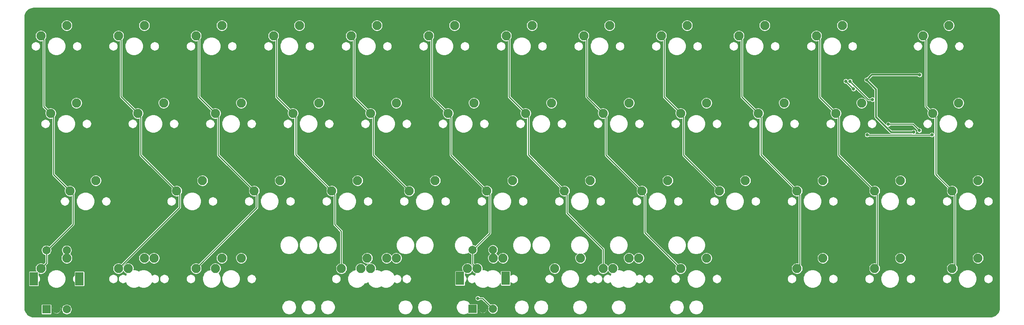
<source format=gtl>
G04 #@! TF.GenerationSoftware,KiCad,Pcbnew,5.1.8-db9833491~88~ubuntu20.04.1*
G04 #@! TF.CreationDate,2020-12-05T17:58:13-08:00*
G04 #@! TF.ProjectId,MB44,4d423434-2e6b-4696-9361-645f70636258,rev?*
G04 #@! TF.SameCoordinates,Original*
G04 #@! TF.FileFunction,Copper,L1,Top*
G04 #@! TF.FilePolarity,Positive*
%FSLAX46Y46*%
G04 Gerber Fmt 4.6, Leading zero omitted, Abs format (unit mm)*
G04 Created by KiCad (PCBNEW 5.1.8-db9833491~88~ubuntu20.04.1) date 2020-12-05 17:58:13*
%MOMM*%
%LPD*%
G01*
G04 APERTURE LIST*
G04 #@! TA.AperFunction,ComponentPad*
%ADD10R,2.000000X2.000000*%
G04 #@! TD*
G04 #@! TA.AperFunction,ComponentPad*
%ADD11C,2.000000*%
G04 #@! TD*
G04 #@! TA.AperFunction,ComponentPad*
%ADD12R,2.000000X3.200000*%
G04 #@! TD*
G04 #@! TA.AperFunction,ComponentPad*
%ADD13C,2.250000*%
G04 #@! TD*
G04 #@! TA.AperFunction,ViaPad*
%ADD14C,0.800000*%
G04 #@! TD*
G04 #@! TA.AperFunction,Conductor*
%ADD15C,0.381000*%
G04 #@! TD*
G04 #@! TA.AperFunction,Conductor*
%ADD16C,0.254000*%
G04 #@! TD*
G04 #@! TA.AperFunction,Conductor*
%ADD17C,0.025400*%
G04 #@! TD*
G04 #@! TA.AperFunction,Conductor*
%ADD18C,0.020000*%
G04 #@! TD*
G04 APERTURE END LIST*
D10*
X7065000Y-74168000D03*
D11*
X9565000Y-74168000D03*
X12065000Y-74168000D03*
D12*
X3965000Y-66668000D03*
X15165000Y-66668000D03*
D11*
X7065000Y-59668000D03*
X12065000Y-59668000D03*
D13*
X235902500Y-42545000D03*
X229552500Y-45085000D03*
D10*
X111760000Y-74041000D03*
D11*
X114260000Y-74041000D03*
X116760000Y-74041000D03*
D12*
X108660000Y-66541000D03*
X119860000Y-66541000D03*
D11*
X111760000Y-59541000D03*
X116760000Y-59541000D03*
D13*
X162877500Y-64135000D03*
X169227500Y-61595000D03*
X131921250Y-64135000D03*
X138271250Y-61595000D03*
X84296250Y-64135000D03*
X90646250Y-61595000D03*
X235902500Y-61595000D03*
X229552500Y-64135000D03*
X150177500Y-61595000D03*
X143827500Y-64135000D03*
X93027500Y-61595000D03*
X86677500Y-64135000D03*
X152558750Y-61595000D03*
X146208750Y-64135000D03*
X116840000Y-61595000D03*
X110490000Y-64135000D03*
X85883750Y-61595000D03*
X79533750Y-64135000D03*
X54927500Y-61595000D03*
X48577500Y-64135000D03*
X33496250Y-61595000D03*
X27146250Y-64135000D03*
X216852500Y-61595000D03*
X210502500Y-64135000D03*
X197802500Y-61595000D03*
X191452500Y-64135000D03*
X119221250Y-61595000D03*
X112871250Y-64135000D03*
X50165000Y-61595000D03*
X43815000Y-64135000D03*
X31115000Y-61595000D03*
X24765000Y-64135000D03*
X12065000Y-61595000D03*
X5715000Y-64135000D03*
X31115000Y-4445000D03*
X24765000Y-6985000D03*
X231140000Y-23495000D03*
X224790000Y-26035000D03*
X202565000Y-4445000D03*
X196215000Y-6985000D03*
X169227500Y-23495000D03*
X162877500Y-26035000D03*
X150177500Y-23495000D03*
X143827500Y-26035000D03*
X93027500Y-23495000D03*
X86677500Y-26035000D03*
X54927500Y-23495000D03*
X48577500Y-26035000D03*
X35877500Y-23495000D03*
X29527500Y-26035000D03*
X183515000Y-4445000D03*
X177165000Y-6985000D03*
X145415000Y-4445000D03*
X139065000Y-6985000D03*
X126365000Y-4445000D03*
X120015000Y-6985000D03*
X107315000Y-4445000D03*
X100965000Y-6985000D03*
X69215000Y-4445000D03*
X62865000Y-6985000D03*
X50165000Y-4445000D03*
X43815000Y-6985000D03*
X12065000Y-4445000D03*
X5715000Y-6985000D03*
X228758750Y-4445000D03*
X222408750Y-6985000D03*
X207327500Y-23495000D03*
X200977500Y-26035000D03*
X102552500Y-42545000D03*
X96202500Y-45085000D03*
X88265000Y-4445000D03*
X81915000Y-6985000D03*
X64452500Y-42545000D03*
X58102500Y-45085000D03*
X45402500Y-42545000D03*
X39052500Y-45085000D03*
X14446250Y-23495000D03*
X8096250Y-26035000D03*
X216852500Y-42545000D03*
X210502500Y-45085000D03*
X197802500Y-42545000D03*
X191452500Y-45085000D03*
X178752500Y-42545000D03*
X172402500Y-45085000D03*
X159702500Y-42545000D03*
X153352500Y-45085000D03*
X140652500Y-42545000D03*
X134302500Y-45085000D03*
X121602500Y-42545000D03*
X115252500Y-45085000D03*
X83502500Y-42545000D03*
X77152500Y-45085000D03*
X19208750Y-42545000D03*
X12858750Y-45085000D03*
X188277500Y-23495000D03*
X181927500Y-26035000D03*
X131127500Y-23495000D03*
X124777500Y-26035000D03*
X112077500Y-23495000D03*
X105727500Y-26035000D03*
X73977500Y-23495000D03*
X67627500Y-26035000D03*
X164465000Y-4445000D03*
X158115000Y-6985000D03*
D14*
X222631000Y-30226000D03*
X224409000Y-16510000D03*
X208534000Y-17805400D03*
X220091000Y-30607000D03*
X221564200Y-16560800D03*
X213868000Y-28702000D03*
X221488000Y-30226000D03*
X208686400Y-31292800D03*
X224586800Y-31292800D03*
X204470000Y-18132500D03*
X209980998Y-22620562D03*
X203428600Y-18132500D03*
X205322450Y-20026350D03*
X113030000Y-71466000D03*
D15*
X209829400Y-16510000D02*
X221513400Y-16510000D01*
X221513400Y-16510000D02*
X221564200Y-16560800D01*
X208534000Y-17805400D02*
X209829400Y-16510000D01*
X214528400Y-30607000D02*
X220091000Y-30607000D01*
X210820000Y-26898600D02*
X214528400Y-30607000D01*
X210820000Y-20091400D02*
X210820000Y-26898600D01*
X208534000Y-17805400D02*
X210820000Y-20091400D01*
D16*
X213868000Y-28702000D02*
X219236996Y-28702000D01*
X219964000Y-28702000D02*
X219236996Y-28702000D01*
X221488000Y-30226000D02*
X219964000Y-28702000D01*
X139065000Y-6985000D02*
X139065000Y-7188200D01*
X139065000Y-7188200D02*
X139801600Y-7924800D01*
X139801600Y-22009100D02*
X143827500Y-26035000D01*
X139801600Y-7924800D02*
X139801600Y-22009100D01*
X143827500Y-26035000D02*
X143827500Y-26174700D01*
X143827500Y-26174700D02*
X144526000Y-26873200D01*
X144526000Y-36258500D02*
X153352500Y-45085000D01*
X144526000Y-26873200D02*
X144526000Y-36258500D01*
X153352500Y-45085000D02*
X153352500Y-45402500D01*
X153352500Y-45402500D02*
X154051000Y-46101000D01*
X154051000Y-55308500D02*
X162877500Y-64135000D01*
X154051000Y-46101000D02*
X154051000Y-55308500D01*
X5715000Y-6985000D02*
X5715000Y-7543800D01*
X5715000Y-6985000D02*
X5715000Y-7188200D01*
X5715000Y-7188200D02*
X6400800Y-7874000D01*
X6400800Y-24339550D02*
X8096250Y-26035000D01*
X6400800Y-7874000D02*
X6400800Y-24339550D01*
X8096250Y-26035000D02*
X8096250Y-26130250D01*
X8096250Y-26130250D02*
X8788400Y-26822400D01*
X8788400Y-41014650D02*
X12858750Y-45085000D01*
X8788400Y-26822400D02*
X8788400Y-41014650D01*
X12858750Y-45085000D02*
X12858750Y-45116750D01*
X12858750Y-45116750D02*
X13589000Y-45847000D01*
X13589000Y-53293000D02*
X7065000Y-59817000D01*
X13589000Y-45847000D02*
X13589000Y-53293000D01*
X7065000Y-62785000D02*
X5715000Y-64135000D01*
X7065000Y-59817000D02*
X7065000Y-62785000D01*
X24765000Y-6985000D02*
X24765000Y-7289800D01*
X24765000Y-7289800D02*
X25400000Y-7924800D01*
X25400000Y-21907500D02*
X29527500Y-26035000D01*
X25400000Y-7924800D02*
X25400000Y-21907500D01*
X29527500Y-26035000D02*
X29527500Y-26225500D01*
X29527500Y-26225500D02*
X30226000Y-26924000D01*
X30226000Y-36258500D02*
X39052500Y-45085000D01*
X30226000Y-26924000D02*
X30226000Y-36258500D01*
X39052500Y-45085000D02*
X39052500Y-45148500D01*
X39052500Y-45148500D02*
X39776400Y-45872400D01*
X39776400Y-49123600D02*
X24765000Y-64135000D01*
X39776400Y-45872400D02*
X39776400Y-49123600D01*
X43815000Y-6985000D02*
X43815000Y-7086600D01*
X43815000Y-7086600D02*
X44500800Y-7772400D01*
X44500800Y-21958300D02*
X48577500Y-26035000D01*
X44500800Y-7772400D02*
X44500800Y-21958300D01*
X48577500Y-26035000D02*
X48577500Y-26123900D01*
X48577500Y-26123900D02*
X49276000Y-26822400D01*
X49276000Y-36258500D02*
X58102500Y-45085000D01*
X49276000Y-26822400D02*
X49276000Y-36258500D01*
X58102500Y-45085000D02*
X58102500Y-45199300D01*
X58102500Y-45199300D02*
X58775600Y-45872400D01*
X58775600Y-49174400D02*
X43815000Y-64135000D01*
X58775600Y-45872400D02*
X58775600Y-49174400D01*
X62865000Y-6985000D02*
X62865000Y-7086600D01*
X62865000Y-7086600D02*
X63550800Y-7772400D01*
X63550800Y-21958300D02*
X67627500Y-26035000D01*
X63550800Y-7772400D02*
X63550800Y-21958300D01*
X67627500Y-26035000D02*
X67627500Y-26174700D01*
X67627500Y-26174700D02*
X68275200Y-26822400D01*
X68275200Y-36207700D02*
X77152500Y-45085000D01*
X68275200Y-26822400D02*
X68275200Y-36207700D01*
X77152500Y-45085000D02*
X77152500Y-45300900D01*
X77152500Y-45085000D02*
X77152500Y-45275500D01*
X77152500Y-45275500D02*
X77851000Y-45974000D01*
X77851000Y-45974000D02*
X77851000Y-53340000D01*
X79533750Y-55022750D02*
X79533750Y-64135000D01*
X77851000Y-53340000D02*
X79533750Y-55022750D01*
X81915000Y-6985000D02*
X81915000Y-7188200D01*
X81915000Y-7188200D02*
X82600800Y-7874000D01*
X82600800Y-21958300D02*
X86677500Y-26035000D01*
X82600800Y-7874000D02*
X82600800Y-21958300D01*
X86677500Y-26035000D02*
X86677500Y-26225500D01*
X86677500Y-26225500D02*
X87376000Y-26924000D01*
X87376000Y-36258500D02*
X96202500Y-45085000D01*
X87376000Y-26924000D02*
X87376000Y-36258500D01*
X100965000Y-6985000D02*
X100965000Y-7188200D01*
X100965000Y-7188200D02*
X101701600Y-7924800D01*
X101701600Y-22009100D02*
X105727500Y-26035000D01*
X101701600Y-7924800D02*
X101701600Y-22009100D01*
X105727500Y-26035000D02*
X105727500Y-26225500D01*
X105727500Y-26225500D02*
X106426000Y-26924000D01*
X106426000Y-36258500D02*
X115252500Y-45085000D01*
X106426000Y-26924000D02*
X106426000Y-36258500D01*
X115252500Y-45085000D02*
X115252500Y-45275500D01*
X115252500Y-45275500D02*
X115951000Y-45974000D01*
X115951000Y-55477000D02*
X111760000Y-59668000D01*
X115951000Y-45974000D02*
X115951000Y-55477000D01*
X111760000Y-63023750D02*
X112871250Y-64135000D01*
X111760000Y-59668000D02*
X111760000Y-63023750D01*
X120015000Y-6985000D02*
X120015000Y-7188200D01*
X120015000Y-7188200D02*
X120700800Y-7874000D01*
X120700800Y-21958300D02*
X124777500Y-26035000D01*
X120700800Y-7874000D02*
X120700800Y-21958300D01*
X124777500Y-26035000D02*
X124777500Y-26225500D01*
X124777500Y-26225500D02*
X125425200Y-26873200D01*
X125425200Y-36207700D02*
X134302500Y-45085000D01*
X125425200Y-26873200D02*
X125425200Y-36207700D01*
X134302500Y-45085000D02*
X134302500Y-45351700D01*
X134302500Y-45351700D02*
X134924800Y-45974000D01*
X134924800Y-45974000D02*
X134924800Y-50495200D01*
X143827500Y-59397900D02*
X143827500Y-64135000D01*
X134924800Y-50495200D02*
X143827500Y-59397900D01*
X158115000Y-6985000D02*
X158115000Y-7239000D01*
X158115000Y-7239000D02*
X158800800Y-7924800D01*
X158800800Y-21958300D02*
X162877500Y-26035000D01*
X158800800Y-7924800D02*
X158800800Y-21958300D01*
X162877500Y-26035000D02*
X162877500Y-26225500D01*
X162877500Y-26225500D02*
X163576000Y-26924000D01*
X163576000Y-36258500D02*
X172402500Y-45085000D01*
X163576000Y-26924000D02*
X163576000Y-36258500D01*
X177165000Y-6985000D02*
X177165000Y-7188200D01*
X177165000Y-7188200D02*
X177850800Y-7874000D01*
X177850800Y-21958300D02*
X181927500Y-26035000D01*
X177850800Y-7874000D02*
X177850800Y-21958300D01*
X181927500Y-26035000D02*
X181927500Y-26327100D01*
X181927500Y-26327100D02*
X182575200Y-26974800D01*
X182575200Y-36207700D02*
X191452500Y-45085000D01*
X182575200Y-26974800D02*
X182575200Y-36207700D01*
X192125600Y-63461900D02*
X191452500Y-64135000D01*
X192125600Y-46024800D02*
X192125600Y-63461900D01*
X191452500Y-45351700D02*
X192125600Y-46024800D01*
X191452500Y-45085000D02*
X191452500Y-45351700D01*
X196215000Y-6985000D02*
X196215000Y-7137400D01*
X196215000Y-7137400D02*
X197002400Y-7924800D01*
X197002400Y-22059900D02*
X200977500Y-26035000D01*
X197002400Y-7924800D02*
X197002400Y-22059900D01*
X200977500Y-26035000D02*
X200977500Y-26276300D01*
X200977500Y-26276300D02*
X201676000Y-26974800D01*
X201676000Y-36258500D02*
X210502500Y-45085000D01*
X201676000Y-26974800D02*
X201676000Y-36258500D01*
X211175600Y-63461900D02*
X210502500Y-64135000D01*
X210502500Y-45250100D02*
X211175600Y-45923200D01*
X211175600Y-45923200D02*
X211175600Y-63461900D01*
X210502500Y-45085000D02*
X210502500Y-45250100D01*
X222408750Y-6985000D02*
X222408750Y-7219950D01*
X222408750Y-7219950D02*
X223113600Y-7924800D01*
X223113600Y-24358600D02*
X224790000Y-26035000D01*
X223113600Y-7924800D02*
X223113600Y-24358600D01*
X224790000Y-26035000D02*
X224790000Y-26212800D01*
X224790000Y-26212800D02*
X225501200Y-26924000D01*
X225501200Y-41033700D02*
X229552500Y-45085000D01*
X225501200Y-26924000D02*
X225501200Y-41033700D01*
X230225600Y-45923200D02*
X230225600Y-63461900D01*
X230225600Y-63461900D02*
X229552500Y-64135000D01*
X229552500Y-45250100D02*
X230225600Y-45923200D01*
X229552500Y-45085000D02*
X229552500Y-45250100D01*
X224510600Y-31369000D02*
X224586800Y-31292800D01*
X208762600Y-31369000D02*
X224510600Y-31369000D01*
X208686400Y-31292800D02*
X208762600Y-31369000D01*
X208947280Y-22620562D02*
X209980998Y-22620562D01*
X204470000Y-18143282D02*
X208947280Y-22620562D01*
X204470000Y-18132500D02*
X204470000Y-18143282D01*
X203428600Y-18132500D02*
X205322450Y-20026350D01*
X114185000Y-71466000D02*
X116760000Y-74041000D01*
X113030000Y-71466000D02*
X114185000Y-71466000D01*
X116760000Y-61515000D02*
X116840000Y-61595000D01*
X116760000Y-59668000D02*
X116760000Y-61515000D01*
X12065000Y-59817000D02*
X12065000Y-61595000D01*
D17*
X239364078Y-132188D02*
X239792441Y-261519D01*
X240187527Y-471589D01*
X240534284Y-754397D01*
X240819508Y-1099173D01*
X241032332Y-1492784D01*
X241164650Y-1920235D01*
X241211859Y-2369397D01*
X241211901Y-2381557D01*
X241211900Y-73814436D01*
X241167812Y-74264079D01*
X241038481Y-74692441D01*
X240828413Y-75087525D01*
X240545600Y-75434286D01*
X240200827Y-75719508D01*
X239807219Y-75932331D01*
X239379765Y-76064650D01*
X238930603Y-76111859D01*
X238918730Y-76111900D01*
X3973064Y-76111900D01*
X3523421Y-76067812D01*
X3095059Y-75938481D01*
X2699975Y-75728413D01*
X2353214Y-75445600D01*
X2067992Y-75100827D01*
X1855169Y-74707219D01*
X1722850Y-74279765D01*
X1675641Y-73830603D01*
X1675600Y-73818730D01*
X1675600Y-73168000D01*
X5851271Y-73168000D01*
X5851271Y-75168000D01*
X5855378Y-75209696D01*
X5867540Y-75249791D01*
X5887291Y-75286741D01*
X5913871Y-75319129D01*
X5946259Y-75345709D01*
X5983209Y-75365460D01*
X6023304Y-75377622D01*
X6065000Y-75381729D01*
X8065000Y-75381729D01*
X8106696Y-75377622D01*
X8146791Y-75365460D01*
X8183741Y-75345709D01*
X8216129Y-75319129D01*
X8242709Y-75286741D01*
X8262460Y-75249791D01*
X8274622Y-75209696D01*
X8278729Y-75168000D01*
X8278729Y-74902943D01*
X8833309Y-74902943D01*
X8951014Y-75016993D01*
X9128441Y-75120464D01*
X9322646Y-75187331D01*
X9526164Y-75215026D01*
X9731175Y-75202484D01*
X9929800Y-75150188D01*
X10114406Y-75060146D01*
X10178986Y-75016993D01*
X10296691Y-74902943D01*
X9565000Y-74171253D01*
X8833309Y-74902943D01*
X8278729Y-74902943D01*
X8278729Y-74129164D01*
X8517974Y-74129164D01*
X8530516Y-74334175D01*
X8582812Y-74532800D01*
X8672854Y-74717406D01*
X8716007Y-74781986D01*
X8830057Y-74899691D01*
X9561747Y-74168000D01*
X9568253Y-74168000D01*
X10299943Y-74899691D01*
X10413993Y-74781986D01*
X10517464Y-74604559D01*
X10584331Y-74410354D01*
X10612026Y-74206836D01*
X10602344Y-74048559D01*
X10852300Y-74048559D01*
X10852300Y-74287441D01*
X10898903Y-74521732D01*
X10990319Y-74742429D01*
X11123034Y-74941051D01*
X11291949Y-75109966D01*
X11490571Y-75242681D01*
X11711268Y-75334097D01*
X11945559Y-75380700D01*
X12184441Y-75380700D01*
X12418732Y-75334097D01*
X12639429Y-75242681D01*
X12838051Y-75109966D01*
X13006966Y-74941051D01*
X13139681Y-74742429D01*
X13231097Y-74521732D01*
X13277700Y-74287441D01*
X13277700Y-74048559D01*
X13231097Y-73814268D01*
X13139681Y-73593571D01*
X13069776Y-73488950D01*
X64944650Y-73488950D01*
X64944650Y-73831050D01*
X65011391Y-74166577D01*
X65142307Y-74482636D01*
X65332367Y-74767082D01*
X65574268Y-75008983D01*
X65858714Y-75199043D01*
X66174773Y-75329959D01*
X66510300Y-75396700D01*
X66852400Y-75396700D01*
X67187927Y-75329959D01*
X67503986Y-75199043D01*
X67788432Y-75008983D01*
X68030333Y-74767082D01*
X68220393Y-74482636D01*
X68351309Y-74166577D01*
X68418050Y-73831050D01*
X68418050Y-73488950D01*
X69700800Y-73488950D01*
X69700800Y-73831050D01*
X69767541Y-74166577D01*
X69898457Y-74482636D01*
X70088517Y-74767082D01*
X70330418Y-75008983D01*
X70614864Y-75199043D01*
X70930923Y-75329959D01*
X71266450Y-75396700D01*
X71608550Y-75396700D01*
X71944077Y-75329959D01*
X72260136Y-75199043D01*
X72544582Y-75008983D01*
X72786483Y-74767082D01*
X72976543Y-74482636D01*
X73107459Y-74166577D01*
X73174200Y-73831050D01*
X73174200Y-73488950D01*
X74463300Y-73488950D01*
X74463300Y-73831050D01*
X74530041Y-74166577D01*
X74660957Y-74482636D01*
X74851017Y-74767082D01*
X75092918Y-75008983D01*
X75377364Y-75199043D01*
X75693423Y-75329959D01*
X76028950Y-75396700D01*
X76371050Y-75396700D01*
X76706577Y-75329959D01*
X77022636Y-75199043D01*
X77307082Y-75008983D01*
X77548983Y-74767082D01*
X77739043Y-74482636D01*
X77869959Y-74166577D01*
X77936700Y-73831050D01*
X77936700Y-73488950D01*
X93513300Y-73488950D01*
X93513300Y-73831050D01*
X93580041Y-74166577D01*
X93710957Y-74482636D01*
X93901017Y-74767082D01*
X94142918Y-75008983D01*
X94427364Y-75199043D01*
X94743423Y-75329959D01*
X95078950Y-75396700D01*
X95421050Y-75396700D01*
X95756577Y-75329959D01*
X96072636Y-75199043D01*
X96357082Y-75008983D01*
X96598983Y-74767082D01*
X96789043Y-74482636D01*
X96919959Y-74166577D01*
X96986700Y-73831050D01*
X96986700Y-73488950D01*
X98275800Y-73488950D01*
X98275800Y-73831050D01*
X98342541Y-74166577D01*
X98473457Y-74482636D01*
X98663517Y-74767082D01*
X98905418Y-75008983D01*
X99189864Y-75199043D01*
X99505923Y-75329959D01*
X99841450Y-75396700D01*
X100183550Y-75396700D01*
X100519077Y-75329959D01*
X100835136Y-75199043D01*
X101119582Y-75008983D01*
X101361483Y-74767082D01*
X101551543Y-74482636D01*
X101682459Y-74166577D01*
X101749200Y-73831050D01*
X101749200Y-73488950D01*
X107800800Y-73488950D01*
X107800800Y-73831050D01*
X107867541Y-74166577D01*
X107998457Y-74482636D01*
X108188517Y-74767082D01*
X108430418Y-75008983D01*
X108714864Y-75199043D01*
X109030923Y-75329959D01*
X109366450Y-75396700D01*
X109708550Y-75396700D01*
X110044077Y-75329959D01*
X110360136Y-75199043D01*
X110549383Y-75072593D01*
X110550378Y-75082696D01*
X110562540Y-75122791D01*
X110582291Y-75159741D01*
X110608871Y-75192129D01*
X110641259Y-75218709D01*
X110678209Y-75238460D01*
X110718304Y-75250622D01*
X110760000Y-75254729D01*
X112760000Y-75254729D01*
X112801696Y-75250622D01*
X112841791Y-75238460D01*
X112878741Y-75218709D01*
X112911129Y-75192129D01*
X112937709Y-75159741D01*
X112957460Y-75122791D01*
X112969622Y-75082696D01*
X112973729Y-75041000D01*
X112973729Y-74775943D01*
X113528309Y-74775943D01*
X113646014Y-74889993D01*
X113823441Y-74993464D01*
X114017646Y-75060331D01*
X114221164Y-75088026D01*
X114426175Y-75075484D01*
X114624800Y-75023188D01*
X114809406Y-74933146D01*
X114873986Y-74889993D01*
X114991691Y-74775943D01*
X114260000Y-74044253D01*
X113528309Y-74775943D01*
X112973729Y-74775943D01*
X112973729Y-74002164D01*
X113212974Y-74002164D01*
X113225516Y-74207175D01*
X113277812Y-74405800D01*
X113367854Y-74590406D01*
X113411007Y-74654986D01*
X113525057Y-74772691D01*
X114256747Y-74041000D01*
X114263253Y-74041000D01*
X114994943Y-74772691D01*
X115108993Y-74654986D01*
X115212464Y-74477559D01*
X115279331Y-74283354D01*
X115307026Y-74079836D01*
X115294484Y-73874825D01*
X115242188Y-73676200D01*
X115152146Y-73491594D01*
X115108993Y-73427014D01*
X114994943Y-73309309D01*
X114263253Y-74041000D01*
X114256747Y-74041000D01*
X113525057Y-73309309D01*
X113411007Y-73427014D01*
X113307536Y-73604441D01*
X113240669Y-73798646D01*
X113212974Y-74002164D01*
X112973729Y-74002164D01*
X112973729Y-73306057D01*
X113528309Y-73306057D01*
X114260000Y-74037747D01*
X114991691Y-73306057D01*
X114873986Y-73192007D01*
X114696559Y-73088536D01*
X114502354Y-73021669D01*
X114298836Y-72993974D01*
X114093825Y-73006516D01*
X113895200Y-73058812D01*
X113710594Y-73148854D01*
X113646014Y-73192007D01*
X113528309Y-73306057D01*
X112973729Y-73306057D01*
X112973729Y-73041000D01*
X112969622Y-72999304D01*
X112957460Y-72959209D01*
X112937709Y-72922259D01*
X112911129Y-72889871D01*
X112878741Y-72863291D01*
X112841791Y-72843540D01*
X112801696Y-72831378D01*
X112760000Y-72827271D01*
X111069799Y-72827271D01*
X110886483Y-72552918D01*
X110644582Y-72311017D01*
X110360136Y-72120957D01*
X110044077Y-71990041D01*
X109708550Y-71923300D01*
X109366450Y-71923300D01*
X109030923Y-71990041D01*
X108714864Y-72120957D01*
X108430418Y-72311017D01*
X108188517Y-72552918D01*
X107998457Y-72837364D01*
X107867541Y-73153423D01*
X107800800Y-73488950D01*
X101749200Y-73488950D01*
X101682459Y-73153423D01*
X101551543Y-72837364D01*
X101361483Y-72552918D01*
X101119582Y-72311017D01*
X100835136Y-72120957D01*
X100519077Y-71990041D01*
X100183550Y-71923300D01*
X99841450Y-71923300D01*
X99505923Y-71990041D01*
X99189864Y-72120957D01*
X98905418Y-72311017D01*
X98663517Y-72552918D01*
X98473457Y-72837364D01*
X98342541Y-73153423D01*
X98275800Y-73488950D01*
X96986700Y-73488950D01*
X96919959Y-73153423D01*
X96789043Y-72837364D01*
X96598983Y-72552918D01*
X96357082Y-72311017D01*
X96072636Y-72120957D01*
X95756577Y-71990041D01*
X95421050Y-71923300D01*
X95078950Y-71923300D01*
X94743423Y-71990041D01*
X94427364Y-72120957D01*
X94142918Y-72311017D01*
X93901017Y-72552918D01*
X93710957Y-72837364D01*
X93580041Y-73153423D01*
X93513300Y-73488950D01*
X77936700Y-73488950D01*
X77869959Y-73153423D01*
X77739043Y-72837364D01*
X77548983Y-72552918D01*
X77307082Y-72311017D01*
X77022636Y-72120957D01*
X76706577Y-71990041D01*
X76371050Y-71923300D01*
X76028950Y-71923300D01*
X75693423Y-71990041D01*
X75377364Y-72120957D01*
X75092918Y-72311017D01*
X74851017Y-72552918D01*
X74660957Y-72837364D01*
X74530041Y-73153423D01*
X74463300Y-73488950D01*
X73174200Y-73488950D01*
X73107459Y-73153423D01*
X72976543Y-72837364D01*
X72786483Y-72552918D01*
X72544582Y-72311017D01*
X72260136Y-72120957D01*
X71944077Y-71990041D01*
X71608550Y-71923300D01*
X71266450Y-71923300D01*
X70930923Y-71990041D01*
X70614864Y-72120957D01*
X70330418Y-72311017D01*
X70088517Y-72552918D01*
X69898457Y-72837364D01*
X69767541Y-73153423D01*
X69700800Y-73488950D01*
X68418050Y-73488950D01*
X68351309Y-73153423D01*
X68220393Y-72837364D01*
X68030333Y-72552918D01*
X67788432Y-72311017D01*
X67503986Y-72120957D01*
X67187927Y-71990041D01*
X66852400Y-71923300D01*
X66510300Y-71923300D01*
X66174773Y-71990041D01*
X65858714Y-72120957D01*
X65574268Y-72311017D01*
X65332367Y-72552918D01*
X65142307Y-72837364D01*
X65011391Y-73153423D01*
X64944650Y-73488950D01*
X13069776Y-73488950D01*
X13006966Y-73394949D01*
X12838051Y-73226034D01*
X12639429Y-73093319D01*
X12418732Y-73001903D01*
X12184441Y-72955300D01*
X11945559Y-72955300D01*
X11711268Y-73001903D01*
X11490571Y-73093319D01*
X11291949Y-73226034D01*
X11123034Y-73394949D01*
X10990319Y-73593571D01*
X10898903Y-73814268D01*
X10852300Y-74048559D01*
X10602344Y-74048559D01*
X10599484Y-74001825D01*
X10547188Y-73803200D01*
X10457146Y-73618594D01*
X10413993Y-73554014D01*
X10299943Y-73436309D01*
X9568253Y-74168000D01*
X9561747Y-74168000D01*
X8830057Y-73436309D01*
X8716007Y-73554014D01*
X8612536Y-73731441D01*
X8545669Y-73925646D01*
X8517974Y-74129164D01*
X8278729Y-74129164D01*
X8278729Y-73433057D01*
X8833309Y-73433057D01*
X9565000Y-74164747D01*
X10296691Y-73433057D01*
X10178986Y-73319007D01*
X10001559Y-73215536D01*
X9807354Y-73148669D01*
X9603836Y-73120974D01*
X9398825Y-73133516D01*
X9200200Y-73185812D01*
X9015594Y-73275854D01*
X8951014Y-73319007D01*
X8833309Y-73433057D01*
X8278729Y-73433057D01*
X8278729Y-73168000D01*
X8274622Y-73126304D01*
X8262460Y-73086209D01*
X8242709Y-73049259D01*
X8216129Y-73016871D01*
X8183741Y-72990291D01*
X8146791Y-72970540D01*
X8106696Y-72958378D01*
X8065000Y-72954271D01*
X6065000Y-72954271D01*
X6023304Y-72958378D01*
X5983209Y-72970540D01*
X5946259Y-72990291D01*
X5913871Y-73016871D01*
X5887291Y-73049259D01*
X5867540Y-73086209D01*
X5855378Y-73126304D01*
X5851271Y-73168000D01*
X1675600Y-73168000D01*
X1675600Y-71405654D01*
X112417300Y-71405654D01*
X112417300Y-71526346D01*
X112440845Y-71644718D01*
X112487032Y-71756222D01*
X112554085Y-71856574D01*
X112639426Y-71941915D01*
X112739778Y-72008968D01*
X112851282Y-72055155D01*
X112969654Y-72078700D01*
X113090346Y-72078700D01*
X113208718Y-72055155D01*
X113320222Y-72008968D01*
X113420574Y-71941915D01*
X113505915Y-71856574D01*
X113539908Y-71805700D01*
X114044293Y-71805700D01*
X115693268Y-73454675D01*
X115685319Y-73466571D01*
X115593903Y-73687268D01*
X115547300Y-73921559D01*
X115547300Y-74160441D01*
X115593903Y-74394732D01*
X115685319Y-74615429D01*
X115818034Y-74814051D01*
X115986949Y-74982966D01*
X116185571Y-75115681D01*
X116406268Y-75207097D01*
X116640559Y-75253700D01*
X116879441Y-75253700D01*
X117113732Y-75207097D01*
X117334429Y-75115681D01*
X117533051Y-74982966D01*
X117701966Y-74814051D01*
X117834681Y-74615429D01*
X117926097Y-74394732D01*
X117972700Y-74160441D01*
X117972700Y-73921559D01*
X117926097Y-73687268D01*
X117843951Y-73488950D01*
X122088300Y-73488950D01*
X122088300Y-73831050D01*
X122155041Y-74166577D01*
X122285957Y-74482636D01*
X122476017Y-74767082D01*
X122717918Y-75008983D01*
X123002364Y-75199043D01*
X123318423Y-75329959D01*
X123653950Y-75396700D01*
X123996050Y-75396700D01*
X124331577Y-75329959D01*
X124647636Y-75199043D01*
X124932082Y-75008983D01*
X125173983Y-74767082D01*
X125364043Y-74482636D01*
X125494959Y-74166577D01*
X125561700Y-73831050D01*
X125561700Y-73488950D01*
X126850800Y-73488950D01*
X126850800Y-73831050D01*
X126917541Y-74166577D01*
X127048457Y-74482636D01*
X127238517Y-74767082D01*
X127480418Y-75008983D01*
X127764864Y-75199043D01*
X128080923Y-75329959D01*
X128416450Y-75396700D01*
X128758550Y-75396700D01*
X129094077Y-75329959D01*
X129410136Y-75199043D01*
X129694582Y-75008983D01*
X129936483Y-74767082D01*
X130126543Y-74482636D01*
X130257459Y-74166577D01*
X130324200Y-73831050D01*
X130324200Y-73488950D01*
X136375800Y-73488950D01*
X136375800Y-73831050D01*
X136442541Y-74166577D01*
X136573457Y-74482636D01*
X136763517Y-74767082D01*
X137005418Y-75008983D01*
X137289864Y-75199043D01*
X137605923Y-75329959D01*
X137941450Y-75396700D01*
X138283550Y-75396700D01*
X138619077Y-75329959D01*
X138935136Y-75199043D01*
X139219582Y-75008983D01*
X139461483Y-74767082D01*
X139651543Y-74482636D01*
X139782459Y-74166577D01*
X139849200Y-73831050D01*
X139849200Y-73488950D01*
X145900800Y-73488950D01*
X145900800Y-73831050D01*
X145967541Y-74166577D01*
X146098457Y-74482636D01*
X146288517Y-74767082D01*
X146530418Y-75008983D01*
X146814864Y-75199043D01*
X147130923Y-75329959D01*
X147466450Y-75396700D01*
X147808550Y-75396700D01*
X148144077Y-75329959D01*
X148460136Y-75199043D01*
X148744582Y-75008983D01*
X148986483Y-74767082D01*
X149176543Y-74482636D01*
X149307459Y-74166577D01*
X149374200Y-73831050D01*
X149374200Y-73488950D01*
X160188300Y-73488950D01*
X160188300Y-73831050D01*
X160255041Y-74166577D01*
X160385957Y-74482636D01*
X160576017Y-74767082D01*
X160817918Y-75008983D01*
X161102364Y-75199043D01*
X161418423Y-75329959D01*
X161753950Y-75396700D01*
X162096050Y-75396700D01*
X162431577Y-75329959D01*
X162747636Y-75199043D01*
X163032082Y-75008983D01*
X163273983Y-74767082D01*
X163464043Y-74482636D01*
X163594959Y-74166577D01*
X163661700Y-73831050D01*
X163661700Y-73488950D01*
X164944450Y-73488950D01*
X164944450Y-73831050D01*
X165011191Y-74166577D01*
X165142107Y-74482636D01*
X165332167Y-74767082D01*
X165574068Y-75008983D01*
X165858514Y-75199043D01*
X166174573Y-75329959D01*
X166510100Y-75396700D01*
X166858550Y-75396700D01*
X167194077Y-75329959D01*
X167510136Y-75199043D01*
X167794582Y-75008983D01*
X168036483Y-74767082D01*
X168226543Y-74482636D01*
X168357459Y-74166577D01*
X168424200Y-73831050D01*
X168424200Y-73488950D01*
X168357459Y-73153423D01*
X168226543Y-72837364D01*
X168036483Y-72552918D01*
X167794582Y-72311017D01*
X167510136Y-72120957D01*
X167194077Y-71990041D01*
X166858550Y-71923300D01*
X166510100Y-71923300D01*
X166174573Y-71990041D01*
X165858514Y-72120957D01*
X165574068Y-72311017D01*
X165332167Y-72552918D01*
X165142107Y-72837364D01*
X165011191Y-73153423D01*
X164944450Y-73488950D01*
X163661700Y-73488950D01*
X163594959Y-73153423D01*
X163464043Y-72837364D01*
X163273983Y-72552918D01*
X163032082Y-72311017D01*
X162747636Y-72120957D01*
X162431577Y-71990041D01*
X162096050Y-71923300D01*
X161753950Y-71923300D01*
X161418423Y-71990041D01*
X161102364Y-72120957D01*
X160817918Y-72311017D01*
X160576017Y-72552918D01*
X160385957Y-72837364D01*
X160255041Y-73153423D01*
X160188300Y-73488950D01*
X149374200Y-73488950D01*
X149307459Y-73153423D01*
X149176543Y-72837364D01*
X148986483Y-72552918D01*
X148744582Y-72311017D01*
X148460136Y-72120957D01*
X148144077Y-71990041D01*
X147808550Y-71923300D01*
X147466450Y-71923300D01*
X147130923Y-71990041D01*
X146814864Y-72120957D01*
X146530418Y-72311017D01*
X146288517Y-72552918D01*
X146098457Y-72837364D01*
X145967541Y-73153423D01*
X145900800Y-73488950D01*
X139849200Y-73488950D01*
X139782459Y-73153423D01*
X139651543Y-72837364D01*
X139461483Y-72552918D01*
X139219582Y-72311017D01*
X138935136Y-72120957D01*
X138619077Y-71990041D01*
X138283550Y-71923300D01*
X137941450Y-71923300D01*
X137605923Y-71990041D01*
X137289864Y-72120957D01*
X137005418Y-72311017D01*
X136763517Y-72552918D01*
X136573457Y-72837364D01*
X136442541Y-73153423D01*
X136375800Y-73488950D01*
X130324200Y-73488950D01*
X130257459Y-73153423D01*
X130126543Y-72837364D01*
X129936483Y-72552918D01*
X129694582Y-72311017D01*
X129410136Y-72120957D01*
X129094077Y-71990041D01*
X128758550Y-71923300D01*
X128416450Y-71923300D01*
X128080923Y-71990041D01*
X127764864Y-72120957D01*
X127480418Y-72311017D01*
X127238517Y-72552918D01*
X127048457Y-72837364D01*
X126917541Y-73153423D01*
X126850800Y-73488950D01*
X125561700Y-73488950D01*
X125494959Y-73153423D01*
X125364043Y-72837364D01*
X125173983Y-72552918D01*
X124932082Y-72311017D01*
X124647636Y-72120957D01*
X124331577Y-71990041D01*
X123996050Y-71923300D01*
X123653950Y-71923300D01*
X123318423Y-71990041D01*
X123002364Y-72120957D01*
X122717918Y-72311017D01*
X122476017Y-72552918D01*
X122285957Y-72837364D01*
X122155041Y-73153423D01*
X122088300Y-73488950D01*
X117843951Y-73488950D01*
X117834681Y-73466571D01*
X117701966Y-73267949D01*
X117533051Y-73099034D01*
X117334429Y-72966319D01*
X117113732Y-72874903D01*
X116879441Y-72828300D01*
X116640559Y-72828300D01*
X116406268Y-72874903D01*
X116185571Y-72966319D01*
X116173675Y-72974268D01*
X114437006Y-71237599D01*
X114426366Y-71224634D01*
X114374640Y-71182184D01*
X114315626Y-71150640D01*
X114251593Y-71131216D01*
X114201681Y-71126300D01*
X114201678Y-71126300D01*
X114185000Y-71124657D01*
X114168322Y-71126300D01*
X113539908Y-71126300D01*
X113505915Y-71075426D01*
X113420574Y-70990085D01*
X113320222Y-70923032D01*
X113208718Y-70876845D01*
X113090346Y-70853300D01*
X112969654Y-70853300D01*
X112851282Y-70876845D01*
X112739778Y-70923032D01*
X112639426Y-70990085D01*
X112554085Y-71075426D01*
X112487032Y-71175778D01*
X112440845Y-71287282D01*
X112417300Y-71405654D01*
X1675600Y-71405654D01*
X1675600Y-65068000D01*
X2751271Y-65068000D01*
X2751271Y-68268000D01*
X2755378Y-68309696D01*
X2767540Y-68349791D01*
X2787291Y-68386741D01*
X2813871Y-68419129D01*
X2846259Y-68445709D01*
X2883209Y-68465460D01*
X2923304Y-68477622D01*
X2965000Y-68481729D01*
X4965000Y-68481729D01*
X5006696Y-68477622D01*
X5046791Y-68465460D01*
X5083741Y-68445709D01*
X5116129Y-68419129D01*
X5142709Y-68386741D01*
X5162460Y-68349791D01*
X5174622Y-68309696D01*
X5178729Y-68268000D01*
X5178729Y-67479511D01*
X5289872Y-67368368D01*
X5408907Y-67190219D01*
X5490900Y-66992270D01*
X5532700Y-66782129D01*
X5532700Y-66567871D01*
X5510780Y-66457669D01*
X7318400Y-66457669D01*
X7318400Y-66892331D01*
X7403198Y-67318642D01*
X7569536Y-67720217D01*
X7811022Y-68081626D01*
X8118374Y-68388978D01*
X8479783Y-68630464D01*
X8881358Y-68796802D01*
X9307669Y-68881600D01*
X9742331Y-68881600D01*
X10168642Y-68796802D01*
X10570217Y-68630464D01*
X10931626Y-68388978D01*
X11238978Y-68081626D01*
X11480464Y-67720217D01*
X11646802Y-67318642D01*
X11731600Y-66892331D01*
X11731600Y-66567871D01*
X13517300Y-66567871D01*
X13517300Y-66782129D01*
X13559100Y-66992270D01*
X13641093Y-67190219D01*
X13760128Y-67368368D01*
X13911632Y-67519872D01*
X13951271Y-67546358D01*
X13951271Y-68268000D01*
X13955378Y-68309696D01*
X13967540Y-68349791D01*
X13987291Y-68386741D01*
X14013871Y-68419129D01*
X14046259Y-68445709D01*
X14083209Y-68465460D01*
X14123304Y-68477622D01*
X14165000Y-68481729D01*
X16165000Y-68481729D01*
X16206696Y-68477622D01*
X16246791Y-68465460D01*
X16283741Y-68445709D01*
X16316129Y-68419129D01*
X16342709Y-68386741D01*
X16362460Y-68349791D01*
X16374622Y-68309696D01*
X16378729Y-68268000D01*
X16378729Y-66567871D01*
X22407300Y-66567871D01*
X22407300Y-66782129D01*
X22449100Y-66992270D01*
X22531093Y-67190219D01*
X22650128Y-67368368D01*
X22801632Y-67519872D01*
X22979781Y-67638907D01*
X23177730Y-67720900D01*
X23387871Y-67762700D01*
X23602129Y-67762700D01*
X23812270Y-67720900D01*
X24010219Y-67638907D01*
X24188368Y-67519872D01*
X24339872Y-67368368D01*
X24458907Y-67190219D01*
X24540900Y-66992270D01*
X24582700Y-66782129D01*
X24582700Y-66567871D01*
X24540900Y-66357730D01*
X24458907Y-66159781D01*
X24339872Y-65981632D01*
X24188368Y-65830128D01*
X24010219Y-65711093D01*
X23812270Y-65629100D01*
X23602129Y-65587300D01*
X23387871Y-65587300D01*
X23177730Y-65629100D01*
X22979781Y-65711093D01*
X22801632Y-65830128D01*
X22650128Y-65981632D01*
X22531093Y-66159781D01*
X22449100Y-66357730D01*
X22407300Y-66567871D01*
X16378729Y-66567871D01*
X16378729Y-65068000D01*
X16374622Y-65026304D01*
X16362460Y-64986209D01*
X16342709Y-64949259D01*
X16316129Y-64916871D01*
X16283741Y-64890291D01*
X16246791Y-64870540D01*
X16206696Y-64858378D01*
X16165000Y-64854271D01*
X14165000Y-64854271D01*
X14123304Y-64858378D01*
X14083209Y-64870540D01*
X14046259Y-64890291D01*
X14013871Y-64916871D01*
X13987291Y-64949259D01*
X13967540Y-64986209D01*
X13955378Y-65026304D01*
X13951271Y-65068000D01*
X13951271Y-65803642D01*
X13911632Y-65830128D01*
X13760128Y-65981632D01*
X13641093Y-66159781D01*
X13559100Y-66357730D01*
X13517300Y-66567871D01*
X11731600Y-66567871D01*
X11731600Y-66457669D01*
X11646802Y-66031358D01*
X11480464Y-65629783D01*
X11238978Y-65268374D01*
X10931626Y-64961022D01*
X10570217Y-64719536D01*
X10168642Y-64553198D01*
X9742331Y-64468400D01*
X9307669Y-64468400D01*
X8881358Y-64553198D01*
X8479783Y-64719536D01*
X8118374Y-64961022D01*
X7811022Y-65268374D01*
X7569536Y-65629783D01*
X7403198Y-66031358D01*
X7318400Y-66457669D01*
X5510780Y-66457669D01*
X5490900Y-66357730D01*
X5408907Y-66159781D01*
X5289872Y-65981632D01*
X5178729Y-65870489D01*
X5178729Y-65360786D01*
X5324807Y-65421293D01*
X5583248Y-65472700D01*
X5846752Y-65472700D01*
X6105193Y-65421293D01*
X6348639Y-65320455D01*
X6567734Y-65174060D01*
X6754060Y-64987734D01*
X6900455Y-64768639D01*
X7001293Y-64525193D01*
X7052700Y-64266752D01*
X7052700Y-64003248D01*
X7001293Y-63744807D01*
X6900455Y-63501361D01*
X6871853Y-63458555D01*
X7293412Y-63036997D01*
X7306366Y-63026366D01*
X7348816Y-62974640D01*
X7380360Y-62915626D01*
X7399784Y-62851593D01*
X7404700Y-62801681D01*
X7404700Y-62801672D01*
X7406342Y-62785001D01*
X7404700Y-62768330D01*
X7404700Y-61463248D01*
X10727300Y-61463248D01*
X10727300Y-61726752D01*
X10778707Y-61985193D01*
X10879545Y-62228639D01*
X11025940Y-62447734D01*
X11212266Y-62634060D01*
X11431361Y-62780455D01*
X11674807Y-62881293D01*
X11933248Y-62932700D01*
X12196752Y-62932700D01*
X12455193Y-62881293D01*
X12698639Y-62780455D01*
X12917734Y-62634060D01*
X13104060Y-62447734D01*
X13250455Y-62228639D01*
X13351293Y-61985193D01*
X13402700Y-61726752D01*
X13402700Y-61463248D01*
X13351293Y-61204807D01*
X13250455Y-60961361D01*
X13104060Y-60742266D01*
X12917734Y-60555940D01*
X12902354Y-60545663D01*
X13006966Y-60441051D01*
X13139681Y-60242429D01*
X13231097Y-60021732D01*
X13277700Y-59787441D01*
X13277700Y-59548559D01*
X13231097Y-59314268D01*
X13139681Y-59093571D01*
X13006966Y-58894949D01*
X12838051Y-58726034D01*
X12639429Y-58593319D01*
X12418732Y-58501903D01*
X12184441Y-58455300D01*
X11945559Y-58455300D01*
X11711268Y-58501903D01*
X11490571Y-58593319D01*
X11291949Y-58726034D01*
X11123034Y-58894949D01*
X10990319Y-59093571D01*
X10898903Y-59314268D01*
X10852300Y-59548559D01*
X10852300Y-59787441D01*
X10898903Y-60021732D01*
X10990319Y-60242429D01*
X11123034Y-60441051D01*
X11227646Y-60545663D01*
X11212266Y-60555940D01*
X11025940Y-60742266D01*
X10879545Y-60961361D01*
X10778707Y-61204807D01*
X10727300Y-61463248D01*
X7404700Y-61463248D01*
X7404700Y-60836888D01*
X7418732Y-60834097D01*
X7639429Y-60742681D01*
X7838051Y-60609966D01*
X8006966Y-60441051D01*
X8139681Y-60242429D01*
X8231097Y-60021732D01*
X8277700Y-59787441D01*
X8277700Y-59548559D01*
X8231097Y-59314268D01*
X8177510Y-59184897D01*
X13817412Y-53544997D01*
X13830366Y-53534366D01*
X13872816Y-53482640D01*
X13904360Y-53423626D01*
X13923784Y-53359593D01*
X13928700Y-53309681D01*
X13928700Y-53309672D01*
X13930342Y-53293001D01*
X13928700Y-53276330D01*
X13928700Y-47407669D01*
X14462150Y-47407669D01*
X14462150Y-47842331D01*
X14546948Y-48268642D01*
X14713286Y-48670217D01*
X14954772Y-49031626D01*
X15262124Y-49338978D01*
X15623533Y-49580464D01*
X16025108Y-49746802D01*
X16451419Y-49831600D01*
X16886081Y-49831600D01*
X17312392Y-49746802D01*
X17713967Y-49580464D01*
X18075376Y-49338978D01*
X18382728Y-49031626D01*
X18624214Y-48670217D01*
X18790552Y-48268642D01*
X18875350Y-47842331D01*
X18875350Y-47517871D01*
X20661050Y-47517871D01*
X20661050Y-47732129D01*
X20702850Y-47942270D01*
X20784843Y-48140219D01*
X20903878Y-48318368D01*
X21055382Y-48469872D01*
X21233531Y-48588907D01*
X21431480Y-48670900D01*
X21641621Y-48712700D01*
X21855879Y-48712700D01*
X22066020Y-48670900D01*
X22263969Y-48588907D01*
X22442118Y-48469872D01*
X22593622Y-48318368D01*
X22712657Y-48140219D01*
X22794650Y-47942270D01*
X22836450Y-47732129D01*
X22836450Y-47517871D01*
X36694800Y-47517871D01*
X36694800Y-47732129D01*
X36736600Y-47942270D01*
X36818593Y-48140219D01*
X36937628Y-48318368D01*
X37089132Y-48469872D01*
X37267281Y-48588907D01*
X37465230Y-48670900D01*
X37675371Y-48712700D01*
X37889629Y-48712700D01*
X38099770Y-48670900D01*
X38297719Y-48588907D01*
X38475868Y-48469872D01*
X38627372Y-48318368D01*
X38746407Y-48140219D01*
X38828400Y-47942270D01*
X38870200Y-47732129D01*
X38870200Y-47517871D01*
X38828400Y-47307730D01*
X38746407Y-47109781D01*
X38627372Y-46931632D01*
X38475868Y-46780128D01*
X38297719Y-46661093D01*
X38099770Y-46579100D01*
X37889629Y-46537300D01*
X37675371Y-46537300D01*
X37465230Y-46579100D01*
X37267281Y-46661093D01*
X37089132Y-46780128D01*
X36937628Y-46931632D01*
X36818593Y-47109781D01*
X36736600Y-47307730D01*
X36694800Y-47517871D01*
X22836450Y-47517871D01*
X22794650Y-47307730D01*
X22712657Y-47109781D01*
X22593622Y-46931632D01*
X22442118Y-46780128D01*
X22263969Y-46661093D01*
X22066020Y-46579100D01*
X21855879Y-46537300D01*
X21641621Y-46537300D01*
X21431480Y-46579100D01*
X21233531Y-46661093D01*
X21055382Y-46780128D01*
X20903878Y-46931632D01*
X20784843Y-47109781D01*
X20702850Y-47307730D01*
X20661050Y-47517871D01*
X18875350Y-47517871D01*
X18875350Y-47407669D01*
X18790552Y-46981358D01*
X18624214Y-46579783D01*
X18382728Y-46218374D01*
X18075376Y-45911022D01*
X17713967Y-45669536D01*
X17312392Y-45503198D01*
X16886081Y-45418400D01*
X16451419Y-45418400D01*
X16025108Y-45503198D01*
X15623533Y-45669536D01*
X15262124Y-45911022D01*
X14954772Y-46218374D01*
X14713286Y-46579783D01*
X14546948Y-46981358D01*
X14462150Y-47407669D01*
X13928700Y-47407669D01*
X13928700Y-45891504D01*
X14044205Y-45718639D01*
X14145043Y-45475193D01*
X14196450Y-45216752D01*
X14196450Y-44953248D01*
X14145043Y-44694807D01*
X14044205Y-44451361D01*
X13897810Y-44232266D01*
X13711484Y-44045940D01*
X13492389Y-43899545D01*
X13248943Y-43798707D01*
X12990502Y-43747300D01*
X12726998Y-43747300D01*
X12468557Y-43798707D01*
X12225111Y-43899545D01*
X12182305Y-43928147D01*
X10667406Y-42413248D01*
X17871050Y-42413248D01*
X17871050Y-42676752D01*
X17922457Y-42935193D01*
X18023295Y-43178639D01*
X18169690Y-43397734D01*
X18356016Y-43584060D01*
X18575111Y-43730455D01*
X18818557Y-43831293D01*
X19076998Y-43882700D01*
X19340502Y-43882700D01*
X19598943Y-43831293D01*
X19842389Y-43730455D01*
X20061484Y-43584060D01*
X20247810Y-43397734D01*
X20394205Y-43178639D01*
X20495043Y-42935193D01*
X20546450Y-42676752D01*
X20546450Y-42413248D01*
X20495043Y-42154807D01*
X20394205Y-41911361D01*
X20247810Y-41692266D01*
X20061484Y-41505940D01*
X19842389Y-41359545D01*
X19598943Y-41258707D01*
X19340502Y-41207300D01*
X19076998Y-41207300D01*
X18818557Y-41258707D01*
X18575111Y-41359545D01*
X18356016Y-41505940D01*
X18169690Y-41692266D01*
X18023295Y-41911361D01*
X17922457Y-42154807D01*
X17871050Y-42413248D01*
X10667406Y-42413248D01*
X9128100Y-40873943D01*
X9128100Y-28357669D01*
X9699650Y-28357669D01*
X9699650Y-28792331D01*
X9784448Y-29218642D01*
X9950786Y-29620217D01*
X10192272Y-29981626D01*
X10499624Y-30288978D01*
X10861033Y-30530464D01*
X11262608Y-30696802D01*
X11688919Y-30781600D01*
X12123581Y-30781600D01*
X12549892Y-30696802D01*
X12951467Y-30530464D01*
X13312876Y-30288978D01*
X13620228Y-29981626D01*
X13861714Y-29620217D01*
X14028052Y-29218642D01*
X14112850Y-28792331D01*
X14112850Y-28467871D01*
X15898550Y-28467871D01*
X15898550Y-28682129D01*
X15940350Y-28892270D01*
X16022343Y-29090219D01*
X16141378Y-29268368D01*
X16292882Y-29419872D01*
X16471031Y-29538907D01*
X16668980Y-29620900D01*
X16879121Y-29662700D01*
X17093379Y-29662700D01*
X17303520Y-29620900D01*
X17501469Y-29538907D01*
X17679618Y-29419872D01*
X17831122Y-29268368D01*
X17950157Y-29090219D01*
X18032150Y-28892270D01*
X18073950Y-28682129D01*
X18073950Y-28467871D01*
X27169800Y-28467871D01*
X27169800Y-28682129D01*
X27211600Y-28892270D01*
X27293593Y-29090219D01*
X27412628Y-29268368D01*
X27564132Y-29419872D01*
X27742281Y-29538907D01*
X27940230Y-29620900D01*
X28150371Y-29662700D01*
X28364629Y-29662700D01*
X28574770Y-29620900D01*
X28772719Y-29538907D01*
X28950868Y-29419872D01*
X29102372Y-29268368D01*
X29221407Y-29090219D01*
X29303400Y-28892270D01*
X29345200Y-28682129D01*
X29345200Y-28467871D01*
X29303400Y-28257730D01*
X29221407Y-28059781D01*
X29102372Y-27881632D01*
X28950868Y-27730128D01*
X28772719Y-27611093D01*
X28574770Y-27529100D01*
X28364629Y-27487300D01*
X28150371Y-27487300D01*
X27940230Y-27529100D01*
X27742281Y-27611093D01*
X27564132Y-27730128D01*
X27412628Y-27881632D01*
X27293593Y-28059781D01*
X27211600Y-28257730D01*
X27169800Y-28467871D01*
X18073950Y-28467871D01*
X18032150Y-28257730D01*
X17950157Y-28059781D01*
X17831122Y-27881632D01*
X17679618Y-27730128D01*
X17501469Y-27611093D01*
X17303520Y-27529100D01*
X17093379Y-27487300D01*
X16879121Y-27487300D01*
X16668980Y-27529100D01*
X16471031Y-27611093D01*
X16292882Y-27730128D01*
X16141378Y-27881632D01*
X16022343Y-28059781D01*
X15940350Y-28257730D01*
X15898550Y-28467871D01*
X14112850Y-28467871D01*
X14112850Y-28357669D01*
X14028052Y-27931358D01*
X13861714Y-27529783D01*
X13620228Y-27168374D01*
X13312876Y-26861022D01*
X12951467Y-26619536D01*
X12549892Y-26453198D01*
X12123581Y-26368400D01*
X11688919Y-26368400D01*
X11262608Y-26453198D01*
X10861033Y-26619536D01*
X10499624Y-26861022D01*
X10192272Y-27168374D01*
X9950786Y-27529783D01*
X9784448Y-27931358D01*
X9699650Y-28357669D01*
X9128100Y-28357669D01*
X9128100Y-26894944D01*
X9135310Y-26887734D01*
X9281705Y-26668639D01*
X9382543Y-26425193D01*
X9433950Y-26166752D01*
X9433950Y-25903248D01*
X9382543Y-25644807D01*
X9281705Y-25401361D01*
X9135310Y-25182266D01*
X8948984Y-24995940D01*
X8729889Y-24849545D01*
X8486443Y-24748707D01*
X8228002Y-24697300D01*
X7964498Y-24697300D01*
X7706057Y-24748707D01*
X7462611Y-24849545D01*
X7419805Y-24878147D01*
X6740500Y-24198843D01*
X6740500Y-23363248D01*
X13108550Y-23363248D01*
X13108550Y-23626752D01*
X13159957Y-23885193D01*
X13260795Y-24128639D01*
X13407190Y-24347734D01*
X13593516Y-24534060D01*
X13812611Y-24680455D01*
X14056057Y-24781293D01*
X14314498Y-24832700D01*
X14578002Y-24832700D01*
X14836443Y-24781293D01*
X15079889Y-24680455D01*
X15298984Y-24534060D01*
X15485310Y-24347734D01*
X15631705Y-24128639D01*
X15732543Y-23885193D01*
X15783950Y-23626752D01*
X15783950Y-23363248D01*
X15732543Y-23104807D01*
X15631705Y-22861361D01*
X15485310Y-22642266D01*
X15298984Y-22455940D01*
X15079889Y-22309545D01*
X14836443Y-22208707D01*
X14578002Y-22157300D01*
X14314498Y-22157300D01*
X14056057Y-22208707D01*
X13812611Y-22309545D01*
X13593516Y-22455940D01*
X13407190Y-22642266D01*
X13260795Y-22861361D01*
X13159957Y-23104807D01*
X13108550Y-23363248D01*
X6740500Y-23363248D01*
X6740500Y-9307669D01*
X7318400Y-9307669D01*
X7318400Y-9742331D01*
X7403198Y-10168642D01*
X7569536Y-10570217D01*
X7811022Y-10931626D01*
X8118374Y-11238978D01*
X8479783Y-11480464D01*
X8881358Y-11646802D01*
X9307669Y-11731600D01*
X9742331Y-11731600D01*
X10168642Y-11646802D01*
X10570217Y-11480464D01*
X10931626Y-11238978D01*
X11238978Y-10931626D01*
X11480464Y-10570217D01*
X11646802Y-10168642D01*
X11731600Y-9742331D01*
X11731600Y-9417871D01*
X13517300Y-9417871D01*
X13517300Y-9632129D01*
X13559100Y-9842270D01*
X13641093Y-10040219D01*
X13760128Y-10218368D01*
X13911632Y-10369872D01*
X14089781Y-10488907D01*
X14287730Y-10570900D01*
X14497871Y-10612700D01*
X14712129Y-10612700D01*
X14922270Y-10570900D01*
X15120219Y-10488907D01*
X15298368Y-10369872D01*
X15449872Y-10218368D01*
X15568907Y-10040219D01*
X15650900Y-9842270D01*
X15692700Y-9632129D01*
X15692700Y-9417871D01*
X22407300Y-9417871D01*
X22407300Y-9632129D01*
X22449100Y-9842270D01*
X22531093Y-10040219D01*
X22650128Y-10218368D01*
X22801632Y-10369872D01*
X22979781Y-10488907D01*
X23177730Y-10570900D01*
X23387871Y-10612700D01*
X23602129Y-10612700D01*
X23812270Y-10570900D01*
X24010219Y-10488907D01*
X24188368Y-10369872D01*
X24339872Y-10218368D01*
X24458907Y-10040219D01*
X24540900Y-9842270D01*
X24582700Y-9632129D01*
X24582700Y-9417871D01*
X24540900Y-9207730D01*
X24458907Y-9009781D01*
X24339872Y-8831632D01*
X24188368Y-8680128D01*
X24010219Y-8561093D01*
X23812270Y-8479100D01*
X23602129Y-8437300D01*
X23387871Y-8437300D01*
X23177730Y-8479100D01*
X22979781Y-8561093D01*
X22801632Y-8680128D01*
X22650128Y-8831632D01*
X22531093Y-9009781D01*
X22449100Y-9207730D01*
X22407300Y-9417871D01*
X15692700Y-9417871D01*
X15650900Y-9207730D01*
X15568907Y-9009781D01*
X15449872Y-8831632D01*
X15298368Y-8680128D01*
X15120219Y-8561093D01*
X14922270Y-8479100D01*
X14712129Y-8437300D01*
X14497871Y-8437300D01*
X14287730Y-8479100D01*
X14089781Y-8561093D01*
X13911632Y-8680128D01*
X13760128Y-8831632D01*
X13641093Y-9009781D01*
X13559100Y-9207730D01*
X13517300Y-9417871D01*
X11731600Y-9417871D01*
X11731600Y-9307669D01*
X11646802Y-8881358D01*
X11480464Y-8479783D01*
X11238978Y-8118374D01*
X10931626Y-7811022D01*
X10570217Y-7569536D01*
X10168642Y-7403198D01*
X9742331Y-7318400D01*
X9307669Y-7318400D01*
X8881358Y-7403198D01*
X8479783Y-7569536D01*
X8118374Y-7811022D01*
X7811022Y-8118374D01*
X7569536Y-8479783D01*
X7403198Y-8881358D01*
X7318400Y-9307669D01*
X6740500Y-9307669D01*
X6740500Y-7890681D01*
X6742143Y-7874000D01*
X6739960Y-7851834D01*
X6754060Y-7837734D01*
X6900455Y-7618639D01*
X7001293Y-7375193D01*
X7052700Y-7116752D01*
X7052700Y-6853248D01*
X23427300Y-6853248D01*
X23427300Y-7116752D01*
X23478707Y-7375193D01*
X23579545Y-7618639D01*
X23725940Y-7837734D01*
X23912266Y-8024060D01*
X24131361Y-8170455D01*
X24374807Y-8271293D01*
X24633248Y-8322700D01*
X24896752Y-8322700D01*
X25060300Y-8290168D01*
X25060301Y-21890811D01*
X25058657Y-21907500D01*
X25062106Y-21942508D01*
X25065217Y-21974093D01*
X25071046Y-21993308D01*
X25084641Y-22038126D01*
X25104721Y-22075692D01*
X25116185Y-22097140D01*
X25158635Y-22148866D01*
X25171594Y-22159501D01*
X28370647Y-25358555D01*
X28342045Y-25401361D01*
X28241207Y-25644807D01*
X28189800Y-25903248D01*
X28189800Y-26166752D01*
X28241207Y-26425193D01*
X28342045Y-26668639D01*
X28488440Y-26887734D01*
X28674766Y-27074060D01*
X28893861Y-27220455D01*
X29137307Y-27321293D01*
X29395748Y-27372700D01*
X29659252Y-27372700D01*
X29886300Y-27327537D01*
X29886301Y-36241811D01*
X29884657Y-36258500D01*
X29891217Y-36325092D01*
X29910641Y-36389126D01*
X29935754Y-36436108D01*
X29942185Y-36448140D01*
X29984635Y-36499866D01*
X29997594Y-36510501D01*
X37895647Y-44408555D01*
X37867045Y-44451361D01*
X37766207Y-44694807D01*
X37714800Y-44953248D01*
X37714800Y-45216752D01*
X37766207Y-45475193D01*
X37867045Y-45718639D01*
X38013440Y-45937734D01*
X38199766Y-46124060D01*
X38418861Y-46270455D01*
X38662307Y-46371293D01*
X38920748Y-46422700D01*
X39184252Y-46422700D01*
X39436700Y-46372485D01*
X39436701Y-48982890D01*
X25441445Y-62978147D01*
X25398639Y-62949545D01*
X25155193Y-62848707D01*
X24896752Y-62797300D01*
X24633248Y-62797300D01*
X24374807Y-62848707D01*
X24131361Y-62949545D01*
X23912266Y-63095940D01*
X23725940Y-63282266D01*
X23579545Y-63501361D01*
X23478707Y-63744807D01*
X23427300Y-64003248D01*
X23427300Y-64266752D01*
X23478707Y-64525193D01*
X23579545Y-64768639D01*
X23725940Y-64987734D01*
X23912266Y-65174060D01*
X24131361Y-65320455D01*
X24374807Y-65421293D01*
X24633248Y-65472700D01*
X24896752Y-65472700D01*
X25155193Y-65421293D01*
X25398639Y-65320455D01*
X25617734Y-65174060D01*
X25804060Y-64987734D01*
X25950455Y-64768639D01*
X25955625Y-64756157D01*
X25960795Y-64768639D01*
X26107190Y-64987734D01*
X26293516Y-65174060D01*
X26512611Y-65320455D01*
X26756057Y-65421293D01*
X26758518Y-65421782D01*
X26619536Y-65629783D01*
X26543718Y-65812823D01*
X26391469Y-65711093D01*
X26193520Y-65629100D01*
X25983379Y-65587300D01*
X25769121Y-65587300D01*
X25558980Y-65629100D01*
X25361031Y-65711093D01*
X25182882Y-65830128D01*
X25031378Y-65981632D01*
X24912343Y-66159781D01*
X24830350Y-66357730D01*
X24788550Y-66567871D01*
X24788550Y-66782129D01*
X24830350Y-66992270D01*
X24912343Y-67190219D01*
X25031378Y-67368368D01*
X25182882Y-67519872D01*
X25361031Y-67638907D01*
X25558980Y-67720900D01*
X25769121Y-67762700D01*
X25983379Y-67762700D01*
X26193520Y-67720900D01*
X26391469Y-67638907D01*
X26543718Y-67537177D01*
X26619536Y-67720217D01*
X26861022Y-68081626D01*
X27168374Y-68388978D01*
X27529783Y-68630464D01*
X27931358Y-68796802D01*
X28357669Y-68881600D01*
X28792331Y-68881600D01*
X29218642Y-68796802D01*
X29620217Y-68630464D01*
X29765625Y-68533305D01*
X29911033Y-68630464D01*
X30312608Y-68796802D01*
X30738919Y-68881600D01*
X31173581Y-68881600D01*
X31599892Y-68796802D01*
X32001467Y-68630464D01*
X32362876Y-68388978D01*
X32670228Y-68081626D01*
X32911714Y-67720217D01*
X32987532Y-67537177D01*
X33139781Y-67638907D01*
X33337730Y-67720900D01*
X33547871Y-67762700D01*
X33762129Y-67762700D01*
X33972270Y-67720900D01*
X34170219Y-67638907D01*
X34348368Y-67519872D01*
X34499872Y-67368368D01*
X34618907Y-67190219D01*
X34700900Y-66992270D01*
X34742700Y-66782129D01*
X34742700Y-66567871D01*
X34948550Y-66567871D01*
X34948550Y-66782129D01*
X34990350Y-66992270D01*
X35072343Y-67190219D01*
X35191378Y-67368368D01*
X35342882Y-67519872D01*
X35521031Y-67638907D01*
X35718980Y-67720900D01*
X35929121Y-67762700D01*
X36143379Y-67762700D01*
X36353520Y-67720900D01*
X36551469Y-67638907D01*
X36729618Y-67519872D01*
X36881122Y-67368368D01*
X37000157Y-67190219D01*
X37082150Y-66992270D01*
X37123950Y-66782129D01*
X37123950Y-66567871D01*
X41457300Y-66567871D01*
X41457300Y-66782129D01*
X41499100Y-66992270D01*
X41581093Y-67190219D01*
X41700128Y-67368368D01*
X41851632Y-67519872D01*
X42029781Y-67638907D01*
X42227730Y-67720900D01*
X42437871Y-67762700D01*
X42652129Y-67762700D01*
X42862270Y-67720900D01*
X43060219Y-67638907D01*
X43238368Y-67519872D01*
X43389872Y-67368368D01*
X43508907Y-67190219D01*
X43590900Y-66992270D01*
X43632700Y-66782129D01*
X43632700Y-66567871D01*
X43610780Y-66457669D01*
X45418400Y-66457669D01*
X45418400Y-66892331D01*
X45503198Y-67318642D01*
X45669536Y-67720217D01*
X45911022Y-68081626D01*
X46218374Y-68388978D01*
X46579783Y-68630464D01*
X46981358Y-68796802D01*
X47407669Y-68881600D01*
X47842331Y-68881600D01*
X48268642Y-68796802D01*
X48670217Y-68630464D01*
X49031626Y-68388978D01*
X49338978Y-68081626D01*
X49580464Y-67720217D01*
X49746802Y-67318642D01*
X49831600Y-66892331D01*
X49831600Y-66457669D01*
X50180900Y-66457669D01*
X50180900Y-66892331D01*
X50265698Y-67318642D01*
X50432036Y-67720217D01*
X50673522Y-68081626D01*
X50980874Y-68388978D01*
X51342283Y-68630464D01*
X51743858Y-68796802D01*
X52170169Y-68881600D01*
X52604831Y-68881600D01*
X53031142Y-68796802D01*
X53432717Y-68630464D01*
X53794126Y-68388978D01*
X54101478Y-68081626D01*
X54342964Y-67720217D01*
X54509302Y-67318642D01*
X54594100Y-66892331D01*
X54594100Y-66567871D01*
X56379800Y-66567871D01*
X56379800Y-66782129D01*
X56421600Y-66992270D01*
X56503593Y-67190219D01*
X56622628Y-67368368D01*
X56774132Y-67519872D01*
X56952281Y-67638907D01*
X57150230Y-67720900D01*
X57360371Y-67762700D01*
X57574629Y-67762700D01*
X57784770Y-67720900D01*
X57982719Y-67638907D01*
X58160868Y-67519872D01*
X58312372Y-67368368D01*
X58431407Y-67190219D01*
X58513400Y-66992270D01*
X58555200Y-66782129D01*
X58555200Y-66567871D01*
X77176050Y-66567871D01*
X77176050Y-66782129D01*
X77217850Y-66992270D01*
X77299843Y-67190219D01*
X77418878Y-67368368D01*
X77570382Y-67519872D01*
X77748531Y-67638907D01*
X77946480Y-67720900D01*
X78156621Y-67762700D01*
X78370879Y-67762700D01*
X78581020Y-67720900D01*
X78778969Y-67638907D01*
X78957118Y-67519872D01*
X79108622Y-67368368D01*
X79227657Y-67190219D01*
X79309650Y-66992270D01*
X79351450Y-66782129D01*
X79351450Y-66567871D01*
X79329530Y-66457669D01*
X81137150Y-66457669D01*
X81137150Y-66892331D01*
X81221948Y-67318642D01*
X81388286Y-67720217D01*
X81629772Y-68081626D01*
X81937124Y-68388978D01*
X82298533Y-68630464D01*
X82700108Y-68796802D01*
X83126419Y-68881600D01*
X83561081Y-68881600D01*
X83987392Y-68796802D01*
X84388967Y-68630464D01*
X84750376Y-68388978D01*
X85057728Y-68081626D01*
X85274294Y-67757513D01*
X85300371Y-67762700D01*
X85514629Y-67762700D01*
X85724770Y-67720900D01*
X85922719Y-67638907D01*
X86074968Y-67537177D01*
X86150786Y-67720217D01*
X86392272Y-68081626D01*
X86699624Y-68388978D01*
X87061033Y-68630464D01*
X87462608Y-68796802D01*
X87888919Y-68881600D01*
X88323581Y-68881600D01*
X88749892Y-68796802D01*
X89151467Y-68630464D01*
X89296875Y-68533305D01*
X89442283Y-68630464D01*
X89843858Y-68796802D01*
X90270169Y-68881600D01*
X90704831Y-68881600D01*
X91131142Y-68796802D01*
X91532717Y-68630464D01*
X91894126Y-68388978D01*
X92201478Y-68081626D01*
X92442964Y-67720217D01*
X92518782Y-67537177D01*
X92671031Y-67638907D01*
X92868980Y-67720900D01*
X93079121Y-67762700D01*
X93293379Y-67762700D01*
X93503520Y-67720900D01*
X93701469Y-67638907D01*
X93879618Y-67519872D01*
X94031122Y-67368368D01*
X94150157Y-67190219D01*
X94232150Y-66992270D01*
X94273950Y-66782129D01*
X94273950Y-66567871D01*
X94479800Y-66567871D01*
X94479800Y-66782129D01*
X94521600Y-66992270D01*
X94603593Y-67190219D01*
X94722628Y-67368368D01*
X94874132Y-67519872D01*
X95052281Y-67638907D01*
X95250230Y-67720900D01*
X95460371Y-67762700D01*
X95674629Y-67762700D01*
X95884770Y-67720900D01*
X96082719Y-67638907D01*
X96260868Y-67519872D01*
X96412372Y-67368368D01*
X96531407Y-67190219D01*
X96613400Y-66992270D01*
X96655200Y-66782129D01*
X96655200Y-66567871D01*
X96613400Y-66357730D01*
X96531407Y-66159781D01*
X96412372Y-65981632D01*
X96260868Y-65830128D01*
X96082719Y-65711093D01*
X95884770Y-65629100D01*
X95674629Y-65587300D01*
X95460371Y-65587300D01*
X95250230Y-65629100D01*
X95052281Y-65711093D01*
X94874132Y-65830128D01*
X94722628Y-65981632D01*
X94603593Y-66159781D01*
X94521600Y-66357730D01*
X94479800Y-66567871D01*
X94273950Y-66567871D01*
X94232150Y-66357730D01*
X94150157Y-66159781D01*
X94031122Y-65981632D01*
X93879618Y-65830128D01*
X93701469Y-65711093D01*
X93503520Y-65629100D01*
X93293379Y-65587300D01*
X93079121Y-65587300D01*
X92868980Y-65629100D01*
X92671031Y-65711093D01*
X92518782Y-65812823D01*
X92442964Y-65629783D01*
X92201478Y-65268374D01*
X91894126Y-64961022D01*
X91532717Y-64719536D01*
X91131142Y-64553198D01*
X90704831Y-64468400D01*
X90270169Y-64468400D01*
X89843858Y-64553198D01*
X89442283Y-64719536D01*
X89296875Y-64816695D01*
X89151467Y-64719536D01*
X88749892Y-64553198D01*
X88323581Y-64468400D01*
X87975090Y-64468400D01*
X88015200Y-64266752D01*
X88015200Y-64003248D01*
X87963793Y-63744807D01*
X87862955Y-63501361D01*
X87716560Y-63282266D01*
X87530234Y-63095940D01*
X87311139Y-62949545D01*
X87067693Y-62848707D01*
X86809252Y-62797300D01*
X86545748Y-62797300D01*
X86412948Y-62823715D01*
X86517389Y-62780455D01*
X86736484Y-62634060D01*
X86922810Y-62447734D01*
X87069205Y-62228639D01*
X87170043Y-61985193D01*
X87221450Y-61726752D01*
X87221450Y-61463248D01*
X89308550Y-61463248D01*
X89308550Y-61726752D01*
X89359957Y-61985193D01*
X89460795Y-62228639D01*
X89607190Y-62447734D01*
X89793516Y-62634060D01*
X90012611Y-62780455D01*
X90256057Y-62881293D01*
X90514498Y-62932700D01*
X90778002Y-62932700D01*
X91036443Y-62881293D01*
X91279889Y-62780455D01*
X91498984Y-62634060D01*
X91685310Y-62447734D01*
X91831705Y-62228639D01*
X91836875Y-62216157D01*
X91842045Y-62228639D01*
X91988440Y-62447734D01*
X92174766Y-62634060D01*
X92393861Y-62780455D01*
X92637307Y-62881293D01*
X92895748Y-62932700D01*
X93159252Y-62932700D01*
X93417693Y-62881293D01*
X93661139Y-62780455D01*
X93880234Y-62634060D01*
X94066560Y-62447734D01*
X94212955Y-62228639D01*
X94313793Y-61985193D01*
X94365200Y-61726752D01*
X94365200Y-61463248D01*
X94313793Y-61204807D01*
X94212955Y-60961361D01*
X94066560Y-60742266D01*
X93880234Y-60555940D01*
X93661139Y-60409545D01*
X93417693Y-60308707D01*
X93159252Y-60257300D01*
X92895748Y-60257300D01*
X92637307Y-60308707D01*
X92393861Y-60409545D01*
X92174766Y-60555940D01*
X91988440Y-60742266D01*
X91842045Y-60961361D01*
X91836875Y-60973843D01*
X91831705Y-60961361D01*
X91685310Y-60742266D01*
X91498984Y-60555940D01*
X91279889Y-60409545D01*
X91036443Y-60308707D01*
X90778002Y-60257300D01*
X90514498Y-60257300D01*
X90256057Y-60308707D01*
X90012611Y-60409545D01*
X89793516Y-60555940D01*
X89607190Y-60742266D01*
X89460795Y-60961361D01*
X89359957Y-61204807D01*
X89308550Y-61463248D01*
X87221450Y-61463248D01*
X87170043Y-61204807D01*
X87069205Y-60961361D01*
X86922810Y-60742266D01*
X86736484Y-60555940D01*
X86517389Y-60409545D01*
X86273943Y-60308707D01*
X86015502Y-60257300D01*
X85751998Y-60257300D01*
X85493557Y-60308707D01*
X85250111Y-60409545D01*
X85031016Y-60555940D01*
X84844690Y-60742266D01*
X84698295Y-60961361D01*
X84597457Y-61204807D01*
X84546050Y-61463248D01*
X84546050Y-61726752D01*
X84597457Y-61985193D01*
X84698295Y-62228639D01*
X84844690Y-62447734D01*
X85031016Y-62634060D01*
X85250111Y-62780455D01*
X85493557Y-62881293D01*
X85751998Y-62932700D01*
X86015502Y-62932700D01*
X86148302Y-62906285D01*
X86043861Y-62949545D01*
X85824766Y-63095940D01*
X85638440Y-63282266D01*
X85492045Y-63501361D01*
X85486875Y-63513843D01*
X85481705Y-63501361D01*
X85335310Y-63282266D01*
X85148984Y-63095940D01*
X84929889Y-62949545D01*
X84686443Y-62848707D01*
X84428002Y-62797300D01*
X84164498Y-62797300D01*
X83906057Y-62848707D01*
X83662611Y-62949545D01*
X83443516Y-63095940D01*
X83257190Y-63282266D01*
X83110795Y-63501361D01*
X83009957Y-63744807D01*
X82958550Y-64003248D01*
X82958550Y-64266752D01*
X83003523Y-64492845D01*
X82700108Y-64553198D01*
X82298533Y-64719536D01*
X81937124Y-64961022D01*
X81629772Y-65268374D01*
X81388286Y-65629783D01*
X81221948Y-66031358D01*
X81137150Y-66457669D01*
X79329530Y-66457669D01*
X79309650Y-66357730D01*
X79227657Y-66159781D01*
X79108622Y-65981632D01*
X78957118Y-65830128D01*
X78778969Y-65711093D01*
X78581020Y-65629100D01*
X78370879Y-65587300D01*
X78156621Y-65587300D01*
X77946480Y-65629100D01*
X77748531Y-65711093D01*
X77570382Y-65830128D01*
X77418878Y-65981632D01*
X77299843Y-66159781D01*
X77217850Y-66357730D01*
X77176050Y-66567871D01*
X58555200Y-66567871D01*
X58513400Y-66357730D01*
X58431407Y-66159781D01*
X58312372Y-65981632D01*
X58160868Y-65830128D01*
X57982719Y-65711093D01*
X57784770Y-65629100D01*
X57574629Y-65587300D01*
X57360371Y-65587300D01*
X57150230Y-65629100D01*
X56952281Y-65711093D01*
X56774132Y-65830128D01*
X56622628Y-65981632D01*
X56503593Y-66159781D01*
X56421600Y-66357730D01*
X56379800Y-66567871D01*
X54594100Y-66567871D01*
X54594100Y-66457669D01*
X54509302Y-66031358D01*
X54342964Y-65629783D01*
X54101478Y-65268374D01*
X53794126Y-64961022D01*
X53432717Y-64719536D01*
X53031142Y-64553198D01*
X52604831Y-64468400D01*
X52170169Y-64468400D01*
X51743858Y-64553198D01*
X51342283Y-64719536D01*
X50980874Y-64961022D01*
X50673522Y-65268374D01*
X50432036Y-65629783D01*
X50265698Y-66031358D01*
X50180900Y-66457669D01*
X49831600Y-66457669D01*
X49746802Y-66031358D01*
X49580464Y-65629783D01*
X49338978Y-65268374D01*
X49318993Y-65248389D01*
X49430234Y-65174060D01*
X49616560Y-64987734D01*
X49762955Y-64768639D01*
X49863793Y-64525193D01*
X49915200Y-64266752D01*
X49915200Y-64003248D01*
X49863793Y-63744807D01*
X49762955Y-63501361D01*
X49616560Y-63282266D01*
X49430234Y-63095940D01*
X49211139Y-62949545D01*
X48967693Y-62848707D01*
X48709252Y-62797300D01*
X48445748Y-62797300D01*
X48187307Y-62848707D01*
X47943861Y-62949545D01*
X47724766Y-63095940D01*
X47538440Y-63282266D01*
X47392045Y-63501361D01*
X47291207Y-63744807D01*
X47239800Y-64003248D01*
X47239800Y-64266752D01*
X47284773Y-64492845D01*
X46981358Y-64553198D01*
X46579783Y-64719536D01*
X46218374Y-64961022D01*
X45911022Y-65268374D01*
X45669536Y-65629783D01*
X45503198Y-66031358D01*
X45418400Y-66457669D01*
X43610780Y-66457669D01*
X43590900Y-66357730D01*
X43508907Y-66159781D01*
X43389872Y-65981632D01*
X43238368Y-65830128D01*
X43060219Y-65711093D01*
X42862270Y-65629100D01*
X42652129Y-65587300D01*
X42437871Y-65587300D01*
X42227730Y-65629100D01*
X42029781Y-65711093D01*
X41851632Y-65830128D01*
X41700128Y-65981632D01*
X41581093Y-66159781D01*
X41499100Y-66357730D01*
X41457300Y-66567871D01*
X37123950Y-66567871D01*
X37082150Y-66357730D01*
X37000157Y-66159781D01*
X36881122Y-65981632D01*
X36729618Y-65830128D01*
X36551469Y-65711093D01*
X36353520Y-65629100D01*
X36143379Y-65587300D01*
X35929121Y-65587300D01*
X35718980Y-65629100D01*
X35521031Y-65711093D01*
X35342882Y-65830128D01*
X35191378Y-65981632D01*
X35072343Y-66159781D01*
X34990350Y-66357730D01*
X34948550Y-66567871D01*
X34742700Y-66567871D01*
X34700900Y-66357730D01*
X34618907Y-66159781D01*
X34499872Y-65981632D01*
X34348368Y-65830128D01*
X34170219Y-65711093D01*
X33972270Y-65629100D01*
X33762129Y-65587300D01*
X33547871Y-65587300D01*
X33337730Y-65629100D01*
X33139781Y-65711093D01*
X32987532Y-65812823D01*
X32911714Y-65629783D01*
X32670228Y-65268374D01*
X32362876Y-64961022D01*
X32001467Y-64719536D01*
X31599892Y-64553198D01*
X31173581Y-64468400D01*
X30738919Y-64468400D01*
X30312608Y-64553198D01*
X29911033Y-64719536D01*
X29765625Y-64816695D01*
X29620217Y-64719536D01*
X29218642Y-64553198D01*
X28792331Y-64468400D01*
X28443840Y-64468400D01*
X28483950Y-64266752D01*
X28483950Y-64003248D01*
X28432543Y-63744807D01*
X28331705Y-63501361D01*
X28185310Y-63282266D01*
X27998984Y-63095940D01*
X27779889Y-62949545D01*
X27536443Y-62848707D01*
X27278002Y-62797300D01*
X27014498Y-62797300D01*
X26756057Y-62848707D01*
X26512611Y-62949545D01*
X26293516Y-63095940D01*
X26107190Y-63282266D01*
X25960795Y-63501361D01*
X25955625Y-63513843D01*
X25950455Y-63501361D01*
X25921853Y-63458555D01*
X27917160Y-61463248D01*
X29777300Y-61463248D01*
X29777300Y-61726752D01*
X29828707Y-61985193D01*
X29929545Y-62228639D01*
X30075940Y-62447734D01*
X30262266Y-62634060D01*
X30481361Y-62780455D01*
X30724807Y-62881293D01*
X30983248Y-62932700D01*
X31246752Y-62932700D01*
X31505193Y-62881293D01*
X31748639Y-62780455D01*
X31967734Y-62634060D01*
X32154060Y-62447734D01*
X32300455Y-62228639D01*
X32305625Y-62216157D01*
X32310795Y-62228639D01*
X32457190Y-62447734D01*
X32643516Y-62634060D01*
X32862611Y-62780455D01*
X33106057Y-62881293D01*
X33364498Y-62932700D01*
X33628002Y-62932700D01*
X33886443Y-62881293D01*
X34129889Y-62780455D01*
X34348984Y-62634060D01*
X34535310Y-62447734D01*
X34681705Y-62228639D01*
X34782543Y-61985193D01*
X34833950Y-61726752D01*
X34833950Y-61463248D01*
X34782543Y-61204807D01*
X34681705Y-60961361D01*
X34535310Y-60742266D01*
X34348984Y-60555940D01*
X34129889Y-60409545D01*
X33886443Y-60308707D01*
X33628002Y-60257300D01*
X33364498Y-60257300D01*
X33106057Y-60308707D01*
X32862611Y-60409545D01*
X32643516Y-60555940D01*
X32457190Y-60742266D01*
X32310795Y-60961361D01*
X32305625Y-60973843D01*
X32300455Y-60961361D01*
X32154060Y-60742266D01*
X31967734Y-60555940D01*
X31748639Y-60409545D01*
X31505193Y-60308707D01*
X31246752Y-60257300D01*
X30983248Y-60257300D01*
X30724807Y-60308707D01*
X30481361Y-60409545D01*
X30262266Y-60555940D01*
X30075940Y-60742266D01*
X29929545Y-60961361D01*
X29828707Y-61204807D01*
X29777300Y-61463248D01*
X27917160Y-61463248D01*
X40004812Y-49375597D01*
X40017766Y-49364966D01*
X40039094Y-49338978D01*
X40060216Y-49313241D01*
X40091759Y-49254227D01*
X40091760Y-49254226D01*
X40111184Y-49190193D01*
X40116100Y-49140281D01*
X40116100Y-49140272D01*
X40117742Y-49123601D01*
X40116100Y-49106930D01*
X40116100Y-47407669D01*
X40655900Y-47407669D01*
X40655900Y-47842331D01*
X40740698Y-48268642D01*
X40907036Y-48670217D01*
X41148522Y-49031626D01*
X41455874Y-49338978D01*
X41817283Y-49580464D01*
X42218858Y-49746802D01*
X42645169Y-49831600D01*
X43079831Y-49831600D01*
X43506142Y-49746802D01*
X43907717Y-49580464D01*
X44269126Y-49338978D01*
X44576478Y-49031626D01*
X44817964Y-48670217D01*
X44984302Y-48268642D01*
X45069100Y-47842331D01*
X45069100Y-47517871D01*
X46854800Y-47517871D01*
X46854800Y-47732129D01*
X46896600Y-47942270D01*
X46978593Y-48140219D01*
X47097628Y-48318368D01*
X47249132Y-48469872D01*
X47427281Y-48588907D01*
X47625230Y-48670900D01*
X47835371Y-48712700D01*
X48049629Y-48712700D01*
X48259770Y-48670900D01*
X48457719Y-48588907D01*
X48635868Y-48469872D01*
X48787372Y-48318368D01*
X48906407Y-48140219D01*
X48988400Y-47942270D01*
X49030200Y-47732129D01*
X49030200Y-47517871D01*
X55744800Y-47517871D01*
X55744800Y-47732129D01*
X55786600Y-47942270D01*
X55868593Y-48140219D01*
X55987628Y-48318368D01*
X56139132Y-48469872D01*
X56317281Y-48588907D01*
X56515230Y-48670900D01*
X56725371Y-48712700D01*
X56939629Y-48712700D01*
X57149770Y-48670900D01*
X57347719Y-48588907D01*
X57525868Y-48469872D01*
X57677372Y-48318368D01*
X57796407Y-48140219D01*
X57878400Y-47942270D01*
X57920200Y-47732129D01*
X57920200Y-47517871D01*
X57878400Y-47307730D01*
X57796407Y-47109781D01*
X57677372Y-46931632D01*
X57525868Y-46780128D01*
X57347719Y-46661093D01*
X57149770Y-46579100D01*
X56939629Y-46537300D01*
X56725371Y-46537300D01*
X56515230Y-46579100D01*
X56317281Y-46661093D01*
X56139132Y-46780128D01*
X55987628Y-46931632D01*
X55868593Y-47109781D01*
X55786600Y-47307730D01*
X55744800Y-47517871D01*
X49030200Y-47517871D01*
X48988400Y-47307730D01*
X48906407Y-47109781D01*
X48787372Y-46931632D01*
X48635868Y-46780128D01*
X48457719Y-46661093D01*
X48259770Y-46579100D01*
X48049629Y-46537300D01*
X47835371Y-46537300D01*
X47625230Y-46579100D01*
X47427281Y-46661093D01*
X47249132Y-46780128D01*
X47097628Y-46931632D01*
X46978593Y-47109781D01*
X46896600Y-47307730D01*
X46854800Y-47517871D01*
X45069100Y-47517871D01*
X45069100Y-47407669D01*
X44984302Y-46981358D01*
X44817964Y-46579783D01*
X44576478Y-46218374D01*
X44269126Y-45911022D01*
X43907717Y-45669536D01*
X43506142Y-45503198D01*
X43079831Y-45418400D01*
X42645169Y-45418400D01*
X42218858Y-45503198D01*
X41817283Y-45669536D01*
X41455874Y-45911022D01*
X41148522Y-46218374D01*
X40907036Y-46579783D01*
X40740698Y-46981358D01*
X40655900Y-47407669D01*
X40116100Y-47407669D01*
X40116100Y-45901007D01*
X40237955Y-45718639D01*
X40338793Y-45475193D01*
X40390200Y-45216752D01*
X40390200Y-44953248D01*
X40338793Y-44694807D01*
X40237955Y-44451361D01*
X40091560Y-44232266D01*
X39905234Y-44045940D01*
X39686139Y-43899545D01*
X39442693Y-43798707D01*
X39184252Y-43747300D01*
X38920748Y-43747300D01*
X38662307Y-43798707D01*
X38418861Y-43899545D01*
X38376055Y-43928147D01*
X36861156Y-42413248D01*
X44064800Y-42413248D01*
X44064800Y-42676752D01*
X44116207Y-42935193D01*
X44217045Y-43178639D01*
X44363440Y-43397734D01*
X44549766Y-43584060D01*
X44768861Y-43730455D01*
X45012307Y-43831293D01*
X45270748Y-43882700D01*
X45534252Y-43882700D01*
X45792693Y-43831293D01*
X46036139Y-43730455D01*
X46255234Y-43584060D01*
X46441560Y-43397734D01*
X46587955Y-43178639D01*
X46688793Y-42935193D01*
X46740200Y-42676752D01*
X46740200Y-42413248D01*
X46688793Y-42154807D01*
X46587955Y-41911361D01*
X46441560Y-41692266D01*
X46255234Y-41505940D01*
X46036139Y-41359545D01*
X45792693Y-41258707D01*
X45534252Y-41207300D01*
X45270748Y-41207300D01*
X45012307Y-41258707D01*
X44768861Y-41359545D01*
X44549766Y-41505940D01*
X44363440Y-41692266D01*
X44217045Y-41911361D01*
X44116207Y-42154807D01*
X44064800Y-42413248D01*
X36861156Y-42413248D01*
X30565700Y-36117793D01*
X30565700Y-28357669D01*
X31130900Y-28357669D01*
X31130900Y-28792331D01*
X31215698Y-29218642D01*
X31382036Y-29620217D01*
X31623522Y-29981626D01*
X31930874Y-30288978D01*
X32292283Y-30530464D01*
X32693858Y-30696802D01*
X33120169Y-30781600D01*
X33554831Y-30781600D01*
X33981142Y-30696802D01*
X34382717Y-30530464D01*
X34744126Y-30288978D01*
X35051478Y-29981626D01*
X35292964Y-29620217D01*
X35459302Y-29218642D01*
X35544100Y-28792331D01*
X35544100Y-28467871D01*
X37329800Y-28467871D01*
X37329800Y-28682129D01*
X37371600Y-28892270D01*
X37453593Y-29090219D01*
X37572628Y-29268368D01*
X37724132Y-29419872D01*
X37902281Y-29538907D01*
X38100230Y-29620900D01*
X38310371Y-29662700D01*
X38524629Y-29662700D01*
X38734770Y-29620900D01*
X38932719Y-29538907D01*
X39110868Y-29419872D01*
X39262372Y-29268368D01*
X39381407Y-29090219D01*
X39463400Y-28892270D01*
X39505200Y-28682129D01*
X39505200Y-28467871D01*
X46219800Y-28467871D01*
X46219800Y-28682129D01*
X46261600Y-28892270D01*
X46343593Y-29090219D01*
X46462628Y-29268368D01*
X46614132Y-29419872D01*
X46792281Y-29538907D01*
X46990230Y-29620900D01*
X47200371Y-29662700D01*
X47414629Y-29662700D01*
X47624770Y-29620900D01*
X47822719Y-29538907D01*
X48000868Y-29419872D01*
X48152372Y-29268368D01*
X48271407Y-29090219D01*
X48353400Y-28892270D01*
X48395200Y-28682129D01*
X48395200Y-28467871D01*
X48353400Y-28257730D01*
X48271407Y-28059781D01*
X48152372Y-27881632D01*
X48000868Y-27730128D01*
X47822719Y-27611093D01*
X47624770Y-27529100D01*
X47414629Y-27487300D01*
X47200371Y-27487300D01*
X46990230Y-27529100D01*
X46792281Y-27611093D01*
X46614132Y-27730128D01*
X46462628Y-27881632D01*
X46343593Y-28059781D01*
X46261600Y-28257730D01*
X46219800Y-28467871D01*
X39505200Y-28467871D01*
X39463400Y-28257730D01*
X39381407Y-28059781D01*
X39262372Y-27881632D01*
X39110868Y-27730128D01*
X38932719Y-27611093D01*
X38734770Y-27529100D01*
X38524629Y-27487300D01*
X38310371Y-27487300D01*
X38100230Y-27529100D01*
X37902281Y-27611093D01*
X37724132Y-27730128D01*
X37572628Y-27881632D01*
X37453593Y-28059781D01*
X37371600Y-28257730D01*
X37329800Y-28467871D01*
X35544100Y-28467871D01*
X35544100Y-28357669D01*
X35459302Y-27931358D01*
X35292964Y-27529783D01*
X35051478Y-27168374D01*
X34744126Y-26861022D01*
X34382717Y-26619536D01*
X33981142Y-26453198D01*
X33554831Y-26368400D01*
X33120169Y-26368400D01*
X32693858Y-26453198D01*
X32292283Y-26619536D01*
X31930874Y-26861022D01*
X31623522Y-27168374D01*
X31382036Y-27529783D01*
X31215698Y-27931358D01*
X31130900Y-28357669D01*
X30565700Y-28357669D01*
X30565700Y-26940670D01*
X30567342Y-26923999D01*
X30565700Y-26907328D01*
X30565700Y-26907319D01*
X30564021Y-26890273D01*
X30566560Y-26887734D01*
X30712955Y-26668639D01*
X30813793Y-26425193D01*
X30865200Y-26166752D01*
X30865200Y-25903248D01*
X30813793Y-25644807D01*
X30712955Y-25401361D01*
X30566560Y-25182266D01*
X30380234Y-24995940D01*
X30161139Y-24849545D01*
X29917693Y-24748707D01*
X29659252Y-24697300D01*
X29395748Y-24697300D01*
X29137307Y-24748707D01*
X28893861Y-24849545D01*
X28851055Y-24878147D01*
X27336156Y-23363248D01*
X34539800Y-23363248D01*
X34539800Y-23626752D01*
X34591207Y-23885193D01*
X34692045Y-24128639D01*
X34838440Y-24347734D01*
X35024766Y-24534060D01*
X35243861Y-24680455D01*
X35487307Y-24781293D01*
X35745748Y-24832700D01*
X36009252Y-24832700D01*
X36267693Y-24781293D01*
X36511139Y-24680455D01*
X36730234Y-24534060D01*
X36916560Y-24347734D01*
X37062955Y-24128639D01*
X37163793Y-23885193D01*
X37215200Y-23626752D01*
X37215200Y-23363248D01*
X37163793Y-23104807D01*
X37062955Y-22861361D01*
X36916560Y-22642266D01*
X36730234Y-22455940D01*
X36511139Y-22309545D01*
X36267693Y-22208707D01*
X36009252Y-22157300D01*
X35745748Y-22157300D01*
X35487307Y-22208707D01*
X35243861Y-22309545D01*
X35024766Y-22455940D01*
X34838440Y-22642266D01*
X34692045Y-22861361D01*
X34591207Y-23104807D01*
X34539800Y-23363248D01*
X27336156Y-23363248D01*
X25739700Y-21766793D01*
X25739700Y-9307669D01*
X26368400Y-9307669D01*
X26368400Y-9742331D01*
X26453198Y-10168642D01*
X26619536Y-10570217D01*
X26861022Y-10931626D01*
X27168374Y-11238978D01*
X27529783Y-11480464D01*
X27931358Y-11646802D01*
X28357669Y-11731600D01*
X28792331Y-11731600D01*
X29218642Y-11646802D01*
X29620217Y-11480464D01*
X29981626Y-11238978D01*
X30288978Y-10931626D01*
X30530464Y-10570217D01*
X30696802Y-10168642D01*
X30781600Y-9742331D01*
X30781600Y-9417871D01*
X32567300Y-9417871D01*
X32567300Y-9632129D01*
X32609100Y-9842270D01*
X32691093Y-10040219D01*
X32810128Y-10218368D01*
X32961632Y-10369872D01*
X33139781Y-10488907D01*
X33337730Y-10570900D01*
X33547871Y-10612700D01*
X33762129Y-10612700D01*
X33972270Y-10570900D01*
X34170219Y-10488907D01*
X34348368Y-10369872D01*
X34499872Y-10218368D01*
X34618907Y-10040219D01*
X34700900Y-9842270D01*
X34742700Y-9632129D01*
X34742700Y-9417871D01*
X41457300Y-9417871D01*
X41457300Y-9632129D01*
X41499100Y-9842270D01*
X41581093Y-10040219D01*
X41700128Y-10218368D01*
X41851632Y-10369872D01*
X42029781Y-10488907D01*
X42227730Y-10570900D01*
X42437871Y-10612700D01*
X42652129Y-10612700D01*
X42862270Y-10570900D01*
X43060219Y-10488907D01*
X43238368Y-10369872D01*
X43389872Y-10218368D01*
X43508907Y-10040219D01*
X43590900Y-9842270D01*
X43632700Y-9632129D01*
X43632700Y-9417871D01*
X43590900Y-9207730D01*
X43508907Y-9009781D01*
X43389872Y-8831632D01*
X43238368Y-8680128D01*
X43060219Y-8561093D01*
X42862270Y-8479100D01*
X42652129Y-8437300D01*
X42437871Y-8437300D01*
X42227730Y-8479100D01*
X42029781Y-8561093D01*
X41851632Y-8680128D01*
X41700128Y-8831632D01*
X41581093Y-9009781D01*
X41499100Y-9207730D01*
X41457300Y-9417871D01*
X34742700Y-9417871D01*
X34700900Y-9207730D01*
X34618907Y-9009781D01*
X34499872Y-8831632D01*
X34348368Y-8680128D01*
X34170219Y-8561093D01*
X33972270Y-8479100D01*
X33762129Y-8437300D01*
X33547871Y-8437300D01*
X33337730Y-8479100D01*
X33139781Y-8561093D01*
X32961632Y-8680128D01*
X32810128Y-8831632D01*
X32691093Y-9009781D01*
X32609100Y-9207730D01*
X32567300Y-9417871D01*
X30781600Y-9417871D01*
X30781600Y-9307669D01*
X30696802Y-8881358D01*
X30530464Y-8479783D01*
X30288978Y-8118374D01*
X29981626Y-7811022D01*
X29620217Y-7569536D01*
X29218642Y-7403198D01*
X28792331Y-7318400D01*
X28357669Y-7318400D01*
X27931358Y-7403198D01*
X27529783Y-7569536D01*
X27168374Y-7811022D01*
X26861022Y-8118374D01*
X26619536Y-8479783D01*
X26453198Y-8881358D01*
X26368400Y-9307669D01*
X25739700Y-9307669D01*
X25739700Y-7941481D01*
X25741343Y-7924800D01*
X25739160Y-7902634D01*
X25804060Y-7837734D01*
X25950455Y-7618639D01*
X26051293Y-7375193D01*
X26102700Y-7116752D01*
X26102700Y-6853248D01*
X42477300Y-6853248D01*
X42477300Y-7116752D01*
X42528707Y-7375193D01*
X42629545Y-7618639D01*
X42775940Y-7837734D01*
X42962266Y-8024060D01*
X43181361Y-8170455D01*
X43424807Y-8271293D01*
X43683248Y-8322700D01*
X43946752Y-8322700D01*
X44161100Y-8280064D01*
X44161101Y-21941611D01*
X44159457Y-21958300D01*
X44164461Y-22009100D01*
X44166017Y-22024893D01*
X44167993Y-22031407D01*
X44185441Y-22088926D01*
X44215225Y-22144647D01*
X44216985Y-22147940D01*
X44259435Y-22199666D01*
X44272394Y-22210301D01*
X47420647Y-25358555D01*
X47392045Y-25401361D01*
X47291207Y-25644807D01*
X47239800Y-25903248D01*
X47239800Y-26166752D01*
X47291207Y-26425193D01*
X47392045Y-26668639D01*
X47538440Y-26887734D01*
X47724766Y-27074060D01*
X47943861Y-27220455D01*
X48187307Y-27321293D01*
X48445748Y-27372700D01*
X48709252Y-27372700D01*
X48936300Y-27327537D01*
X48936301Y-36241811D01*
X48934657Y-36258500D01*
X48941217Y-36325092D01*
X48960641Y-36389126D01*
X48985754Y-36436108D01*
X48992185Y-36448140D01*
X49034635Y-36499866D01*
X49047594Y-36510501D01*
X56945647Y-44408555D01*
X56917045Y-44451361D01*
X56816207Y-44694807D01*
X56764800Y-44953248D01*
X56764800Y-45216752D01*
X56816207Y-45475193D01*
X56917045Y-45718639D01*
X57063440Y-45937734D01*
X57249766Y-46124060D01*
X57468861Y-46270455D01*
X57712307Y-46371293D01*
X57970748Y-46422700D01*
X58234252Y-46422700D01*
X58435900Y-46382590D01*
X58435901Y-49033690D01*
X44491445Y-62978147D01*
X44448639Y-62949545D01*
X44205193Y-62848707D01*
X43946752Y-62797300D01*
X43683248Y-62797300D01*
X43424807Y-62848707D01*
X43181361Y-62949545D01*
X42962266Y-63095940D01*
X42775940Y-63282266D01*
X42629545Y-63501361D01*
X42528707Y-63744807D01*
X42477300Y-64003248D01*
X42477300Y-64266752D01*
X42528707Y-64525193D01*
X42629545Y-64768639D01*
X42775940Y-64987734D01*
X42962266Y-65174060D01*
X43181361Y-65320455D01*
X43424807Y-65421293D01*
X43683248Y-65472700D01*
X43946752Y-65472700D01*
X44205193Y-65421293D01*
X44448639Y-65320455D01*
X44667734Y-65174060D01*
X44854060Y-64987734D01*
X45000455Y-64768639D01*
X45101293Y-64525193D01*
X45152700Y-64266752D01*
X45152700Y-64003248D01*
X45101293Y-63744807D01*
X45000455Y-63501361D01*
X44971853Y-63458555D01*
X46967160Y-61463248D01*
X48827300Y-61463248D01*
X48827300Y-61726752D01*
X48878707Y-61985193D01*
X48979545Y-62228639D01*
X49125940Y-62447734D01*
X49312266Y-62634060D01*
X49531361Y-62780455D01*
X49774807Y-62881293D01*
X50033248Y-62932700D01*
X50296752Y-62932700D01*
X50555193Y-62881293D01*
X50798639Y-62780455D01*
X51017734Y-62634060D01*
X51204060Y-62447734D01*
X51350455Y-62228639D01*
X51451293Y-61985193D01*
X51502700Y-61726752D01*
X51502700Y-61463248D01*
X53589800Y-61463248D01*
X53589800Y-61726752D01*
X53641207Y-61985193D01*
X53742045Y-62228639D01*
X53888440Y-62447734D01*
X54074766Y-62634060D01*
X54293861Y-62780455D01*
X54537307Y-62881293D01*
X54795748Y-62932700D01*
X55059252Y-62932700D01*
X55317693Y-62881293D01*
X55561139Y-62780455D01*
X55780234Y-62634060D01*
X55966560Y-62447734D01*
X56112955Y-62228639D01*
X56213793Y-61985193D01*
X56265200Y-61726752D01*
X56265200Y-61463248D01*
X56213793Y-61204807D01*
X56112955Y-60961361D01*
X55966560Y-60742266D01*
X55780234Y-60555940D01*
X55561139Y-60409545D01*
X55317693Y-60308707D01*
X55059252Y-60257300D01*
X54795748Y-60257300D01*
X54537307Y-60308707D01*
X54293861Y-60409545D01*
X54074766Y-60555940D01*
X53888440Y-60742266D01*
X53742045Y-60961361D01*
X53641207Y-61204807D01*
X53589800Y-61463248D01*
X51502700Y-61463248D01*
X51451293Y-61204807D01*
X51350455Y-60961361D01*
X51204060Y-60742266D01*
X51017734Y-60555940D01*
X50798639Y-60409545D01*
X50555193Y-60308707D01*
X50296752Y-60257300D01*
X50033248Y-60257300D01*
X49774807Y-60308707D01*
X49531361Y-60409545D01*
X49312266Y-60555940D01*
X49125940Y-60742266D01*
X48979545Y-60961361D01*
X48878707Y-61204807D01*
X48827300Y-61463248D01*
X46967160Y-61463248D01*
X50227739Y-58202669D01*
X64474750Y-58202669D01*
X64474750Y-58637331D01*
X64559548Y-59063642D01*
X64725886Y-59465217D01*
X64967372Y-59826626D01*
X65274724Y-60133978D01*
X65636133Y-60375464D01*
X66037708Y-60541802D01*
X66464019Y-60626600D01*
X66898681Y-60626600D01*
X67324992Y-60541802D01*
X67726567Y-60375464D01*
X68087976Y-60133978D01*
X68395328Y-59826626D01*
X68636814Y-59465217D01*
X68803152Y-59063642D01*
X68887950Y-58637331D01*
X68887950Y-58202669D01*
X69230900Y-58202669D01*
X69230900Y-58637331D01*
X69315698Y-59063642D01*
X69482036Y-59465217D01*
X69723522Y-59826626D01*
X70030874Y-60133978D01*
X70392283Y-60375464D01*
X70793858Y-60541802D01*
X71220169Y-60626600D01*
X71654831Y-60626600D01*
X72081142Y-60541802D01*
X72482717Y-60375464D01*
X72844126Y-60133978D01*
X73151478Y-59826626D01*
X73392964Y-59465217D01*
X73559302Y-59063642D01*
X73644100Y-58637331D01*
X73644100Y-58202669D01*
X73993400Y-58202669D01*
X73993400Y-58637331D01*
X74078198Y-59063642D01*
X74244536Y-59465217D01*
X74486022Y-59826626D01*
X74793374Y-60133978D01*
X75154783Y-60375464D01*
X75556358Y-60541802D01*
X75982669Y-60626600D01*
X76417331Y-60626600D01*
X76843642Y-60541802D01*
X77245217Y-60375464D01*
X77606626Y-60133978D01*
X77913978Y-59826626D01*
X78155464Y-59465217D01*
X78321802Y-59063642D01*
X78406600Y-58637331D01*
X78406600Y-58202669D01*
X78321802Y-57776358D01*
X78155464Y-57374783D01*
X77913978Y-57013374D01*
X77606626Y-56706022D01*
X77245217Y-56464536D01*
X76843642Y-56298198D01*
X76417331Y-56213400D01*
X75982669Y-56213400D01*
X75556358Y-56298198D01*
X75154783Y-56464536D01*
X74793374Y-56706022D01*
X74486022Y-57013374D01*
X74244536Y-57374783D01*
X74078198Y-57776358D01*
X73993400Y-58202669D01*
X73644100Y-58202669D01*
X73559302Y-57776358D01*
X73392964Y-57374783D01*
X73151478Y-57013374D01*
X72844126Y-56706022D01*
X72482717Y-56464536D01*
X72081142Y-56298198D01*
X71654831Y-56213400D01*
X71220169Y-56213400D01*
X70793858Y-56298198D01*
X70392283Y-56464536D01*
X70030874Y-56706022D01*
X69723522Y-57013374D01*
X69482036Y-57374783D01*
X69315698Y-57776358D01*
X69230900Y-58202669D01*
X68887950Y-58202669D01*
X68803152Y-57776358D01*
X68636814Y-57374783D01*
X68395328Y-57013374D01*
X68087976Y-56706022D01*
X67726567Y-56464536D01*
X67324992Y-56298198D01*
X66898681Y-56213400D01*
X66464019Y-56213400D01*
X66037708Y-56298198D01*
X65636133Y-56464536D01*
X65274724Y-56706022D01*
X64967372Y-57013374D01*
X64725886Y-57374783D01*
X64559548Y-57776358D01*
X64474750Y-58202669D01*
X50227739Y-58202669D01*
X59004012Y-49426397D01*
X59016966Y-49415766D01*
X59059416Y-49364040D01*
X59090960Y-49305026D01*
X59110384Y-49240993D01*
X59115300Y-49191081D01*
X59115300Y-49191072D01*
X59116942Y-49174401D01*
X59115300Y-49157730D01*
X59115300Y-47407669D01*
X59705900Y-47407669D01*
X59705900Y-47842331D01*
X59790698Y-48268642D01*
X59957036Y-48670217D01*
X60198522Y-49031626D01*
X60505874Y-49338978D01*
X60867283Y-49580464D01*
X61268858Y-49746802D01*
X61695169Y-49831600D01*
X62129831Y-49831600D01*
X62556142Y-49746802D01*
X62957717Y-49580464D01*
X63319126Y-49338978D01*
X63626478Y-49031626D01*
X63867964Y-48670217D01*
X64034302Y-48268642D01*
X64119100Y-47842331D01*
X64119100Y-47517871D01*
X65904800Y-47517871D01*
X65904800Y-47732129D01*
X65946600Y-47942270D01*
X66028593Y-48140219D01*
X66147628Y-48318368D01*
X66299132Y-48469872D01*
X66477281Y-48588907D01*
X66675230Y-48670900D01*
X66885371Y-48712700D01*
X67099629Y-48712700D01*
X67309770Y-48670900D01*
X67507719Y-48588907D01*
X67685868Y-48469872D01*
X67837372Y-48318368D01*
X67956407Y-48140219D01*
X68038400Y-47942270D01*
X68080200Y-47732129D01*
X68080200Y-47517871D01*
X74794800Y-47517871D01*
X74794800Y-47732129D01*
X74836600Y-47942270D01*
X74918593Y-48140219D01*
X75037628Y-48318368D01*
X75189132Y-48469872D01*
X75367281Y-48588907D01*
X75565230Y-48670900D01*
X75775371Y-48712700D01*
X75989629Y-48712700D01*
X76199770Y-48670900D01*
X76397719Y-48588907D01*
X76575868Y-48469872D01*
X76727372Y-48318368D01*
X76846407Y-48140219D01*
X76928400Y-47942270D01*
X76970200Y-47732129D01*
X76970200Y-47517871D01*
X76928400Y-47307730D01*
X76846407Y-47109781D01*
X76727372Y-46931632D01*
X76575868Y-46780128D01*
X76397719Y-46661093D01*
X76199770Y-46579100D01*
X75989629Y-46537300D01*
X75775371Y-46537300D01*
X75565230Y-46579100D01*
X75367281Y-46661093D01*
X75189132Y-46780128D01*
X75037628Y-46931632D01*
X74918593Y-47109781D01*
X74836600Y-47307730D01*
X74794800Y-47517871D01*
X68080200Y-47517871D01*
X68038400Y-47307730D01*
X67956407Y-47109781D01*
X67837372Y-46931632D01*
X67685868Y-46780128D01*
X67507719Y-46661093D01*
X67309770Y-46579100D01*
X67099629Y-46537300D01*
X66885371Y-46537300D01*
X66675230Y-46579100D01*
X66477281Y-46661093D01*
X66299132Y-46780128D01*
X66147628Y-46931632D01*
X66028593Y-47109781D01*
X65946600Y-47307730D01*
X65904800Y-47517871D01*
X64119100Y-47517871D01*
X64119100Y-47407669D01*
X64034302Y-46981358D01*
X63867964Y-46579783D01*
X63626478Y-46218374D01*
X63319126Y-45911022D01*
X62957717Y-45669536D01*
X62556142Y-45503198D01*
X62129831Y-45418400D01*
X61695169Y-45418400D01*
X61268858Y-45503198D01*
X60867283Y-45669536D01*
X60505874Y-45911022D01*
X60198522Y-46218374D01*
X59957036Y-46579783D01*
X59790698Y-46981358D01*
X59705900Y-47407669D01*
X59115300Y-47407669D01*
X59115300Y-45963994D01*
X59141560Y-45937734D01*
X59287955Y-45718639D01*
X59388793Y-45475193D01*
X59440200Y-45216752D01*
X59440200Y-44953248D01*
X59388793Y-44694807D01*
X59287955Y-44451361D01*
X59141560Y-44232266D01*
X58955234Y-44045940D01*
X58736139Y-43899545D01*
X58492693Y-43798707D01*
X58234252Y-43747300D01*
X57970748Y-43747300D01*
X57712307Y-43798707D01*
X57468861Y-43899545D01*
X57426055Y-43928147D01*
X55911156Y-42413248D01*
X63114800Y-42413248D01*
X63114800Y-42676752D01*
X63166207Y-42935193D01*
X63267045Y-43178639D01*
X63413440Y-43397734D01*
X63599766Y-43584060D01*
X63818861Y-43730455D01*
X64062307Y-43831293D01*
X64320748Y-43882700D01*
X64584252Y-43882700D01*
X64842693Y-43831293D01*
X65086139Y-43730455D01*
X65305234Y-43584060D01*
X65491560Y-43397734D01*
X65637955Y-43178639D01*
X65738793Y-42935193D01*
X65790200Y-42676752D01*
X65790200Y-42413248D01*
X65738793Y-42154807D01*
X65637955Y-41911361D01*
X65491560Y-41692266D01*
X65305234Y-41505940D01*
X65086139Y-41359545D01*
X64842693Y-41258707D01*
X64584252Y-41207300D01*
X64320748Y-41207300D01*
X64062307Y-41258707D01*
X63818861Y-41359545D01*
X63599766Y-41505940D01*
X63413440Y-41692266D01*
X63267045Y-41911361D01*
X63166207Y-42154807D01*
X63114800Y-42413248D01*
X55911156Y-42413248D01*
X49615700Y-36117793D01*
X49615700Y-28357669D01*
X50180900Y-28357669D01*
X50180900Y-28792331D01*
X50265698Y-29218642D01*
X50432036Y-29620217D01*
X50673522Y-29981626D01*
X50980874Y-30288978D01*
X51342283Y-30530464D01*
X51743858Y-30696802D01*
X52170169Y-30781600D01*
X52604831Y-30781600D01*
X53031142Y-30696802D01*
X53432717Y-30530464D01*
X53794126Y-30288978D01*
X54101478Y-29981626D01*
X54342964Y-29620217D01*
X54509302Y-29218642D01*
X54594100Y-28792331D01*
X54594100Y-28467871D01*
X56379800Y-28467871D01*
X56379800Y-28682129D01*
X56421600Y-28892270D01*
X56503593Y-29090219D01*
X56622628Y-29268368D01*
X56774132Y-29419872D01*
X56952281Y-29538907D01*
X57150230Y-29620900D01*
X57360371Y-29662700D01*
X57574629Y-29662700D01*
X57784770Y-29620900D01*
X57982719Y-29538907D01*
X58160868Y-29419872D01*
X58312372Y-29268368D01*
X58431407Y-29090219D01*
X58513400Y-28892270D01*
X58555200Y-28682129D01*
X58555200Y-28467871D01*
X65269800Y-28467871D01*
X65269800Y-28682129D01*
X65311600Y-28892270D01*
X65393593Y-29090219D01*
X65512628Y-29268368D01*
X65664132Y-29419872D01*
X65842281Y-29538907D01*
X66040230Y-29620900D01*
X66250371Y-29662700D01*
X66464629Y-29662700D01*
X66674770Y-29620900D01*
X66872719Y-29538907D01*
X67050868Y-29419872D01*
X67202372Y-29268368D01*
X67321407Y-29090219D01*
X67403400Y-28892270D01*
X67445200Y-28682129D01*
X67445200Y-28467871D01*
X67403400Y-28257730D01*
X67321407Y-28059781D01*
X67202372Y-27881632D01*
X67050868Y-27730128D01*
X66872719Y-27611093D01*
X66674770Y-27529100D01*
X66464629Y-27487300D01*
X66250371Y-27487300D01*
X66040230Y-27529100D01*
X65842281Y-27611093D01*
X65664132Y-27730128D01*
X65512628Y-27881632D01*
X65393593Y-28059781D01*
X65311600Y-28257730D01*
X65269800Y-28467871D01*
X58555200Y-28467871D01*
X58513400Y-28257730D01*
X58431407Y-28059781D01*
X58312372Y-27881632D01*
X58160868Y-27730128D01*
X57982719Y-27611093D01*
X57784770Y-27529100D01*
X57574629Y-27487300D01*
X57360371Y-27487300D01*
X57150230Y-27529100D01*
X56952281Y-27611093D01*
X56774132Y-27730128D01*
X56622628Y-27881632D01*
X56503593Y-28059781D01*
X56421600Y-28257730D01*
X56379800Y-28467871D01*
X54594100Y-28467871D01*
X54594100Y-28357669D01*
X54509302Y-27931358D01*
X54342964Y-27529783D01*
X54101478Y-27168374D01*
X53794126Y-26861022D01*
X53432717Y-26619536D01*
X53031142Y-26453198D01*
X52604831Y-26368400D01*
X52170169Y-26368400D01*
X51743858Y-26453198D01*
X51342283Y-26619536D01*
X50980874Y-26861022D01*
X50673522Y-27168374D01*
X50432036Y-27529783D01*
X50265698Y-27931358D01*
X50180900Y-28357669D01*
X49615700Y-28357669D01*
X49615700Y-26888594D01*
X49616560Y-26887734D01*
X49762955Y-26668639D01*
X49863793Y-26425193D01*
X49915200Y-26166752D01*
X49915200Y-25903248D01*
X49863793Y-25644807D01*
X49762955Y-25401361D01*
X49616560Y-25182266D01*
X49430234Y-24995940D01*
X49211139Y-24849545D01*
X48967693Y-24748707D01*
X48709252Y-24697300D01*
X48445748Y-24697300D01*
X48187307Y-24748707D01*
X47943861Y-24849545D01*
X47901055Y-24878147D01*
X46386156Y-23363248D01*
X53589800Y-23363248D01*
X53589800Y-23626752D01*
X53641207Y-23885193D01*
X53742045Y-24128639D01*
X53888440Y-24347734D01*
X54074766Y-24534060D01*
X54293861Y-24680455D01*
X54537307Y-24781293D01*
X54795748Y-24832700D01*
X55059252Y-24832700D01*
X55317693Y-24781293D01*
X55561139Y-24680455D01*
X55780234Y-24534060D01*
X55966560Y-24347734D01*
X56112955Y-24128639D01*
X56213793Y-23885193D01*
X56265200Y-23626752D01*
X56265200Y-23363248D01*
X56213793Y-23104807D01*
X56112955Y-22861361D01*
X55966560Y-22642266D01*
X55780234Y-22455940D01*
X55561139Y-22309545D01*
X55317693Y-22208707D01*
X55059252Y-22157300D01*
X54795748Y-22157300D01*
X54537307Y-22208707D01*
X54293861Y-22309545D01*
X54074766Y-22455940D01*
X53888440Y-22642266D01*
X53742045Y-22861361D01*
X53641207Y-23104807D01*
X53589800Y-23363248D01*
X46386156Y-23363248D01*
X44840500Y-21817593D01*
X44840500Y-9307669D01*
X45418400Y-9307669D01*
X45418400Y-9742331D01*
X45503198Y-10168642D01*
X45669536Y-10570217D01*
X45911022Y-10931626D01*
X46218374Y-11238978D01*
X46579783Y-11480464D01*
X46981358Y-11646802D01*
X47407669Y-11731600D01*
X47842331Y-11731600D01*
X48268642Y-11646802D01*
X48670217Y-11480464D01*
X49031626Y-11238978D01*
X49338978Y-10931626D01*
X49580464Y-10570217D01*
X49746802Y-10168642D01*
X49831600Y-9742331D01*
X49831600Y-9417871D01*
X51617300Y-9417871D01*
X51617300Y-9632129D01*
X51659100Y-9842270D01*
X51741093Y-10040219D01*
X51860128Y-10218368D01*
X52011632Y-10369872D01*
X52189781Y-10488907D01*
X52387730Y-10570900D01*
X52597871Y-10612700D01*
X52812129Y-10612700D01*
X53022270Y-10570900D01*
X53220219Y-10488907D01*
X53398368Y-10369872D01*
X53549872Y-10218368D01*
X53668907Y-10040219D01*
X53750900Y-9842270D01*
X53792700Y-9632129D01*
X53792700Y-9417871D01*
X60507300Y-9417871D01*
X60507300Y-9632129D01*
X60549100Y-9842270D01*
X60631093Y-10040219D01*
X60750128Y-10218368D01*
X60901632Y-10369872D01*
X61079781Y-10488907D01*
X61277730Y-10570900D01*
X61487871Y-10612700D01*
X61702129Y-10612700D01*
X61912270Y-10570900D01*
X62110219Y-10488907D01*
X62288368Y-10369872D01*
X62439872Y-10218368D01*
X62558907Y-10040219D01*
X62640900Y-9842270D01*
X62682700Y-9632129D01*
X62682700Y-9417871D01*
X62640900Y-9207730D01*
X62558907Y-9009781D01*
X62439872Y-8831632D01*
X62288368Y-8680128D01*
X62110219Y-8561093D01*
X61912270Y-8479100D01*
X61702129Y-8437300D01*
X61487871Y-8437300D01*
X61277730Y-8479100D01*
X61079781Y-8561093D01*
X60901632Y-8680128D01*
X60750128Y-8831632D01*
X60631093Y-9009781D01*
X60549100Y-9207730D01*
X60507300Y-9417871D01*
X53792700Y-9417871D01*
X53750900Y-9207730D01*
X53668907Y-9009781D01*
X53549872Y-8831632D01*
X53398368Y-8680128D01*
X53220219Y-8561093D01*
X53022270Y-8479100D01*
X52812129Y-8437300D01*
X52597871Y-8437300D01*
X52387730Y-8479100D01*
X52189781Y-8561093D01*
X52011632Y-8680128D01*
X51860128Y-8831632D01*
X51741093Y-9009781D01*
X51659100Y-9207730D01*
X51617300Y-9417871D01*
X49831600Y-9417871D01*
X49831600Y-9307669D01*
X49746802Y-8881358D01*
X49580464Y-8479783D01*
X49338978Y-8118374D01*
X49031626Y-7811022D01*
X48670217Y-7569536D01*
X48268642Y-7403198D01*
X47842331Y-7318400D01*
X47407669Y-7318400D01*
X46981358Y-7403198D01*
X46579783Y-7569536D01*
X46218374Y-7811022D01*
X45911022Y-8118374D01*
X45669536Y-8479783D01*
X45503198Y-8881358D01*
X45418400Y-9307669D01*
X44840500Y-9307669D01*
X44840500Y-7851294D01*
X44854060Y-7837734D01*
X45000455Y-7618639D01*
X45101293Y-7375193D01*
X45152700Y-7116752D01*
X45152700Y-6853248D01*
X61527300Y-6853248D01*
X61527300Y-7116752D01*
X61578707Y-7375193D01*
X61679545Y-7618639D01*
X61825940Y-7837734D01*
X62012266Y-8024060D01*
X62231361Y-8170455D01*
X62474807Y-8271293D01*
X62733248Y-8322700D01*
X62996752Y-8322700D01*
X63211100Y-8280064D01*
X63211101Y-21941611D01*
X63209457Y-21958300D01*
X63214461Y-22009100D01*
X63216017Y-22024893D01*
X63217993Y-22031407D01*
X63235441Y-22088926D01*
X63265225Y-22144647D01*
X63266985Y-22147940D01*
X63309435Y-22199666D01*
X63322394Y-22210301D01*
X66470647Y-25358555D01*
X66442045Y-25401361D01*
X66341207Y-25644807D01*
X66289800Y-25903248D01*
X66289800Y-26166752D01*
X66341207Y-26425193D01*
X66442045Y-26668639D01*
X66588440Y-26887734D01*
X66774766Y-27074060D01*
X66993861Y-27220455D01*
X67237307Y-27321293D01*
X67495748Y-27372700D01*
X67759252Y-27372700D01*
X67935500Y-27337642D01*
X67935501Y-36191011D01*
X67933857Y-36207700D01*
X67938861Y-36258500D01*
X67940417Y-36274293D01*
X67959841Y-36338326D01*
X67991385Y-36397340D01*
X68033835Y-36449066D01*
X68046794Y-36459701D01*
X75995647Y-44408555D01*
X75967045Y-44451361D01*
X75866207Y-44694807D01*
X75814800Y-44953248D01*
X75814800Y-45216752D01*
X75866207Y-45475193D01*
X75967045Y-45718639D01*
X76113440Y-45937734D01*
X76299766Y-46124060D01*
X76518861Y-46270455D01*
X76762307Y-46371293D01*
X77020748Y-46422700D01*
X77284252Y-46422700D01*
X77511300Y-46377537D01*
X77511301Y-53323311D01*
X77509657Y-53340000D01*
X77515646Y-53400793D01*
X77516217Y-53406593D01*
X77535641Y-53470626D01*
X77567185Y-53529640D01*
X77609635Y-53581366D01*
X77622594Y-53592001D01*
X79194050Y-55163458D01*
X79194051Y-62838663D01*
X79143557Y-62848707D01*
X78900111Y-62949545D01*
X78681016Y-63095940D01*
X78494690Y-63282266D01*
X78348295Y-63501361D01*
X78247457Y-63744807D01*
X78196050Y-64003248D01*
X78196050Y-64266752D01*
X78247457Y-64525193D01*
X78348295Y-64768639D01*
X78494690Y-64987734D01*
X78681016Y-65174060D01*
X78900111Y-65320455D01*
X79143557Y-65421293D01*
X79401998Y-65472700D01*
X79665502Y-65472700D01*
X79923943Y-65421293D01*
X80167389Y-65320455D01*
X80386484Y-65174060D01*
X80572810Y-64987734D01*
X80719205Y-64768639D01*
X80820043Y-64525193D01*
X80871450Y-64266752D01*
X80871450Y-64003248D01*
X80820043Y-63744807D01*
X80719205Y-63501361D01*
X80572810Y-63282266D01*
X80386484Y-63095940D01*
X80167389Y-62949545D01*
X79923943Y-62848707D01*
X79873450Y-62838663D01*
X79873450Y-58202669D01*
X93043400Y-58202669D01*
X93043400Y-58637331D01*
X93128198Y-59063642D01*
X93294536Y-59465217D01*
X93536022Y-59826626D01*
X93843374Y-60133978D01*
X94204783Y-60375464D01*
X94606358Y-60541802D01*
X95032669Y-60626600D01*
X95467331Y-60626600D01*
X95893642Y-60541802D01*
X96295217Y-60375464D01*
X96656626Y-60133978D01*
X96963978Y-59826626D01*
X97205464Y-59465217D01*
X97371802Y-59063642D01*
X97456600Y-58637331D01*
X97456600Y-58202669D01*
X97805900Y-58202669D01*
X97805900Y-58637331D01*
X97890698Y-59063642D01*
X98057036Y-59465217D01*
X98298522Y-59826626D01*
X98605874Y-60133978D01*
X98967283Y-60375464D01*
X99368858Y-60541802D01*
X99795169Y-60626600D01*
X100229831Y-60626600D01*
X100656142Y-60541802D01*
X101057717Y-60375464D01*
X101419126Y-60133978D01*
X101726478Y-59826626D01*
X101967964Y-59465217D01*
X102134302Y-59063642D01*
X102219100Y-58637331D01*
X102219100Y-58202669D01*
X102134302Y-57776358D01*
X101967964Y-57374783D01*
X101726478Y-57013374D01*
X101419126Y-56706022D01*
X101057717Y-56464536D01*
X100656142Y-56298198D01*
X100229831Y-56213400D01*
X99795169Y-56213400D01*
X99368858Y-56298198D01*
X98967283Y-56464536D01*
X98605874Y-56706022D01*
X98298522Y-57013374D01*
X98057036Y-57374783D01*
X97890698Y-57776358D01*
X97805900Y-58202669D01*
X97456600Y-58202669D01*
X97371802Y-57776358D01*
X97205464Y-57374783D01*
X96963978Y-57013374D01*
X96656626Y-56706022D01*
X96295217Y-56464536D01*
X95893642Y-56298198D01*
X95467331Y-56213400D01*
X95032669Y-56213400D01*
X94606358Y-56298198D01*
X94204783Y-56464536D01*
X93843374Y-56706022D01*
X93536022Y-57013374D01*
X93294536Y-57374783D01*
X93128198Y-57776358D01*
X93043400Y-58202669D01*
X79873450Y-58202669D01*
X79873450Y-55039431D01*
X79875093Y-55022750D01*
X79868534Y-54956157D01*
X79849110Y-54892125D01*
X79849110Y-54892124D01*
X79817566Y-54833110D01*
X79775115Y-54781384D01*
X79762161Y-54770753D01*
X78190700Y-53199293D01*
X78190700Y-47407669D01*
X78755900Y-47407669D01*
X78755900Y-47842331D01*
X78840698Y-48268642D01*
X79007036Y-48670217D01*
X79248522Y-49031626D01*
X79555874Y-49338978D01*
X79917283Y-49580464D01*
X80318858Y-49746802D01*
X80745169Y-49831600D01*
X81179831Y-49831600D01*
X81606142Y-49746802D01*
X82007717Y-49580464D01*
X82369126Y-49338978D01*
X82676478Y-49031626D01*
X82917964Y-48670217D01*
X83084302Y-48268642D01*
X83169100Y-47842331D01*
X83169100Y-47517871D01*
X84954800Y-47517871D01*
X84954800Y-47732129D01*
X84996600Y-47942270D01*
X85078593Y-48140219D01*
X85197628Y-48318368D01*
X85349132Y-48469872D01*
X85527281Y-48588907D01*
X85725230Y-48670900D01*
X85935371Y-48712700D01*
X86149629Y-48712700D01*
X86359770Y-48670900D01*
X86557719Y-48588907D01*
X86735868Y-48469872D01*
X86887372Y-48318368D01*
X87006407Y-48140219D01*
X87088400Y-47942270D01*
X87130200Y-47732129D01*
X87130200Y-47517871D01*
X93844800Y-47517871D01*
X93844800Y-47732129D01*
X93886600Y-47942270D01*
X93968593Y-48140219D01*
X94087628Y-48318368D01*
X94239132Y-48469872D01*
X94417281Y-48588907D01*
X94615230Y-48670900D01*
X94825371Y-48712700D01*
X95039629Y-48712700D01*
X95249770Y-48670900D01*
X95447719Y-48588907D01*
X95625868Y-48469872D01*
X95777372Y-48318368D01*
X95896407Y-48140219D01*
X95978400Y-47942270D01*
X96020200Y-47732129D01*
X96020200Y-47517871D01*
X95998280Y-47407669D01*
X97805900Y-47407669D01*
X97805900Y-47842331D01*
X97890698Y-48268642D01*
X98057036Y-48670217D01*
X98298522Y-49031626D01*
X98605874Y-49338978D01*
X98967283Y-49580464D01*
X99368858Y-49746802D01*
X99795169Y-49831600D01*
X100229831Y-49831600D01*
X100656142Y-49746802D01*
X101057717Y-49580464D01*
X101419126Y-49338978D01*
X101726478Y-49031626D01*
X101967964Y-48670217D01*
X102134302Y-48268642D01*
X102219100Y-47842331D01*
X102219100Y-47517871D01*
X104004800Y-47517871D01*
X104004800Y-47732129D01*
X104046600Y-47942270D01*
X104128593Y-48140219D01*
X104247628Y-48318368D01*
X104399132Y-48469872D01*
X104577281Y-48588907D01*
X104775230Y-48670900D01*
X104985371Y-48712700D01*
X105199629Y-48712700D01*
X105409770Y-48670900D01*
X105607719Y-48588907D01*
X105785868Y-48469872D01*
X105937372Y-48318368D01*
X106056407Y-48140219D01*
X106138400Y-47942270D01*
X106180200Y-47732129D01*
X106180200Y-47517871D01*
X112894800Y-47517871D01*
X112894800Y-47732129D01*
X112936600Y-47942270D01*
X113018593Y-48140219D01*
X113137628Y-48318368D01*
X113289132Y-48469872D01*
X113467281Y-48588907D01*
X113665230Y-48670900D01*
X113875371Y-48712700D01*
X114089629Y-48712700D01*
X114299770Y-48670900D01*
X114497719Y-48588907D01*
X114675868Y-48469872D01*
X114827372Y-48318368D01*
X114946407Y-48140219D01*
X115028400Y-47942270D01*
X115070200Y-47732129D01*
X115070200Y-47517871D01*
X115028400Y-47307730D01*
X114946407Y-47109781D01*
X114827372Y-46931632D01*
X114675868Y-46780128D01*
X114497719Y-46661093D01*
X114299770Y-46579100D01*
X114089629Y-46537300D01*
X113875371Y-46537300D01*
X113665230Y-46579100D01*
X113467281Y-46661093D01*
X113289132Y-46780128D01*
X113137628Y-46931632D01*
X113018593Y-47109781D01*
X112936600Y-47307730D01*
X112894800Y-47517871D01*
X106180200Y-47517871D01*
X106138400Y-47307730D01*
X106056407Y-47109781D01*
X105937372Y-46931632D01*
X105785868Y-46780128D01*
X105607719Y-46661093D01*
X105409770Y-46579100D01*
X105199629Y-46537300D01*
X104985371Y-46537300D01*
X104775230Y-46579100D01*
X104577281Y-46661093D01*
X104399132Y-46780128D01*
X104247628Y-46931632D01*
X104128593Y-47109781D01*
X104046600Y-47307730D01*
X104004800Y-47517871D01*
X102219100Y-47517871D01*
X102219100Y-47407669D01*
X102134302Y-46981358D01*
X101967964Y-46579783D01*
X101726478Y-46218374D01*
X101419126Y-45911022D01*
X101057717Y-45669536D01*
X100656142Y-45503198D01*
X100229831Y-45418400D01*
X99795169Y-45418400D01*
X99368858Y-45503198D01*
X98967283Y-45669536D01*
X98605874Y-45911022D01*
X98298522Y-46218374D01*
X98057036Y-46579783D01*
X97890698Y-46981358D01*
X97805900Y-47407669D01*
X95998280Y-47407669D01*
X95978400Y-47307730D01*
X95896407Y-47109781D01*
X95777372Y-46931632D01*
X95625868Y-46780128D01*
X95447719Y-46661093D01*
X95249770Y-46579100D01*
X95039629Y-46537300D01*
X94825371Y-46537300D01*
X94615230Y-46579100D01*
X94417281Y-46661093D01*
X94239132Y-46780128D01*
X94087628Y-46931632D01*
X93968593Y-47109781D01*
X93886600Y-47307730D01*
X93844800Y-47517871D01*
X87130200Y-47517871D01*
X87088400Y-47307730D01*
X87006407Y-47109781D01*
X86887372Y-46931632D01*
X86735868Y-46780128D01*
X86557719Y-46661093D01*
X86359770Y-46579100D01*
X86149629Y-46537300D01*
X85935371Y-46537300D01*
X85725230Y-46579100D01*
X85527281Y-46661093D01*
X85349132Y-46780128D01*
X85197628Y-46931632D01*
X85078593Y-47109781D01*
X84996600Y-47307730D01*
X84954800Y-47517871D01*
X83169100Y-47517871D01*
X83169100Y-47407669D01*
X83084302Y-46981358D01*
X82917964Y-46579783D01*
X82676478Y-46218374D01*
X82369126Y-45911022D01*
X82007717Y-45669536D01*
X81606142Y-45503198D01*
X81179831Y-45418400D01*
X80745169Y-45418400D01*
X80318858Y-45503198D01*
X79917283Y-45669536D01*
X79555874Y-45911022D01*
X79248522Y-46218374D01*
X79007036Y-46579783D01*
X78840698Y-46981358D01*
X78755900Y-47407669D01*
X78190700Y-47407669D01*
X78190700Y-45990670D01*
X78192342Y-45973999D01*
X78190700Y-45957328D01*
X78190700Y-45957319D01*
X78189021Y-45940273D01*
X78191560Y-45937734D01*
X78337955Y-45718639D01*
X78438793Y-45475193D01*
X78490200Y-45216752D01*
X78490200Y-44953248D01*
X78438793Y-44694807D01*
X78337955Y-44451361D01*
X78191560Y-44232266D01*
X78005234Y-44045940D01*
X77786139Y-43899545D01*
X77542693Y-43798707D01*
X77284252Y-43747300D01*
X77020748Y-43747300D01*
X76762307Y-43798707D01*
X76518861Y-43899545D01*
X76476055Y-43928147D01*
X74961156Y-42413248D01*
X82164800Y-42413248D01*
X82164800Y-42676752D01*
X82216207Y-42935193D01*
X82317045Y-43178639D01*
X82463440Y-43397734D01*
X82649766Y-43584060D01*
X82868861Y-43730455D01*
X83112307Y-43831293D01*
X83370748Y-43882700D01*
X83634252Y-43882700D01*
X83892693Y-43831293D01*
X84136139Y-43730455D01*
X84355234Y-43584060D01*
X84541560Y-43397734D01*
X84687955Y-43178639D01*
X84788793Y-42935193D01*
X84840200Y-42676752D01*
X84840200Y-42413248D01*
X84788793Y-42154807D01*
X84687955Y-41911361D01*
X84541560Y-41692266D01*
X84355234Y-41505940D01*
X84136139Y-41359545D01*
X83892693Y-41258707D01*
X83634252Y-41207300D01*
X83370748Y-41207300D01*
X83112307Y-41258707D01*
X82868861Y-41359545D01*
X82649766Y-41505940D01*
X82463440Y-41692266D01*
X82317045Y-41911361D01*
X82216207Y-42154807D01*
X82164800Y-42413248D01*
X74961156Y-42413248D01*
X68614900Y-36066993D01*
X68614900Y-28357669D01*
X69230900Y-28357669D01*
X69230900Y-28792331D01*
X69315698Y-29218642D01*
X69482036Y-29620217D01*
X69723522Y-29981626D01*
X70030874Y-30288978D01*
X70392283Y-30530464D01*
X70793858Y-30696802D01*
X71220169Y-30781600D01*
X71654831Y-30781600D01*
X72081142Y-30696802D01*
X72482717Y-30530464D01*
X72844126Y-30288978D01*
X73151478Y-29981626D01*
X73392964Y-29620217D01*
X73559302Y-29218642D01*
X73644100Y-28792331D01*
X73644100Y-28467871D01*
X75429800Y-28467871D01*
X75429800Y-28682129D01*
X75471600Y-28892270D01*
X75553593Y-29090219D01*
X75672628Y-29268368D01*
X75824132Y-29419872D01*
X76002281Y-29538907D01*
X76200230Y-29620900D01*
X76410371Y-29662700D01*
X76624629Y-29662700D01*
X76834770Y-29620900D01*
X77032719Y-29538907D01*
X77210868Y-29419872D01*
X77362372Y-29268368D01*
X77481407Y-29090219D01*
X77563400Y-28892270D01*
X77605200Y-28682129D01*
X77605200Y-28467871D01*
X84319800Y-28467871D01*
X84319800Y-28682129D01*
X84361600Y-28892270D01*
X84443593Y-29090219D01*
X84562628Y-29268368D01*
X84714132Y-29419872D01*
X84892281Y-29538907D01*
X85090230Y-29620900D01*
X85300371Y-29662700D01*
X85514629Y-29662700D01*
X85724770Y-29620900D01*
X85922719Y-29538907D01*
X86100868Y-29419872D01*
X86252372Y-29268368D01*
X86371407Y-29090219D01*
X86453400Y-28892270D01*
X86495200Y-28682129D01*
X86495200Y-28467871D01*
X86453400Y-28257730D01*
X86371407Y-28059781D01*
X86252372Y-27881632D01*
X86100868Y-27730128D01*
X85922719Y-27611093D01*
X85724770Y-27529100D01*
X85514629Y-27487300D01*
X85300371Y-27487300D01*
X85090230Y-27529100D01*
X84892281Y-27611093D01*
X84714132Y-27730128D01*
X84562628Y-27881632D01*
X84443593Y-28059781D01*
X84361600Y-28257730D01*
X84319800Y-28467871D01*
X77605200Y-28467871D01*
X77563400Y-28257730D01*
X77481407Y-28059781D01*
X77362372Y-27881632D01*
X77210868Y-27730128D01*
X77032719Y-27611093D01*
X76834770Y-27529100D01*
X76624629Y-27487300D01*
X76410371Y-27487300D01*
X76200230Y-27529100D01*
X76002281Y-27611093D01*
X75824132Y-27730128D01*
X75672628Y-27881632D01*
X75553593Y-28059781D01*
X75471600Y-28257730D01*
X75429800Y-28467871D01*
X73644100Y-28467871D01*
X73644100Y-28357669D01*
X73559302Y-27931358D01*
X73392964Y-27529783D01*
X73151478Y-27168374D01*
X72844126Y-26861022D01*
X72482717Y-26619536D01*
X72081142Y-26453198D01*
X71654831Y-26368400D01*
X71220169Y-26368400D01*
X70793858Y-26453198D01*
X70392283Y-26619536D01*
X70030874Y-26861022D01*
X69723522Y-27168374D01*
X69482036Y-27529783D01*
X69315698Y-27931358D01*
X69230900Y-28357669D01*
X68614900Y-28357669D01*
X68614900Y-26939394D01*
X68666560Y-26887734D01*
X68812955Y-26668639D01*
X68913793Y-26425193D01*
X68965200Y-26166752D01*
X68965200Y-25903248D01*
X68913793Y-25644807D01*
X68812955Y-25401361D01*
X68666560Y-25182266D01*
X68480234Y-24995940D01*
X68261139Y-24849545D01*
X68017693Y-24748707D01*
X67759252Y-24697300D01*
X67495748Y-24697300D01*
X67237307Y-24748707D01*
X66993861Y-24849545D01*
X66951055Y-24878147D01*
X65436156Y-23363248D01*
X72639800Y-23363248D01*
X72639800Y-23626752D01*
X72691207Y-23885193D01*
X72792045Y-24128639D01*
X72938440Y-24347734D01*
X73124766Y-24534060D01*
X73343861Y-24680455D01*
X73587307Y-24781293D01*
X73845748Y-24832700D01*
X74109252Y-24832700D01*
X74367693Y-24781293D01*
X74611139Y-24680455D01*
X74830234Y-24534060D01*
X75016560Y-24347734D01*
X75162955Y-24128639D01*
X75263793Y-23885193D01*
X75315200Y-23626752D01*
X75315200Y-23363248D01*
X75263793Y-23104807D01*
X75162955Y-22861361D01*
X75016560Y-22642266D01*
X74830234Y-22455940D01*
X74611139Y-22309545D01*
X74367693Y-22208707D01*
X74109252Y-22157300D01*
X73845748Y-22157300D01*
X73587307Y-22208707D01*
X73343861Y-22309545D01*
X73124766Y-22455940D01*
X72938440Y-22642266D01*
X72792045Y-22861361D01*
X72691207Y-23104807D01*
X72639800Y-23363248D01*
X65436156Y-23363248D01*
X63890500Y-21817593D01*
X63890500Y-9307669D01*
X64468400Y-9307669D01*
X64468400Y-9742331D01*
X64553198Y-10168642D01*
X64719536Y-10570217D01*
X64961022Y-10931626D01*
X65268374Y-11238978D01*
X65629783Y-11480464D01*
X66031358Y-11646802D01*
X66457669Y-11731600D01*
X66892331Y-11731600D01*
X67318642Y-11646802D01*
X67720217Y-11480464D01*
X68081626Y-11238978D01*
X68388978Y-10931626D01*
X68630464Y-10570217D01*
X68796802Y-10168642D01*
X68881600Y-9742331D01*
X68881600Y-9417871D01*
X70667300Y-9417871D01*
X70667300Y-9632129D01*
X70709100Y-9842270D01*
X70791093Y-10040219D01*
X70910128Y-10218368D01*
X71061632Y-10369872D01*
X71239781Y-10488907D01*
X71437730Y-10570900D01*
X71647871Y-10612700D01*
X71862129Y-10612700D01*
X72072270Y-10570900D01*
X72270219Y-10488907D01*
X72448368Y-10369872D01*
X72599872Y-10218368D01*
X72718907Y-10040219D01*
X72800900Y-9842270D01*
X72842700Y-9632129D01*
X72842700Y-9417871D01*
X79557300Y-9417871D01*
X79557300Y-9632129D01*
X79599100Y-9842270D01*
X79681093Y-10040219D01*
X79800128Y-10218368D01*
X79951632Y-10369872D01*
X80129781Y-10488907D01*
X80327730Y-10570900D01*
X80537871Y-10612700D01*
X80752129Y-10612700D01*
X80962270Y-10570900D01*
X81160219Y-10488907D01*
X81338368Y-10369872D01*
X81489872Y-10218368D01*
X81608907Y-10040219D01*
X81690900Y-9842270D01*
X81732700Y-9632129D01*
X81732700Y-9417871D01*
X81690900Y-9207730D01*
X81608907Y-9009781D01*
X81489872Y-8831632D01*
X81338368Y-8680128D01*
X81160219Y-8561093D01*
X80962270Y-8479100D01*
X80752129Y-8437300D01*
X80537871Y-8437300D01*
X80327730Y-8479100D01*
X80129781Y-8561093D01*
X79951632Y-8680128D01*
X79800128Y-8831632D01*
X79681093Y-9009781D01*
X79599100Y-9207730D01*
X79557300Y-9417871D01*
X72842700Y-9417871D01*
X72800900Y-9207730D01*
X72718907Y-9009781D01*
X72599872Y-8831632D01*
X72448368Y-8680128D01*
X72270219Y-8561093D01*
X72072270Y-8479100D01*
X71862129Y-8437300D01*
X71647871Y-8437300D01*
X71437730Y-8479100D01*
X71239781Y-8561093D01*
X71061632Y-8680128D01*
X70910128Y-8831632D01*
X70791093Y-9009781D01*
X70709100Y-9207730D01*
X70667300Y-9417871D01*
X68881600Y-9417871D01*
X68881600Y-9307669D01*
X68796802Y-8881358D01*
X68630464Y-8479783D01*
X68388978Y-8118374D01*
X68081626Y-7811022D01*
X67720217Y-7569536D01*
X67318642Y-7403198D01*
X66892331Y-7318400D01*
X66457669Y-7318400D01*
X66031358Y-7403198D01*
X65629783Y-7569536D01*
X65268374Y-7811022D01*
X64961022Y-8118374D01*
X64719536Y-8479783D01*
X64553198Y-8881358D01*
X64468400Y-9307669D01*
X63890500Y-9307669D01*
X63890500Y-7851294D01*
X63904060Y-7837734D01*
X64050455Y-7618639D01*
X64151293Y-7375193D01*
X64202700Y-7116752D01*
X64202700Y-6853248D01*
X80577300Y-6853248D01*
X80577300Y-7116752D01*
X80628707Y-7375193D01*
X80729545Y-7618639D01*
X80875940Y-7837734D01*
X81062266Y-8024060D01*
X81281361Y-8170455D01*
X81524807Y-8271293D01*
X81783248Y-8322700D01*
X82046752Y-8322700D01*
X82261100Y-8280064D01*
X82261101Y-21941611D01*
X82259457Y-21958300D01*
X82264461Y-22009100D01*
X82266017Y-22024893D01*
X82267993Y-22031407D01*
X82285441Y-22088926D01*
X82315225Y-22144647D01*
X82316985Y-22147940D01*
X82359435Y-22199666D01*
X82372394Y-22210301D01*
X85520647Y-25358555D01*
X85492045Y-25401361D01*
X85391207Y-25644807D01*
X85339800Y-25903248D01*
X85339800Y-26166752D01*
X85391207Y-26425193D01*
X85492045Y-26668639D01*
X85638440Y-26887734D01*
X85824766Y-27074060D01*
X86043861Y-27220455D01*
X86287307Y-27321293D01*
X86545748Y-27372700D01*
X86809252Y-27372700D01*
X87036300Y-27327537D01*
X87036301Y-36241811D01*
X87034657Y-36258500D01*
X87041217Y-36325092D01*
X87060641Y-36389126D01*
X87085754Y-36436108D01*
X87092185Y-36448140D01*
X87134635Y-36499866D01*
X87147594Y-36510501D01*
X95045647Y-44408555D01*
X95017045Y-44451361D01*
X94916207Y-44694807D01*
X94864800Y-44953248D01*
X94864800Y-45216752D01*
X94916207Y-45475193D01*
X95017045Y-45718639D01*
X95163440Y-45937734D01*
X95349766Y-46124060D01*
X95568861Y-46270455D01*
X95812307Y-46371293D01*
X96070748Y-46422700D01*
X96334252Y-46422700D01*
X96592693Y-46371293D01*
X96836139Y-46270455D01*
X97055234Y-46124060D01*
X97241560Y-45937734D01*
X97387955Y-45718639D01*
X97488793Y-45475193D01*
X97540200Y-45216752D01*
X97540200Y-44953248D01*
X97488793Y-44694807D01*
X97387955Y-44451361D01*
X97241560Y-44232266D01*
X97055234Y-44045940D01*
X96836139Y-43899545D01*
X96592693Y-43798707D01*
X96334252Y-43747300D01*
X96070748Y-43747300D01*
X95812307Y-43798707D01*
X95568861Y-43899545D01*
X95526055Y-43928147D01*
X94011156Y-42413248D01*
X101214800Y-42413248D01*
X101214800Y-42676752D01*
X101266207Y-42935193D01*
X101367045Y-43178639D01*
X101513440Y-43397734D01*
X101699766Y-43584060D01*
X101918861Y-43730455D01*
X102162307Y-43831293D01*
X102420748Y-43882700D01*
X102684252Y-43882700D01*
X102942693Y-43831293D01*
X103186139Y-43730455D01*
X103405234Y-43584060D01*
X103591560Y-43397734D01*
X103737955Y-43178639D01*
X103838793Y-42935193D01*
X103890200Y-42676752D01*
X103890200Y-42413248D01*
X103838793Y-42154807D01*
X103737955Y-41911361D01*
X103591560Y-41692266D01*
X103405234Y-41505940D01*
X103186139Y-41359545D01*
X102942693Y-41258707D01*
X102684252Y-41207300D01*
X102420748Y-41207300D01*
X102162307Y-41258707D01*
X101918861Y-41359545D01*
X101699766Y-41505940D01*
X101513440Y-41692266D01*
X101367045Y-41911361D01*
X101266207Y-42154807D01*
X101214800Y-42413248D01*
X94011156Y-42413248D01*
X87715700Y-36117793D01*
X87715700Y-28357669D01*
X88280900Y-28357669D01*
X88280900Y-28792331D01*
X88365698Y-29218642D01*
X88532036Y-29620217D01*
X88773522Y-29981626D01*
X89080874Y-30288978D01*
X89442283Y-30530464D01*
X89843858Y-30696802D01*
X90270169Y-30781600D01*
X90704831Y-30781600D01*
X91131142Y-30696802D01*
X91532717Y-30530464D01*
X91894126Y-30288978D01*
X92201478Y-29981626D01*
X92442964Y-29620217D01*
X92609302Y-29218642D01*
X92694100Y-28792331D01*
X92694100Y-28467871D01*
X94479800Y-28467871D01*
X94479800Y-28682129D01*
X94521600Y-28892270D01*
X94603593Y-29090219D01*
X94722628Y-29268368D01*
X94874132Y-29419872D01*
X95052281Y-29538907D01*
X95250230Y-29620900D01*
X95460371Y-29662700D01*
X95674629Y-29662700D01*
X95884770Y-29620900D01*
X96082719Y-29538907D01*
X96260868Y-29419872D01*
X96412372Y-29268368D01*
X96531407Y-29090219D01*
X96613400Y-28892270D01*
X96655200Y-28682129D01*
X96655200Y-28467871D01*
X103369800Y-28467871D01*
X103369800Y-28682129D01*
X103411600Y-28892270D01*
X103493593Y-29090219D01*
X103612628Y-29268368D01*
X103764132Y-29419872D01*
X103942281Y-29538907D01*
X104140230Y-29620900D01*
X104350371Y-29662700D01*
X104564629Y-29662700D01*
X104774770Y-29620900D01*
X104972719Y-29538907D01*
X105150868Y-29419872D01*
X105302372Y-29268368D01*
X105421407Y-29090219D01*
X105503400Y-28892270D01*
X105545200Y-28682129D01*
X105545200Y-28467871D01*
X105503400Y-28257730D01*
X105421407Y-28059781D01*
X105302372Y-27881632D01*
X105150868Y-27730128D01*
X104972719Y-27611093D01*
X104774770Y-27529100D01*
X104564629Y-27487300D01*
X104350371Y-27487300D01*
X104140230Y-27529100D01*
X103942281Y-27611093D01*
X103764132Y-27730128D01*
X103612628Y-27881632D01*
X103493593Y-28059781D01*
X103411600Y-28257730D01*
X103369800Y-28467871D01*
X96655200Y-28467871D01*
X96613400Y-28257730D01*
X96531407Y-28059781D01*
X96412372Y-27881632D01*
X96260868Y-27730128D01*
X96082719Y-27611093D01*
X95884770Y-27529100D01*
X95674629Y-27487300D01*
X95460371Y-27487300D01*
X95250230Y-27529100D01*
X95052281Y-27611093D01*
X94874132Y-27730128D01*
X94722628Y-27881632D01*
X94603593Y-28059781D01*
X94521600Y-28257730D01*
X94479800Y-28467871D01*
X92694100Y-28467871D01*
X92694100Y-28357669D01*
X92609302Y-27931358D01*
X92442964Y-27529783D01*
X92201478Y-27168374D01*
X91894126Y-26861022D01*
X91532717Y-26619536D01*
X91131142Y-26453198D01*
X90704831Y-26368400D01*
X90270169Y-26368400D01*
X89843858Y-26453198D01*
X89442283Y-26619536D01*
X89080874Y-26861022D01*
X88773522Y-27168374D01*
X88532036Y-27529783D01*
X88365698Y-27931358D01*
X88280900Y-28357669D01*
X87715700Y-28357669D01*
X87715700Y-26940670D01*
X87717342Y-26923999D01*
X87715700Y-26907328D01*
X87715700Y-26907319D01*
X87714021Y-26890273D01*
X87716560Y-26887734D01*
X87862955Y-26668639D01*
X87963793Y-26425193D01*
X88015200Y-26166752D01*
X88015200Y-25903248D01*
X87963793Y-25644807D01*
X87862955Y-25401361D01*
X87716560Y-25182266D01*
X87530234Y-24995940D01*
X87311139Y-24849545D01*
X87067693Y-24748707D01*
X86809252Y-24697300D01*
X86545748Y-24697300D01*
X86287307Y-24748707D01*
X86043861Y-24849545D01*
X86001055Y-24878147D01*
X84486156Y-23363248D01*
X91689800Y-23363248D01*
X91689800Y-23626752D01*
X91741207Y-23885193D01*
X91842045Y-24128639D01*
X91988440Y-24347734D01*
X92174766Y-24534060D01*
X92393861Y-24680455D01*
X92637307Y-24781293D01*
X92895748Y-24832700D01*
X93159252Y-24832700D01*
X93417693Y-24781293D01*
X93661139Y-24680455D01*
X93880234Y-24534060D01*
X94066560Y-24347734D01*
X94212955Y-24128639D01*
X94313793Y-23885193D01*
X94365200Y-23626752D01*
X94365200Y-23363248D01*
X94313793Y-23104807D01*
X94212955Y-22861361D01*
X94066560Y-22642266D01*
X93880234Y-22455940D01*
X93661139Y-22309545D01*
X93417693Y-22208707D01*
X93159252Y-22157300D01*
X92895748Y-22157300D01*
X92637307Y-22208707D01*
X92393861Y-22309545D01*
X92174766Y-22455940D01*
X91988440Y-22642266D01*
X91842045Y-22861361D01*
X91741207Y-23104807D01*
X91689800Y-23363248D01*
X84486156Y-23363248D01*
X82940500Y-21817593D01*
X82940500Y-9307669D01*
X83518400Y-9307669D01*
X83518400Y-9742331D01*
X83603198Y-10168642D01*
X83769536Y-10570217D01*
X84011022Y-10931626D01*
X84318374Y-11238978D01*
X84679783Y-11480464D01*
X85081358Y-11646802D01*
X85507669Y-11731600D01*
X85942331Y-11731600D01*
X86368642Y-11646802D01*
X86770217Y-11480464D01*
X87131626Y-11238978D01*
X87438978Y-10931626D01*
X87680464Y-10570217D01*
X87846802Y-10168642D01*
X87931600Y-9742331D01*
X87931600Y-9417871D01*
X89717300Y-9417871D01*
X89717300Y-9632129D01*
X89759100Y-9842270D01*
X89841093Y-10040219D01*
X89960128Y-10218368D01*
X90111632Y-10369872D01*
X90289781Y-10488907D01*
X90487730Y-10570900D01*
X90697871Y-10612700D01*
X90912129Y-10612700D01*
X91122270Y-10570900D01*
X91320219Y-10488907D01*
X91498368Y-10369872D01*
X91649872Y-10218368D01*
X91768907Y-10040219D01*
X91850900Y-9842270D01*
X91892700Y-9632129D01*
X91892700Y-9417871D01*
X98607300Y-9417871D01*
X98607300Y-9632129D01*
X98649100Y-9842270D01*
X98731093Y-10040219D01*
X98850128Y-10218368D01*
X99001632Y-10369872D01*
X99179781Y-10488907D01*
X99377730Y-10570900D01*
X99587871Y-10612700D01*
X99802129Y-10612700D01*
X100012270Y-10570900D01*
X100210219Y-10488907D01*
X100388368Y-10369872D01*
X100539872Y-10218368D01*
X100658907Y-10040219D01*
X100740900Y-9842270D01*
X100782700Y-9632129D01*
X100782700Y-9417871D01*
X100740900Y-9207730D01*
X100658907Y-9009781D01*
X100539872Y-8831632D01*
X100388368Y-8680128D01*
X100210219Y-8561093D01*
X100012270Y-8479100D01*
X99802129Y-8437300D01*
X99587871Y-8437300D01*
X99377730Y-8479100D01*
X99179781Y-8561093D01*
X99001632Y-8680128D01*
X98850128Y-8831632D01*
X98731093Y-9009781D01*
X98649100Y-9207730D01*
X98607300Y-9417871D01*
X91892700Y-9417871D01*
X91850900Y-9207730D01*
X91768907Y-9009781D01*
X91649872Y-8831632D01*
X91498368Y-8680128D01*
X91320219Y-8561093D01*
X91122270Y-8479100D01*
X90912129Y-8437300D01*
X90697871Y-8437300D01*
X90487730Y-8479100D01*
X90289781Y-8561093D01*
X90111632Y-8680128D01*
X89960128Y-8831632D01*
X89841093Y-9009781D01*
X89759100Y-9207730D01*
X89717300Y-9417871D01*
X87931600Y-9417871D01*
X87931600Y-9307669D01*
X87846802Y-8881358D01*
X87680464Y-8479783D01*
X87438978Y-8118374D01*
X87131626Y-7811022D01*
X86770217Y-7569536D01*
X86368642Y-7403198D01*
X85942331Y-7318400D01*
X85507669Y-7318400D01*
X85081358Y-7403198D01*
X84679783Y-7569536D01*
X84318374Y-7811022D01*
X84011022Y-8118374D01*
X83769536Y-8479783D01*
X83603198Y-8881358D01*
X83518400Y-9307669D01*
X82940500Y-9307669D01*
X82940500Y-7890681D01*
X82942143Y-7874000D01*
X82939960Y-7851834D01*
X82954060Y-7837734D01*
X83100455Y-7618639D01*
X83201293Y-7375193D01*
X83252700Y-7116752D01*
X83252700Y-6853248D01*
X99627300Y-6853248D01*
X99627300Y-7116752D01*
X99678707Y-7375193D01*
X99779545Y-7618639D01*
X99925940Y-7837734D01*
X100112266Y-8024060D01*
X100331361Y-8170455D01*
X100574807Y-8271293D01*
X100833248Y-8322700D01*
X101096752Y-8322700D01*
X101355193Y-8271293D01*
X101361900Y-8268515D01*
X101361901Y-21992411D01*
X101360257Y-22009100D01*
X101365261Y-22059900D01*
X101366817Y-22075693D01*
X101367394Y-22077594D01*
X101386241Y-22139726D01*
X101413817Y-22191316D01*
X101417785Y-22198740D01*
X101460235Y-22250466D01*
X101473194Y-22261101D01*
X104570647Y-25358555D01*
X104542045Y-25401361D01*
X104441207Y-25644807D01*
X104389800Y-25903248D01*
X104389800Y-26166752D01*
X104441207Y-26425193D01*
X104542045Y-26668639D01*
X104688440Y-26887734D01*
X104874766Y-27074060D01*
X105093861Y-27220455D01*
X105337307Y-27321293D01*
X105595748Y-27372700D01*
X105859252Y-27372700D01*
X106086300Y-27327537D01*
X106086301Y-36241811D01*
X106084657Y-36258500D01*
X106091217Y-36325092D01*
X106110641Y-36389126D01*
X106135754Y-36436108D01*
X106142185Y-36448140D01*
X106184635Y-36499866D01*
X106197594Y-36510501D01*
X114095647Y-44408555D01*
X114067045Y-44451361D01*
X113966207Y-44694807D01*
X113914800Y-44953248D01*
X113914800Y-45216752D01*
X113966207Y-45475193D01*
X114067045Y-45718639D01*
X114213440Y-45937734D01*
X114399766Y-46124060D01*
X114618861Y-46270455D01*
X114862307Y-46371293D01*
X115120748Y-46422700D01*
X115384252Y-46422700D01*
X115611300Y-46377537D01*
X115611301Y-55336291D01*
X112422456Y-58525137D01*
X112334429Y-58466319D01*
X112113732Y-58374903D01*
X111879441Y-58328300D01*
X111744100Y-58328300D01*
X111744100Y-58202669D01*
X111659302Y-57776358D01*
X111492964Y-57374783D01*
X111251478Y-57013374D01*
X110944126Y-56706022D01*
X110582717Y-56464536D01*
X110181142Y-56298198D01*
X109754831Y-56213400D01*
X109320169Y-56213400D01*
X108893858Y-56298198D01*
X108492283Y-56464536D01*
X108130874Y-56706022D01*
X107823522Y-57013374D01*
X107582036Y-57374783D01*
X107415698Y-57776358D01*
X107330900Y-58202669D01*
X107330900Y-58637331D01*
X107415698Y-59063642D01*
X107582036Y-59465217D01*
X107823522Y-59826626D01*
X108130874Y-60133978D01*
X108492283Y-60375464D01*
X108893858Y-60541802D01*
X109320169Y-60626600D01*
X109754831Y-60626600D01*
X110181142Y-60541802D01*
X110582717Y-60375464D01*
X110773771Y-60247806D01*
X110818034Y-60314051D01*
X110986949Y-60482966D01*
X111185571Y-60615681D01*
X111406268Y-60707097D01*
X111420300Y-60709888D01*
X111420301Y-63007061D01*
X111418657Y-63023750D01*
X111424646Y-63084543D01*
X111425217Y-63090343D01*
X111444641Y-63154376D01*
X111476185Y-63213390D01*
X111518635Y-63265116D01*
X111531594Y-63275751D01*
X111714397Y-63458555D01*
X111685795Y-63501361D01*
X111680625Y-63513843D01*
X111675455Y-63501361D01*
X111529060Y-63282266D01*
X111342734Y-63095940D01*
X111123639Y-62949545D01*
X110880193Y-62848707D01*
X110621752Y-62797300D01*
X110358248Y-62797300D01*
X110099807Y-62848707D01*
X109856361Y-62949545D01*
X109637266Y-63095940D01*
X109450940Y-63282266D01*
X109304545Y-63501361D01*
X109203707Y-63744807D01*
X109152300Y-64003248D01*
X109152300Y-64266752D01*
X109203707Y-64525193D01*
X109287410Y-64727271D01*
X107660000Y-64727271D01*
X107618304Y-64731378D01*
X107578209Y-64743540D01*
X107541259Y-64763291D01*
X107508871Y-64789871D01*
X107482291Y-64822259D01*
X107462540Y-64859209D01*
X107450378Y-64899304D01*
X107446271Y-64941000D01*
X107446271Y-68141000D01*
X107450378Y-68182696D01*
X107462540Y-68222791D01*
X107482291Y-68259741D01*
X107508871Y-68292129D01*
X107541259Y-68318709D01*
X107578209Y-68338460D01*
X107618304Y-68350622D01*
X107660000Y-68354729D01*
X109660000Y-68354729D01*
X109701696Y-68350622D01*
X109741791Y-68338460D01*
X109778741Y-68318709D01*
X109811129Y-68292129D01*
X109837709Y-68259741D01*
X109857460Y-68222791D01*
X109869622Y-68182696D01*
X109873729Y-68141000D01*
X109873729Y-67546358D01*
X109913368Y-67519872D01*
X110064872Y-67368368D01*
X110183907Y-67190219D01*
X110265900Y-66992270D01*
X110307700Y-66782129D01*
X110307700Y-66567871D01*
X110265900Y-66357730D01*
X110183907Y-66159781D01*
X110064872Y-65981632D01*
X109913368Y-65830128D01*
X109873729Y-65803642D01*
X109873729Y-65327649D01*
X110099807Y-65421293D01*
X110358248Y-65472700D01*
X110621752Y-65472700D01*
X110880193Y-65421293D01*
X111123639Y-65320455D01*
X111342734Y-65174060D01*
X111529060Y-64987734D01*
X111675455Y-64768639D01*
X111680625Y-64756157D01*
X111685795Y-64768639D01*
X111832190Y-64987734D01*
X112018516Y-65174060D01*
X112237611Y-65320455D01*
X112481057Y-65421293D01*
X112483518Y-65421782D01*
X112344536Y-65629783D01*
X112268718Y-65812823D01*
X112116469Y-65711093D01*
X111918520Y-65629100D01*
X111708379Y-65587300D01*
X111494121Y-65587300D01*
X111283980Y-65629100D01*
X111086031Y-65711093D01*
X110907882Y-65830128D01*
X110756378Y-65981632D01*
X110637343Y-66159781D01*
X110555350Y-66357730D01*
X110513550Y-66567871D01*
X110513550Y-66782129D01*
X110555350Y-66992270D01*
X110637343Y-67190219D01*
X110756378Y-67368368D01*
X110907882Y-67519872D01*
X111086031Y-67638907D01*
X111283980Y-67720900D01*
X111494121Y-67762700D01*
X111708379Y-67762700D01*
X111918520Y-67720900D01*
X112116469Y-67638907D01*
X112268718Y-67537177D01*
X112344536Y-67720217D01*
X112586022Y-68081626D01*
X112893374Y-68388978D01*
X113254783Y-68630464D01*
X113656358Y-68796802D01*
X114082669Y-68881600D01*
X114517331Y-68881600D01*
X114943642Y-68796802D01*
X115345217Y-68630464D01*
X115490625Y-68533305D01*
X115636033Y-68630464D01*
X116037608Y-68796802D01*
X116463919Y-68881600D01*
X116898581Y-68881600D01*
X117324892Y-68796802D01*
X117726467Y-68630464D01*
X118087876Y-68388978D01*
X118395228Y-68081626D01*
X118636714Y-67720217D01*
X118646271Y-67697144D01*
X118646271Y-68141000D01*
X118650378Y-68182696D01*
X118662540Y-68222791D01*
X118682291Y-68259741D01*
X118708871Y-68292129D01*
X118741259Y-68318709D01*
X118778209Y-68338460D01*
X118818304Y-68350622D01*
X118860000Y-68354729D01*
X120860000Y-68354729D01*
X120901696Y-68350622D01*
X120941791Y-68338460D01*
X120978741Y-68318709D01*
X121011129Y-68292129D01*
X121037709Y-68259741D01*
X121057460Y-68222791D01*
X121069622Y-68182696D01*
X121073729Y-68141000D01*
X121073729Y-67523779D01*
X121246031Y-67638907D01*
X121443980Y-67720900D01*
X121654121Y-67762700D01*
X121868379Y-67762700D01*
X122078520Y-67720900D01*
X122276469Y-67638907D01*
X122454618Y-67519872D01*
X122606122Y-67368368D01*
X122725157Y-67190219D01*
X122807150Y-66992270D01*
X122848950Y-66782129D01*
X122848950Y-66567871D01*
X129563550Y-66567871D01*
X129563550Y-66782129D01*
X129605350Y-66992270D01*
X129687343Y-67190219D01*
X129806378Y-67368368D01*
X129957882Y-67519872D01*
X130136031Y-67638907D01*
X130333980Y-67720900D01*
X130544121Y-67762700D01*
X130758379Y-67762700D01*
X130968520Y-67720900D01*
X131166469Y-67638907D01*
X131344618Y-67519872D01*
X131496122Y-67368368D01*
X131615157Y-67190219D01*
X131697150Y-66992270D01*
X131738950Y-66782129D01*
X131738950Y-66567871D01*
X131717030Y-66457669D01*
X133524650Y-66457669D01*
X133524650Y-66892331D01*
X133609448Y-67318642D01*
X133775786Y-67720217D01*
X134017272Y-68081626D01*
X134324624Y-68388978D01*
X134686033Y-68630464D01*
X135087608Y-68796802D01*
X135513919Y-68881600D01*
X135948581Y-68881600D01*
X136374892Y-68796802D01*
X136776467Y-68630464D01*
X137137876Y-68388978D01*
X137445228Y-68081626D01*
X137686714Y-67720217D01*
X137853052Y-67318642D01*
X137937850Y-66892331D01*
X137937850Y-66567871D01*
X139723550Y-66567871D01*
X139723550Y-66782129D01*
X139765350Y-66992270D01*
X139847343Y-67190219D01*
X139966378Y-67368368D01*
X140117882Y-67519872D01*
X140296031Y-67638907D01*
X140493980Y-67720900D01*
X140704121Y-67762700D01*
X140918379Y-67762700D01*
X141128520Y-67720900D01*
X141326469Y-67638907D01*
X141504618Y-67519872D01*
X141656122Y-67368368D01*
X141684375Y-67326084D01*
X141712628Y-67368368D01*
X141864132Y-67519872D01*
X142042281Y-67638907D01*
X142240230Y-67720900D01*
X142450371Y-67762700D01*
X142664629Y-67762700D01*
X142874770Y-67720900D01*
X143072719Y-67638907D01*
X143250868Y-67519872D01*
X143402372Y-67368368D01*
X143521407Y-67190219D01*
X143603400Y-66992270D01*
X143645200Y-66782129D01*
X143645200Y-66567871D01*
X143603400Y-66357730D01*
X143521407Y-66159781D01*
X143402372Y-65981632D01*
X143250868Y-65830128D01*
X143072719Y-65711093D01*
X142874770Y-65629100D01*
X142664629Y-65587300D01*
X142450371Y-65587300D01*
X142240230Y-65629100D01*
X142042281Y-65711093D01*
X141864132Y-65830128D01*
X141712628Y-65981632D01*
X141684375Y-66023916D01*
X141656122Y-65981632D01*
X141504618Y-65830128D01*
X141326469Y-65711093D01*
X141128520Y-65629100D01*
X140918379Y-65587300D01*
X140704121Y-65587300D01*
X140493980Y-65629100D01*
X140296031Y-65711093D01*
X140117882Y-65830128D01*
X139966378Y-65981632D01*
X139847343Y-66159781D01*
X139765350Y-66357730D01*
X139723550Y-66567871D01*
X137937850Y-66567871D01*
X137937850Y-66457669D01*
X137853052Y-66031358D01*
X137686714Y-65629783D01*
X137445228Y-65268374D01*
X137137876Y-64961022D01*
X136776467Y-64719536D01*
X136374892Y-64553198D01*
X135948581Y-64468400D01*
X135513919Y-64468400D01*
X135087608Y-64553198D01*
X134686033Y-64719536D01*
X134324624Y-64961022D01*
X134017272Y-65268374D01*
X133775786Y-65629783D01*
X133609448Y-66031358D01*
X133524650Y-66457669D01*
X131717030Y-66457669D01*
X131697150Y-66357730D01*
X131615157Y-66159781D01*
X131496122Y-65981632D01*
X131344618Y-65830128D01*
X131166469Y-65711093D01*
X130968520Y-65629100D01*
X130758379Y-65587300D01*
X130544121Y-65587300D01*
X130333980Y-65629100D01*
X130136031Y-65711093D01*
X129957882Y-65830128D01*
X129806378Y-65981632D01*
X129687343Y-66159781D01*
X129605350Y-66357730D01*
X129563550Y-66567871D01*
X122848950Y-66567871D01*
X122807150Y-66357730D01*
X122725157Y-66159781D01*
X122606122Y-65981632D01*
X122454618Y-65830128D01*
X122276469Y-65711093D01*
X122078520Y-65629100D01*
X121868379Y-65587300D01*
X121654121Y-65587300D01*
X121443980Y-65629100D01*
X121246031Y-65711093D01*
X121073729Y-65826221D01*
X121073729Y-64941000D01*
X121069622Y-64899304D01*
X121057460Y-64859209D01*
X121037709Y-64822259D01*
X121011129Y-64789871D01*
X120978741Y-64763291D01*
X120941791Y-64743540D01*
X120901696Y-64731378D01*
X120860000Y-64727271D01*
X118860000Y-64727271D01*
X118818304Y-64731378D01*
X118778209Y-64743540D01*
X118741259Y-64763291D01*
X118708871Y-64789871D01*
X118682291Y-64822259D01*
X118662540Y-64859209D01*
X118650378Y-64899304D01*
X118646271Y-64941000D01*
X118646271Y-65652856D01*
X118636714Y-65629783D01*
X118395228Y-65268374D01*
X118087876Y-64961022D01*
X117726467Y-64719536D01*
X117324892Y-64553198D01*
X116898581Y-64468400D01*
X116463919Y-64468400D01*
X116037608Y-64553198D01*
X115636033Y-64719536D01*
X115490625Y-64816695D01*
X115345217Y-64719536D01*
X114943642Y-64553198D01*
X114517331Y-64468400D01*
X114168840Y-64468400D01*
X114208950Y-64266752D01*
X114208950Y-64003248D01*
X130583550Y-64003248D01*
X130583550Y-64266752D01*
X130634957Y-64525193D01*
X130735795Y-64768639D01*
X130882190Y-64987734D01*
X131068516Y-65174060D01*
X131287611Y-65320455D01*
X131531057Y-65421293D01*
X131789498Y-65472700D01*
X132053002Y-65472700D01*
X132311443Y-65421293D01*
X132554889Y-65320455D01*
X132773984Y-65174060D01*
X132960310Y-64987734D01*
X133106705Y-64768639D01*
X133207543Y-64525193D01*
X133258950Y-64266752D01*
X133258950Y-64003248D01*
X133207543Y-63744807D01*
X133106705Y-63501361D01*
X132960310Y-63282266D01*
X132773984Y-63095940D01*
X132554889Y-62949545D01*
X132311443Y-62848707D01*
X132053002Y-62797300D01*
X131789498Y-62797300D01*
X131531057Y-62848707D01*
X131287611Y-62949545D01*
X131068516Y-63095940D01*
X130882190Y-63282266D01*
X130735795Y-63501361D01*
X130634957Y-63744807D01*
X130583550Y-64003248D01*
X114208950Y-64003248D01*
X114157543Y-63744807D01*
X114056705Y-63501361D01*
X113910310Y-63282266D01*
X113723984Y-63095940D01*
X113504889Y-62949545D01*
X113261443Y-62848707D01*
X113003002Y-62797300D01*
X112739498Y-62797300D01*
X112481057Y-62848707D01*
X112237611Y-62949545D01*
X112194805Y-62978147D01*
X112099700Y-62883043D01*
X112099700Y-61463248D01*
X115502300Y-61463248D01*
X115502300Y-61726752D01*
X115553707Y-61985193D01*
X115654545Y-62228639D01*
X115800940Y-62447734D01*
X115987266Y-62634060D01*
X116206361Y-62780455D01*
X116449807Y-62881293D01*
X116708248Y-62932700D01*
X116971752Y-62932700D01*
X117230193Y-62881293D01*
X117473639Y-62780455D01*
X117692734Y-62634060D01*
X117879060Y-62447734D01*
X118025455Y-62228639D01*
X118030625Y-62216157D01*
X118035795Y-62228639D01*
X118182190Y-62447734D01*
X118368516Y-62634060D01*
X118587611Y-62780455D01*
X118831057Y-62881293D01*
X119089498Y-62932700D01*
X119353002Y-62932700D01*
X119611443Y-62881293D01*
X119854889Y-62780455D01*
X120073984Y-62634060D01*
X120260310Y-62447734D01*
X120406705Y-62228639D01*
X120507543Y-61985193D01*
X120558950Y-61726752D01*
X120558950Y-61463248D01*
X120507543Y-61204807D01*
X120406705Y-60961361D01*
X120260310Y-60742266D01*
X120073984Y-60555940D01*
X119854889Y-60409545D01*
X119611443Y-60308707D01*
X119353002Y-60257300D01*
X119089498Y-60257300D01*
X118831057Y-60308707D01*
X118587611Y-60409545D01*
X118368516Y-60555940D01*
X118182190Y-60742266D01*
X118035795Y-60961361D01*
X118030625Y-60973843D01*
X118025455Y-60961361D01*
X117879060Y-60742266D01*
X117692734Y-60555940D01*
X117553266Y-60462751D01*
X117701966Y-60314051D01*
X117834681Y-60115429D01*
X117926097Y-59894732D01*
X117972700Y-59660441D01*
X117972700Y-59421559D01*
X117926097Y-59187268D01*
X117834681Y-58966571D01*
X117701966Y-58767949D01*
X117533051Y-58599034D01*
X117334429Y-58466319D01*
X117113732Y-58374903D01*
X116879441Y-58328300D01*
X116640559Y-58328300D01*
X116406268Y-58374903D01*
X116185571Y-58466319D01*
X115986949Y-58599034D01*
X115818034Y-58767949D01*
X115685319Y-58966571D01*
X115593903Y-59187268D01*
X115547300Y-59421559D01*
X115547300Y-59660441D01*
X115593903Y-59894732D01*
X115685319Y-60115429D01*
X115818034Y-60314051D01*
X115986949Y-60482966D01*
X116041714Y-60519559D01*
X115987266Y-60555940D01*
X115800940Y-60742266D01*
X115654545Y-60961361D01*
X115553707Y-61204807D01*
X115502300Y-61463248D01*
X112099700Y-61463248D01*
X112099700Y-60709888D01*
X112113732Y-60707097D01*
X112334429Y-60615681D01*
X112533051Y-60482966D01*
X112701966Y-60314051D01*
X112834681Y-60115429D01*
X112926097Y-59894732D01*
X112972700Y-59660441D01*
X112972700Y-59421559D01*
X112926097Y-59187268D01*
X112866066Y-59042341D01*
X113705738Y-58202669D01*
X121618400Y-58202669D01*
X121618400Y-58637331D01*
X121703198Y-59063642D01*
X121869536Y-59465217D01*
X122111022Y-59826626D01*
X122418374Y-60133978D01*
X122779783Y-60375464D01*
X123181358Y-60541802D01*
X123607669Y-60626600D01*
X124042331Y-60626600D01*
X124468642Y-60541802D01*
X124870217Y-60375464D01*
X125231626Y-60133978D01*
X125538978Y-59826626D01*
X125780464Y-59465217D01*
X125946802Y-59063642D01*
X126031600Y-58637331D01*
X126031600Y-58202669D01*
X126380900Y-58202669D01*
X126380900Y-58637331D01*
X126465698Y-59063642D01*
X126632036Y-59465217D01*
X126873522Y-59826626D01*
X127180874Y-60133978D01*
X127542283Y-60375464D01*
X127943858Y-60541802D01*
X128370169Y-60626600D01*
X128804831Y-60626600D01*
X129231142Y-60541802D01*
X129632717Y-60375464D01*
X129994126Y-60133978D01*
X130301478Y-59826626D01*
X130542964Y-59465217D01*
X130709302Y-59063642D01*
X130794100Y-58637331D01*
X130794100Y-58202669D01*
X135905900Y-58202669D01*
X135905900Y-58637331D01*
X135990698Y-59063642D01*
X136157036Y-59465217D01*
X136398522Y-59826626D01*
X136705874Y-60133978D01*
X137067283Y-60375464D01*
X137450843Y-60534340D01*
X137418516Y-60555940D01*
X137232190Y-60742266D01*
X137085795Y-60961361D01*
X136984957Y-61204807D01*
X136933550Y-61463248D01*
X136933550Y-61726752D01*
X136984957Y-61985193D01*
X137085795Y-62228639D01*
X137232190Y-62447734D01*
X137418516Y-62634060D01*
X137637611Y-62780455D01*
X137881057Y-62881293D01*
X138139498Y-62932700D01*
X138403002Y-62932700D01*
X138661443Y-62881293D01*
X138904889Y-62780455D01*
X139123984Y-62634060D01*
X139310310Y-62447734D01*
X139456705Y-62228639D01*
X139557543Y-61985193D01*
X139608950Y-61726752D01*
X139608950Y-61463248D01*
X139557543Y-61204807D01*
X139456705Y-60961361D01*
X139310310Y-60742266D01*
X139123984Y-60555940D01*
X138970155Y-60453155D01*
X139157717Y-60375464D01*
X139519126Y-60133978D01*
X139826478Y-59826626D01*
X140067964Y-59465217D01*
X140234302Y-59063642D01*
X140319100Y-58637331D01*
X140319100Y-58202669D01*
X140234302Y-57776358D01*
X140067964Y-57374783D01*
X139826478Y-57013374D01*
X139519126Y-56706022D01*
X139157717Y-56464536D01*
X138756142Y-56298198D01*
X138329831Y-56213400D01*
X137895169Y-56213400D01*
X137468858Y-56298198D01*
X137067283Y-56464536D01*
X136705874Y-56706022D01*
X136398522Y-57013374D01*
X136157036Y-57374783D01*
X135990698Y-57776358D01*
X135905900Y-58202669D01*
X130794100Y-58202669D01*
X130709302Y-57776358D01*
X130542964Y-57374783D01*
X130301478Y-57013374D01*
X129994126Y-56706022D01*
X129632717Y-56464536D01*
X129231142Y-56298198D01*
X128804831Y-56213400D01*
X128370169Y-56213400D01*
X127943858Y-56298198D01*
X127542283Y-56464536D01*
X127180874Y-56706022D01*
X126873522Y-57013374D01*
X126632036Y-57374783D01*
X126465698Y-57776358D01*
X126380900Y-58202669D01*
X126031600Y-58202669D01*
X125946802Y-57776358D01*
X125780464Y-57374783D01*
X125538978Y-57013374D01*
X125231626Y-56706022D01*
X124870217Y-56464536D01*
X124468642Y-56298198D01*
X124042331Y-56213400D01*
X123607669Y-56213400D01*
X123181358Y-56298198D01*
X122779783Y-56464536D01*
X122418374Y-56706022D01*
X122111022Y-57013374D01*
X121869536Y-57374783D01*
X121703198Y-57776358D01*
X121618400Y-58202669D01*
X113705738Y-58202669D01*
X116179407Y-55729001D01*
X116192366Y-55718366D01*
X116234816Y-55666640D01*
X116266360Y-55607626D01*
X116285784Y-55543593D01*
X116290700Y-55493681D01*
X116290700Y-55493679D01*
X116292343Y-55477001D01*
X116290700Y-55460322D01*
X116290700Y-47407669D01*
X116855900Y-47407669D01*
X116855900Y-47842331D01*
X116940698Y-48268642D01*
X117107036Y-48670217D01*
X117348522Y-49031626D01*
X117655874Y-49338978D01*
X118017283Y-49580464D01*
X118418858Y-49746802D01*
X118845169Y-49831600D01*
X119279831Y-49831600D01*
X119706142Y-49746802D01*
X120107717Y-49580464D01*
X120469126Y-49338978D01*
X120776478Y-49031626D01*
X121017964Y-48670217D01*
X121184302Y-48268642D01*
X121269100Y-47842331D01*
X121269100Y-47517871D01*
X123054800Y-47517871D01*
X123054800Y-47732129D01*
X123096600Y-47942270D01*
X123178593Y-48140219D01*
X123297628Y-48318368D01*
X123449132Y-48469872D01*
X123627281Y-48588907D01*
X123825230Y-48670900D01*
X124035371Y-48712700D01*
X124249629Y-48712700D01*
X124459770Y-48670900D01*
X124657719Y-48588907D01*
X124835868Y-48469872D01*
X124987372Y-48318368D01*
X125106407Y-48140219D01*
X125188400Y-47942270D01*
X125230200Y-47732129D01*
X125230200Y-47517871D01*
X131944800Y-47517871D01*
X131944800Y-47732129D01*
X131986600Y-47942270D01*
X132068593Y-48140219D01*
X132187628Y-48318368D01*
X132339132Y-48469872D01*
X132517281Y-48588907D01*
X132715230Y-48670900D01*
X132925371Y-48712700D01*
X133139629Y-48712700D01*
X133349770Y-48670900D01*
X133547719Y-48588907D01*
X133725868Y-48469872D01*
X133877372Y-48318368D01*
X133996407Y-48140219D01*
X134078400Y-47942270D01*
X134120200Y-47732129D01*
X134120200Y-47517871D01*
X134078400Y-47307730D01*
X133996407Y-47109781D01*
X133877372Y-46931632D01*
X133725868Y-46780128D01*
X133547719Y-46661093D01*
X133349770Y-46579100D01*
X133139629Y-46537300D01*
X132925371Y-46537300D01*
X132715230Y-46579100D01*
X132517281Y-46661093D01*
X132339132Y-46780128D01*
X132187628Y-46931632D01*
X132068593Y-47109781D01*
X131986600Y-47307730D01*
X131944800Y-47517871D01*
X125230200Y-47517871D01*
X125188400Y-47307730D01*
X125106407Y-47109781D01*
X124987372Y-46931632D01*
X124835868Y-46780128D01*
X124657719Y-46661093D01*
X124459770Y-46579100D01*
X124249629Y-46537300D01*
X124035371Y-46537300D01*
X123825230Y-46579100D01*
X123627281Y-46661093D01*
X123449132Y-46780128D01*
X123297628Y-46931632D01*
X123178593Y-47109781D01*
X123096600Y-47307730D01*
X123054800Y-47517871D01*
X121269100Y-47517871D01*
X121269100Y-47407669D01*
X121184302Y-46981358D01*
X121017964Y-46579783D01*
X120776478Y-46218374D01*
X120469126Y-45911022D01*
X120107717Y-45669536D01*
X119706142Y-45503198D01*
X119279831Y-45418400D01*
X118845169Y-45418400D01*
X118418858Y-45503198D01*
X118017283Y-45669536D01*
X117655874Y-45911022D01*
X117348522Y-46218374D01*
X117107036Y-46579783D01*
X116940698Y-46981358D01*
X116855900Y-47407669D01*
X116290700Y-47407669D01*
X116290700Y-45990670D01*
X116292342Y-45973999D01*
X116290700Y-45957328D01*
X116290700Y-45957319D01*
X116289021Y-45940273D01*
X116291560Y-45937734D01*
X116437955Y-45718639D01*
X116538793Y-45475193D01*
X116590200Y-45216752D01*
X116590200Y-44953248D01*
X116538793Y-44694807D01*
X116437955Y-44451361D01*
X116291560Y-44232266D01*
X116105234Y-44045940D01*
X115886139Y-43899545D01*
X115642693Y-43798707D01*
X115384252Y-43747300D01*
X115120748Y-43747300D01*
X114862307Y-43798707D01*
X114618861Y-43899545D01*
X114576055Y-43928147D01*
X113061156Y-42413248D01*
X120264800Y-42413248D01*
X120264800Y-42676752D01*
X120316207Y-42935193D01*
X120417045Y-43178639D01*
X120563440Y-43397734D01*
X120749766Y-43584060D01*
X120968861Y-43730455D01*
X121212307Y-43831293D01*
X121470748Y-43882700D01*
X121734252Y-43882700D01*
X121992693Y-43831293D01*
X122236139Y-43730455D01*
X122455234Y-43584060D01*
X122641560Y-43397734D01*
X122787955Y-43178639D01*
X122888793Y-42935193D01*
X122940200Y-42676752D01*
X122940200Y-42413248D01*
X122888793Y-42154807D01*
X122787955Y-41911361D01*
X122641560Y-41692266D01*
X122455234Y-41505940D01*
X122236139Y-41359545D01*
X121992693Y-41258707D01*
X121734252Y-41207300D01*
X121470748Y-41207300D01*
X121212307Y-41258707D01*
X120968861Y-41359545D01*
X120749766Y-41505940D01*
X120563440Y-41692266D01*
X120417045Y-41911361D01*
X120316207Y-42154807D01*
X120264800Y-42413248D01*
X113061156Y-42413248D01*
X106765700Y-36117793D01*
X106765700Y-28357669D01*
X107330900Y-28357669D01*
X107330900Y-28792331D01*
X107415698Y-29218642D01*
X107582036Y-29620217D01*
X107823522Y-29981626D01*
X108130874Y-30288978D01*
X108492283Y-30530464D01*
X108893858Y-30696802D01*
X109320169Y-30781600D01*
X109754831Y-30781600D01*
X110181142Y-30696802D01*
X110582717Y-30530464D01*
X110944126Y-30288978D01*
X111251478Y-29981626D01*
X111492964Y-29620217D01*
X111659302Y-29218642D01*
X111744100Y-28792331D01*
X111744100Y-28467871D01*
X113529800Y-28467871D01*
X113529800Y-28682129D01*
X113571600Y-28892270D01*
X113653593Y-29090219D01*
X113772628Y-29268368D01*
X113924132Y-29419872D01*
X114102281Y-29538907D01*
X114300230Y-29620900D01*
X114510371Y-29662700D01*
X114724629Y-29662700D01*
X114934770Y-29620900D01*
X115132719Y-29538907D01*
X115310868Y-29419872D01*
X115462372Y-29268368D01*
X115581407Y-29090219D01*
X115663400Y-28892270D01*
X115705200Y-28682129D01*
X115705200Y-28467871D01*
X122419800Y-28467871D01*
X122419800Y-28682129D01*
X122461600Y-28892270D01*
X122543593Y-29090219D01*
X122662628Y-29268368D01*
X122814132Y-29419872D01*
X122992281Y-29538907D01*
X123190230Y-29620900D01*
X123400371Y-29662700D01*
X123614629Y-29662700D01*
X123824770Y-29620900D01*
X124022719Y-29538907D01*
X124200868Y-29419872D01*
X124352372Y-29268368D01*
X124471407Y-29090219D01*
X124553400Y-28892270D01*
X124595200Y-28682129D01*
X124595200Y-28467871D01*
X124553400Y-28257730D01*
X124471407Y-28059781D01*
X124352372Y-27881632D01*
X124200868Y-27730128D01*
X124022719Y-27611093D01*
X123824770Y-27529100D01*
X123614629Y-27487300D01*
X123400371Y-27487300D01*
X123190230Y-27529100D01*
X122992281Y-27611093D01*
X122814132Y-27730128D01*
X122662628Y-27881632D01*
X122543593Y-28059781D01*
X122461600Y-28257730D01*
X122419800Y-28467871D01*
X115705200Y-28467871D01*
X115663400Y-28257730D01*
X115581407Y-28059781D01*
X115462372Y-27881632D01*
X115310868Y-27730128D01*
X115132719Y-27611093D01*
X114934770Y-27529100D01*
X114724629Y-27487300D01*
X114510371Y-27487300D01*
X114300230Y-27529100D01*
X114102281Y-27611093D01*
X113924132Y-27730128D01*
X113772628Y-27881632D01*
X113653593Y-28059781D01*
X113571600Y-28257730D01*
X113529800Y-28467871D01*
X111744100Y-28467871D01*
X111744100Y-28357669D01*
X111659302Y-27931358D01*
X111492964Y-27529783D01*
X111251478Y-27168374D01*
X110944126Y-26861022D01*
X110582717Y-26619536D01*
X110181142Y-26453198D01*
X109754831Y-26368400D01*
X109320169Y-26368400D01*
X108893858Y-26453198D01*
X108492283Y-26619536D01*
X108130874Y-26861022D01*
X107823522Y-27168374D01*
X107582036Y-27529783D01*
X107415698Y-27931358D01*
X107330900Y-28357669D01*
X106765700Y-28357669D01*
X106765700Y-26940670D01*
X106767342Y-26923999D01*
X106765700Y-26907328D01*
X106765700Y-26907319D01*
X106764021Y-26890273D01*
X106766560Y-26887734D01*
X106912955Y-26668639D01*
X107013793Y-26425193D01*
X107065200Y-26166752D01*
X107065200Y-25903248D01*
X107013793Y-25644807D01*
X106912955Y-25401361D01*
X106766560Y-25182266D01*
X106580234Y-24995940D01*
X106361139Y-24849545D01*
X106117693Y-24748707D01*
X105859252Y-24697300D01*
X105595748Y-24697300D01*
X105337307Y-24748707D01*
X105093861Y-24849545D01*
X105051055Y-24878147D01*
X103536156Y-23363248D01*
X110739800Y-23363248D01*
X110739800Y-23626752D01*
X110791207Y-23885193D01*
X110892045Y-24128639D01*
X111038440Y-24347734D01*
X111224766Y-24534060D01*
X111443861Y-24680455D01*
X111687307Y-24781293D01*
X111945748Y-24832700D01*
X112209252Y-24832700D01*
X112467693Y-24781293D01*
X112711139Y-24680455D01*
X112930234Y-24534060D01*
X113116560Y-24347734D01*
X113262955Y-24128639D01*
X113363793Y-23885193D01*
X113415200Y-23626752D01*
X113415200Y-23363248D01*
X113363793Y-23104807D01*
X113262955Y-22861361D01*
X113116560Y-22642266D01*
X112930234Y-22455940D01*
X112711139Y-22309545D01*
X112467693Y-22208707D01*
X112209252Y-22157300D01*
X111945748Y-22157300D01*
X111687307Y-22208707D01*
X111443861Y-22309545D01*
X111224766Y-22455940D01*
X111038440Y-22642266D01*
X110892045Y-22861361D01*
X110791207Y-23104807D01*
X110739800Y-23363248D01*
X103536156Y-23363248D01*
X102041300Y-21868393D01*
X102041300Y-9307669D01*
X102568400Y-9307669D01*
X102568400Y-9742331D01*
X102653198Y-10168642D01*
X102819536Y-10570217D01*
X103061022Y-10931626D01*
X103368374Y-11238978D01*
X103729783Y-11480464D01*
X104131358Y-11646802D01*
X104557669Y-11731600D01*
X104992331Y-11731600D01*
X105418642Y-11646802D01*
X105820217Y-11480464D01*
X106181626Y-11238978D01*
X106488978Y-10931626D01*
X106730464Y-10570217D01*
X106896802Y-10168642D01*
X106981600Y-9742331D01*
X106981600Y-9417871D01*
X108767300Y-9417871D01*
X108767300Y-9632129D01*
X108809100Y-9842270D01*
X108891093Y-10040219D01*
X109010128Y-10218368D01*
X109161632Y-10369872D01*
X109339781Y-10488907D01*
X109537730Y-10570900D01*
X109747871Y-10612700D01*
X109962129Y-10612700D01*
X110172270Y-10570900D01*
X110370219Y-10488907D01*
X110548368Y-10369872D01*
X110699872Y-10218368D01*
X110818907Y-10040219D01*
X110900900Y-9842270D01*
X110942700Y-9632129D01*
X110942700Y-9417871D01*
X117657300Y-9417871D01*
X117657300Y-9632129D01*
X117699100Y-9842270D01*
X117781093Y-10040219D01*
X117900128Y-10218368D01*
X118051632Y-10369872D01*
X118229781Y-10488907D01*
X118427730Y-10570900D01*
X118637871Y-10612700D01*
X118852129Y-10612700D01*
X119062270Y-10570900D01*
X119260219Y-10488907D01*
X119438368Y-10369872D01*
X119589872Y-10218368D01*
X119708907Y-10040219D01*
X119790900Y-9842270D01*
X119832700Y-9632129D01*
X119832700Y-9417871D01*
X119790900Y-9207730D01*
X119708907Y-9009781D01*
X119589872Y-8831632D01*
X119438368Y-8680128D01*
X119260219Y-8561093D01*
X119062270Y-8479100D01*
X118852129Y-8437300D01*
X118637871Y-8437300D01*
X118427730Y-8479100D01*
X118229781Y-8561093D01*
X118051632Y-8680128D01*
X117900128Y-8831632D01*
X117781093Y-9009781D01*
X117699100Y-9207730D01*
X117657300Y-9417871D01*
X110942700Y-9417871D01*
X110900900Y-9207730D01*
X110818907Y-9009781D01*
X110699872Y-8831632D01*
X110548368Y-8680128D01*
X110370219Y-8561093D01*
X110172270Y-8479100D01*
X109962129Y-8437300D01*
X109747871Y-8437300D01*
X109537730Y-8479100D01*
X109339781Y-8561093D01*
X109161632Y-8680128D01*
X109010128Y-8831632D01*
X108891093Y-9009781D01*
X108809100Y-9207730D01*
X108767300Y-9417871D01*
X106981600Y-9417871D01*
X106981600Y-9307669D01*
X106896802Y-8881358D01*
X106730464Y-8479783D01*
X106488978Y-8118374D01*
X106181626Y-7811022D01*
X105820217Y-7569536D01*
X105418642Y-7403198D01*
X104992331Y-7318400D01*
X104557669Y-7318400D01*
X104131358Y-7403198D01*
X103729783Y-7569536D01*
X103368374Y-7811022D01*
X103061022Y-8118374D01*
X102819536Y-8479783D01*
X102653198Y-8881358D01*
X102568400Y-9307669D01*
X102041300Y-9307669D01*
X102041300Y-7941481D01*
X102042943Y-7924800D01*
X102036384Y-7858207D01*
X102030555Y-7838992D01*
X102022020Y-7810855D01*
X102150455Y-7618639D01*
X102251293Y-7375193D01*
X102302700Y-7116752D01*
X102302700Y-6853248D01*
X118677300Y-6853248D01*
X118677300Y-7116752D01*
X118728707Y-7375193D01*
X118829545Y-7618639D01*
X118975940Y-7837734D01*
X119162266Y-8024060D01*
X119381361Y-8170455D01*
X119624807Y-8271293D01*
X119883248Y-8322700D01*
X120146752Y-8322700D01*
X120361100Y-8280064D01*
X120361101Y-21941611D01*
X120359457Y-21958300D01*
X120364461Y-22009100D01*
X120366017Y-22024893D01*
X120367993Y-22031407D01*
X120385441Y-22088926D01*
X120415225Y-22144647D01*
X120416985Y-22147940D01*
X120459435Y-22199666D01*
X120472394Y-22210301D01*
X123620647Y-25358555D01*
X123592045Y-25401361D01*
X123491207Y-25644807D01*
X123439800Y-25903248D01*
X123439800Y-26166752D01*
X123491207Y-26425193D01*
X123592045Y-26668639D01*
X123738440Y-26887734D01*
X123924766Y-27074060D01*
X124143861Y-27220455D01*
X124387307Y-27321293D01*
X124645748Y-27372700D01*
X124909252Y-27372700D01*
X125085500Y-27337642D01*
X125085501Y-36191011D01*
X125083857Y-36207700D01*
X125088861Y-36258500D01*
X125090417Y-36274293D01*
X125109841Y-36338326D01*
X125141385Y-36397340D01*
X125183835Y-36449066D01*
X125196794Y-36459701D01*
X133145647Y-44408555D01*
X133117045Y-44451361D01*
X133016207Y-44694807D01*
X132964800Y-44953248D01*
X132964800Y-45216752D01*
X133016207Y-45475193D01*
X133117045Y-45718639D01*
X133263440Y-45937734D01*
X133449766Y-46124060D01*
X133668861Y-46270455D01*
X133912307Y-46371293D01*
X134170748Y-46422700D01*
X134434252Y-46422700D01*
X134585100Y-46392695D01*
X134585101Y-50478511D01*
X134583457Y-50495200D01*
X134589446Y-50555993D01*
X134590017Y-50561793D01*
X134609441Y-50625826D01*
X134640985Y-50684840D01*
X134683435Y-50736566D01*
X134696394Y-50747201D01*
X143487800Y-59538608D01*
X143487801Y-62838663D01*
X143437307Y-62848707D01*
X143193861Y-62949545D01*
X142974766Y-63095940D01*
X142788440Y-63282266D01*
X142642045Y-63501361D01*
X142541207Y-63744807D01*
X142489800Y-64003248D01*
X142489800Y-64266752D01*
X142541207Y-64525193D01*
X142642045Y-64768639D01*
X142788440Y-64987734D01*
X142974766Y-65174060D01*
X143193861Y-65320455D01*
X143437307Y-65421293D01*
X143695748Y-65472700D01*
X143959252Y-65472700D01*
X144217693Y-65421293D01*
X144461139Y-65320455D01*
X144680234Y-65174060D01*
X144866560Y-64987734D01*
X145012955Y-64768639D01*
X145018125Y-64756157D01*
X145023295Y-64768639D01*
X145169690Y-64987734D01*
X145356016Y-65174060D01*
X145575111Y-65320455D01*
X145818557Y-65421293D01*
X145821018Y-65421782D01*
X145682036Y-65629783D01*
X145606218Y-65812823D01*
X145453969Y-65711093D01*
X145256020Y-65629100D01*
X145045879Y-65587300D01*
X144831621Y-65587300D01*
X144621480Y-65629100D01*
X144423531Y-65711093D01*
X144245382Y-65830128D01*
X144093878Y-65981632D01*
X143974843Y-66159781D01*
X143892850Y-66357730D01*
X143851050Y-66567871D01*
X143851050Y-66782129D01*
X143892850Y-66992270D01*
X143974843Y-67190219D01*
X144093878Y-67368368D01*
X144245382Y-67519872D01*
X144423531Y-67638907D01*
X144621480Y-67720900D01*
X144831621Y-67762700D01*
X145045879Y-67762700D01*
X145256020Y-67720900D01*
X145453969Y-67638907D01*
X145606218Y-67537177D01*
X145682036Y-67720217D01*
X145923522Y-68081626D01*
X146230874Y-68388978D01*
X146592283Y-68630464D01*
X146993858Y-68796802D01*
X147420169Y-68881600D01*
X147854831Y-68881600D01*
X148281142Y-68796802D01*
X148682717Y-68630464D01*
X148828125Y-68533305D01*
X148973533Y-68630464D01*
X149375108Y-68796802D01*
X149801419Y-68881600D01*
X150236081Y-68881600D01*
X150662392Y-68796802D01*
X151063967Y-68630464D01*
X151425376Y-68388978D01*
X151732728Y-68081626D01*
X151974214Y-67720217D01*
X152050032Y-67537177D01*
X152202281Y-67638907D01*
X152400230Y-67720900D01*
X152610371Y-67762700D01*
X152824629Y-67762700D01*
X153034770Y-67720900D01*
X153232719Y-67638907D01*
X153410868Y-67519872D01*
X153562372Y-67368368D01*
X153681407Y-67190219D01*
X153763400Y-66992270D01*
X153805200Y-66782129D01*
X153805200Y-66567871D01*
X154011050Y-66567871D01*
X154011050Y-66782129D01*
X154052850Y-66992270D01*
X154134843Y-67190219D01*
X154253878Y-67368368D01*
X154405382Y-67519872D01*
X154583531Y-67638907D01*
X154781480Y-67720900D01*
X154991621Y-67762700D01*
X155205879Y-67762700D01*
X155416020Y-67720900D01*
X155613969Y-67638907D01*
X155792118Y-67519872D01*
X155943622Y-67368368D01*
X156062657Y-67190219D01*
X156144650Y-66992270D01*
X156186450Y-66782129D01*
X156186450Y-66567871D01*
X160519800Y-66567871D01*
X160519800Y-66782129D01*
X160561600Y-66992270D01*
X160643593Y-67190219D01*
X160762628Y-67368368D01*
X160914132Y-67519872D01*
X161092281Y-67638907D01*
X161290230Y-67720900D01*
X161500371Y-67762700D01*
X161714629Y-67762700D01*
X161924770Y-67720900D01*
X162122719Y-67638907D01*
X162300868Y-67519872D01*
X162452372Y-67368368D01*
X162571407Y-67190219D01*
X162653400Y-66992270D01*
X162695200Y-66782129D01*
X162695200Y-66567871D01*
X162673280Y-66457669D01*
X164480900Y-66457669D01*
X164480900Y-66892331D01*
X164565698Y-67318642D01*
X164732036Y-67720217D01*
X164973522Y-68081626D01*
X165280874Y-68388978D01*
X165642283Y-68630464D01*
X166043858Y-68796802D01*
X166470169Y-68881600D01*
X166904831Y-68881600D01*
X167331142Y-68796802D01*
X167732717Y-68630464D01*
X168094126Y-68388978D01*
X168401478Y-68081626D01*
X168642964Y-67720217D01*
X168809302Y-67318642D01*
X168894100Y-66892331D01*
X168894100Y-66567871D01*
X170679800Y-66567871D01*
X170679800Y-66782129D01*
X170721600Y-66992270D01*
X170803593Y-67190219D01*
X170922628Y-67368368D01*
X171074132Y-67519872D01*
X171252281Y-67638907D01*
X171450230Y-67720900D01*
X171660371Y-67762700D01*
X171874629Y-67762700D01*
X172084770Y-67720900D01*
X172282719Y-67638907D01*
X172460868Y-67519872D01*
X172612372Y-67368368D01*
X172731407Y-67190219D01*
X172813400Y-66992270D01*
X172855200Y-66782129D01*
X172855200Y-66567871D01*
X189094800Y-66567871D01*
X189094800Y-66782129D01*
X189136600Y-66992270D01*
X189218593Y-67190219D01*
X189337628Y-67368368D01*
X189489132Y-67519872D01*
X189667281Y-67638907D01*
X189865230Y-67720900D01*
X190075371Y-67762700D01*
X190289629Y-67762700D01*
X190499770Y-67720900D01*
X190697719Y-67638907D01*
X190875868Y-67519872D01*
X191027372Y-67368368D01*
X191146407Y-67190219D01*
X191228400Y-66992270D01*
X191270200Y-66782129D01*
X191270200Y-66567871D01*
X191248280Y-66457669D01*
X193055900Y-66457669D01*
X193055900Y-66892331D01*
X193140698Y-67318642D01*
X193307036Y-67720217D01*
X193548522Y-68081626D01*
X193855874Y-68388978D01*
X194217283Y-68630464D01*
X194618858Y-68796802D01*
X195045169Y-68881600D01*
X195479831Y-68881600D01*
X195906142Y-68796802D01*
X196307717Y-68630464D01*
X196669126Y-68388978D01*
X196976478Y-68081626D01*
X197217964Y-67720217D01*
X197384302Y-67318642D01*
X197469100Y-66892331D01*
X197469100Y-66567871D01*
X199254800Y-66567871D01*
X199254800Y-66782129D01*
X199296600Y-66992270D01*
X199378593Y-67190219D01*
X199497628Y-67368368D01*
X199649132Y-67519872D01*
X199827281Y-67638907D01*
X200025230Y-67720900D01*
X200235371Y-67762700D01*
X200449629Y-67762700D01*
X200659770Y-67720900D01*
X200857719Y-67638907D01*
X201035868Y-67519872D01*
X201187372Y-67368368D01*
X201306407Y-67190219D01*
X201388400Y-66992270D01*
X201430200Y-66782129D01*
X201430200Y-66567871D01*
X208144800Y-66567871D01*
X208144800Y-66782129D01*
X208186600Y-66992270D01*
X208268593Y-67190219D01*
X208387628Y-67368368D01*
X208539132Y-67519872D01*
X208717281Y-67638907D01*
X208915230Y-67720900D01*
X209125371Y-67762700D01*
X209339629Y-67762700D01*
X209549770Y-67720900D01*
X209747719Y-67638907D01*
X209925868Y-67519872D01*
X210077372Y-67368368D01*
X210196407Y-67190219D01*
X210278400Y-66992270D01*
X210320200Y-66782129D01*
X210320200Y-66567871D01*
X210298280Y-66457669D01*
X212105900Y-66457669D01*
X212105900Y-66892331D01*
X212190698Y-67318642D01*
X212357036Y-67720217D01*
X212598522Y-68081626D01*
X212905874Y-68388978D01*
X213267283Y-68630464D01*
X213668858Y-68796802D01*
X214095169Y-68881600D01*
X214529831Y-68881600D01*
X214956142Y-68796802D01*
X215357717Y-68630464D01*
X215719126Y-68388978D01*
X216026478Y-68081626D01*
X216267964Y-67720217D01*
X216434302Y-67318642D01*
X216519100Y-66892331D01*
X216519100Y-66567871D01*
X218304800Y-66567871D01*
X218304800Y-66782129D01*
X218346600Y-66992270D01*
X218428593Y-67190219D01*
X218547628Y-67368368D01*
X218699132Y-67519872D01*
X218877281Y-67638907D01*
X219075230Y-67720900D01*
X219285371Y-67762700D01*
X219499629Y-67762700D01*
X219709770Y-67720900D01*
X219907719Y-67638907D01*
X220085868Y-67519872D01*
X220237372Y-67368368D01*
X220356407Y-67190219D01*
X220438400Y-66992270D01*
X220480200Y-66782129D01*
X220480200Y-66567871D01*
X227194800Y-66567871D01*
X227194800Y-66782129D01*
X227236600Y-66992270D01*
X227318593Y-67190219D01*
X227437628Y-67368368D01*
X227589132Y-67519872D01*
X227767281Y-67638907D01*
X227965230Y-67720900D01*
X228175371Y-67762700D01*
X228389629Y-67762700D01*
X228599770Y-67720900D01*
X228797719Y-67638907D01*
X228975868Y-67519872D01*
X229127372Y-67368368D01*
X229246407Y-67190219D01*
X229328400Y-66992270D01*
X229370200Y-66782129D01*
X229370200Y-66567871D01*
X229348280Y-66457669D01*
X231155900Y-66457669D01*
X231155900Y-66892331D01*
X231240698Y-67318642D01*
X231407036Y-67720217D01*
X231648522Y-68081626D01*
X231955874Y-68388978D01*
X232317283Y-68630464D01*
X232718858Y-68796802D01*
X233145169Y-68881600D01*
X233579831Y-68881600D01*
X234006142Y-68796802D01*
X234407717Y-68630464D01*
X234769126Y-68388978D01*
X235076478Y-68081626D01*
X235317964Y-67720217D01*
X235484302Y-67318642D01*
X235569100Y-66892331D01*
X235569100Y-66567871D01*
X237354800Y-66567871D01*
X237354800Y-66782129D01*
X237396600Y-66992270D01*
X237478593Y-67190219D01*
X237597628Y-67368368D01*
X237749132Y-67519872D01*
X237927281Y-67638907D01*
X238125230Y-67720900D01*
X238335371Y-67762700D01*
X238549629Y-67762700D01*
X238759770Y-67720900D01*
X238957719Y-67638907D01*
X239135868Y-67519872D01*
X239287372Y-67368368D01*
X239406407Y-67190219D01*
X239488400Y-66992270D01*
X239530200Y-66782129D01*
X239530200Y-66567871D01*
X239488400Y-66357730D01*
X239406407Y-66159781D01*
X239287372Y-65981632D01*
X239135868Y-65830128D01*
X238957719Y-65711093D01*
X238759770Y-65629100D01*
X238549629Y-65587300D01*
X238335371Y-65587300D01*
X238125230Y-65629100D01*
X237927281Y-65711093D01*
X237749132Y-65830128D01*
X237597628Y-65981632D01*
X237478593Y-66159781D01*
X237396600Y-66357730D01*
X237354800Y-66567871D01*
X235569100Y-66567871D01*
X235569100Y-66457669D01*
X235484302Y-66031358D01*
X235317964Y-65629783D01*
X235076478Y-65268374D01*
X234769126Y-64961022D01*
X234407717Y-64719536D01*
X234006142Y-64553198D01*
X233579831Y-64468400D01*
X233145169Y-64468400D01*
X232718858Y-64553198D01*
X232317283Y-64719536D01*
X231955874Y-64961022D01*
X231648522Y-65268374D01*
X231407036Y-65629783D01*
X231240698Y-66031358D01*
X231155900Y-66457669D01*
X229348280Y-66457669D01*
X229328400Y-66357730D01*
X229246407Y-66159781D01*
X229127372Y-65981632D01*
X228975868Y-65830128D01*
X228797719Y-65711093D01*
X228599770Y-65629100D01*
X228389629Y-65587300D01*
X228175371Y-65587300D01*
X227965230Y-65629100D01*
X227767281Y-65711093D01*
X227589132Y-65830128D01*
X227437628Y-65981632D01*
X227318593Y-66159781D01*
X227236600Y-66357730D01*
X227194800Y-66567871D01*
X220480200Y-66567871D01*
X220438400Y-66357730D01*
X220356407Y-66159781D01*
X220237372Y-65981632D01*
X220085868Y-65830128D01*
X219907719Y-65711093D01*
X219709770Y-65629100D01*
X219499629Y-65587300D01*
X219285371Y-65587300D01*
X219075230Y-65629100D01*
X218877281Y-65711093D01*
X218699132Y-65830128D01*
X218547628Y-65981632D01*
X218428593Y-66159781D01*
X218346600Y-66357730D01*
X218304800Y-66567871D01*
X216519100Y-66567871D01*
X216519100Y-66457669D01*
X216434302Y-66031358D01*
X216267964Y-65629783D01*
X216026478Y-65268374D01*
X215719126Y-64961022D01*
X215357717Y-64719536D01*
X214956142Y-64553198D01*
X214529831Y-64468400D01*
X214095169Y-64468400D01*
X213668858Y-64553198D01*
X213267283Y-64719536D01*
X212905874Y-64961022D01*
X212598522Y-65268374D01*
X212357036Y-65629783D01*
X212190698Y-66031358D01*
X212105900Y-66457669D01*
X210298280Y-66457669D01*
X210278400Y-66357730D01*
X210196407Y-66159781D01*
X210077372Y-65981632D01*
X209925868Y-65830128D01*
X209747719Y-65711093D01*
X209549770Y-65629100D01*
X209339629Y-65587300D01*
X209125371Y-65587300D01*
X208915230Y-65629100D01*
X208717281Y-65711093D01*
X208539132Y-65830128D01*
X208387628Y-65981632D01*
X208268593Y-66159781D01*
X208186600Y-66357730D01*
X208144800Y-66567871D01*
X201430200Y-66567871D01*
X201388400Y-66357730D01*
X201306407Y-66159781D01*
X201187372Y-65981632D01*
X201035868Y-65830128D01*
X200857719Y-65711093D01*
X200659770Y-65629100D01*
X200449629Y-65587300D01*
X200235371Y-65587300D01*
X200025230Y-65629100D01*
X199827281Y-65711093D01*
X199649132Y-65830128D01*
X199497628Y-65981632D01*
X199378593Y-66159781D01*
X199296600Y-66357730D01*
X199254800Y-66567871D01*
X197469100Y-66567871D01*
X197469100Y-66457669D01*
X197384302Y-66031358D01*
X197217964Y-65629783D01*
X196976478Y-65268374D01*
X196669126Y-64961022D01*
X196307717Y-64719536D01*
X195906142Y-64553198D01*
X195479831Y-64468400D01*
X195045169Y-64468400D01*
X194618858Y-64553198D01*
X194217283Y-64719536D01*
X193855874Y-64961022D01*
X193548522Y-65268374D01*
X193307036Y-65629783D01*
X193140698Y-66031358D01*
X193055900Y-66457669D01*
X191248280Y-66457669D01*
X191228400Y-66357730D01*
X191146407Y-66159781D01*
X191027372Y-65981632D01*
X190875868Y-65830128D01*
X190697719Y-65711093D01*
X190499770Y-65629100D01*
X190289629Y-65587300D01*
X190075371Y-65587300D01*
X189865230Y-65629100D01*
X189667281Y-65711093D01*
X189489132Y-65830128D01*
X189337628Y-65981632D01*
X189218593Y-66159781D01*
X189136600Y-66357730D01*
X189094800Y-66567871D01*
X172855200Y-66567871D01*
X172813400Y-66357730D01*
X172731407Y-66159781D01*
X172612372Y-65981632D01*
X172460868Y-65830128D01*
X172282719Y-65711093D01*
X172084770Y-65629100D01*
X171874629Y-65587300D01*
X171660371Y-65587300D01*
X171450230Y-65629100D01*
X171252281Y-65711093D01*
X171074132Y-65830128D01*
X170922628Y-65981632D01*
X170803593Y-66159781D01*
X170721600Y-66357730D01*
X170679800Y-66567871D01*
X168894100Y-66567871D01*
X168894100Y-66457669D01*
X168809302Y-66031358D01*
X168642964Y-65629783D01*
X168401478Y-65268374D01*
X168094126Y-64961022D01*
X167732717Y-64719536D01*
X167331142Y-64553198D01*
X166904831Y-64468400D01*
X166470169Y-64468400D01*
X166043858Y-64553198D01*
X165642283Y-64719536D01*
X165280874Y-64961022D01*
X164973522Y-65268374D01*
X164732036Y-65629783D01*
X164565698Y-66031358D01*
X164480900Y-66457669D01*
X162673280Y-66457669D01*
X162653400Y-66357730D01*
X162571407Y-66159781D01*
X162452372Y-65981632D01*
X162300868Y-65830128D01*
X162122719Y-65711093D01*
X161924770Y-65629100D01*
X161714629Y-65587300D01*
X161500371Y-65587300D01*
X161290230Y-65629100D01*
X161092281Y-65711093D01*
X160914132Y-65830128D01*
X160762628Y-65981632D01*
X160643593Y-66159781D01*
X160561600Y-66357730D01*
X160519800Y-66567871D01*
X156186450Y-66567871D01*
X156144650Y-66357730D01*
X156062657Y-66159781D01*
X155943622Y-65981632D01*
X155792118Y-65830128D01*
X155613969Y-65711093D01*
X155416020Y-65629100D01*
X155205879Y-65587300D01*
X154991621Y-65587300D01*
X154781480Y-65629100D01*
X154583531Y-65711093D01*
X154405382Y-65830128D01*
X154253878Y-65981632D01*
X154134843Y-66159781D01*
X154052850Y-66357730D01*
X154011050Y-66567871D01*
X153805200Y-66567871D01*
X153763400Y-66357730D01*
X153681407Y-66159781D01*
X153562372Y-65981632D01*
X153410868Y-65830128D01*
X153232719Y-65711093D01*
X153034770Y-65629100D01*
X152824629Y-65587300D01*
X152610371Y-65587300D01*
X152400230Y-65629100D01*
X152202281Y-65711093D01*
X152050032Y-65812823D01*
X151974214Y-65629783D01*
X151732728Y-65268374D01*
X151425376Y-64961022D01*
X151063967Y-64719536D01*
X150662392Y-64553198D01*
X150236081Y-64468400D01*
X149801419Y-64468400D01*
X149375108Y-64553198D01*
X148973533Y-64719536D01*
X148828125Y-64816695D01*
X148682717Y-64719536D01*
X148281142Y-64553198D01*
X147854831Y-64468400D01*
X147506340Y-64468400D01*
X147546450Y-64266752D01*
X147546450Y-64003248D01*
X147495043Y-63744807D01*
X147394205Y-63501361D01*
X147247810Y-63282266D01*
X147061484Y-63095940D01*
X146842389Y-62949545D01*
X146598943Y-62848707D01*
X146340502Y-62797300D01*
X146076998Y-62797300D01*
X145818557Y-62848707D01*
X145575111Y-62949545D01*
X145356016Y-63095940D01*
X145169690Y-63282266D01*
X145023295Y-63501361D01*
X145018125Y-63513843D01*
X145012955Y-63501361D01*
X144866560Y-63282266D01*
X144680234Y-63095940D01*
X144461139Y-62949545D01*
X144217693Y-62848707D01*
X144167200Y-62838663D01*
X144167200Y-61463248D01*
X148839800Y-61463248D01*
X148839800Y-61726752D01*
X148891207Y-61985193D01*
X148992045Y-62228639D01*
X149138440Y-62447734D01*
X149324766Y-62634060D01*
X149543861Y-62780455D01*
X149787307Y-62881293D01*
X150045748Y-62932700D01*
X150309252Y-62932700D01*
X150567693Y-62881293D01*
X150811139Y-62780455D01*
X151030234Y-62634060D01*
X151216560Y-62447734D01*
X151362955Y-62228639D01*
X151368125Y-62216157D01*
X151373295Y-62228639D01*
X151519690Y-62447734D01*
X151706016Y-62634060D01*
X151925111Y-62780455D01*
X152168557Y-62881293D01*
X152426998Y-62932700D01*
X152690502Y-62932700D01*
X152948943Y-62881293D01*
X153192389Y-62780455D01*
X153411484Y-62634060D01*
X153597810Y-62447734D01*
X153744205Y-62228639D01*
X153845043Y-61985193D01*
X153896450Y-61726752D01*
X153896450Y-61463248D01*
X153845043Y-61204807D01*
X153744205Y-60961361D01*
X153597810Y-60742266D01*
X153411484Y-60555940D01*
X153192389Y-60409545D01*
X152948943Y-60308707D01*
X152690502Y-60257300D01*
X152426998Y-60257300D01*
X152168557Y-60308707D01*
X151925111Y-60409545D01*
X151706016Y-60555940D01*
X151519690Y-60742266D01*
X151373295Y-60961361D01*
X151368125Y-60973843D01*
X151362955Y-60961361D01*
X151216560Y-60742266D01*
X151030234Y-60555940D01*
X150811139Y-60409545D01*
X150567693Y-60308707D01*
X150309252Y-60257300D01*
X150045748Y-60257300D01*
X149787307Y-60308707D01*
X149543861Y-60409545D01*
X149324766Y-60555940D01*
X149138440Y-60742266D01*
X148992045Y-60961361D01*
X148891207Y-61204807D01*
X148839800Y-61463248D01*
X144167200Y-61463248D01*
X144167200Y-59414578D01*
X144168843Y-59397899D01*
X144164385Y-59352640D01*
X144162284Y-59331307D01*
X144142860Y-59267274D01*
X144111316Y-59208260D01*
X144068865Y-59156534D01*
X144055911Y-59145903D01*
X143112677Y-58202669D01*
X145430900Y-58202669D01*
X145430900Y-58637331D01*
X145515698Y-59063642D01*
X145682036Y-59465217D01*
X145923522Y-59826626D01*
X146230874Y-60133978D01*
X146592283Y-60375464D01*
X146993858Y-60541802D01*
X147420169Y-60626600D01*
X147854831Y-60626600D01*
X148281142Y-60541802D01*
X148682717Y-60375464D01*
X149044126Y-60133978D01*
X149351478Y-59826626D01*
X149592964Y-59465217D01*
X149759302Y-59063642D01*
X149844100Y-58637331D01*
X149844100Y-58202669D01*
X149759302Y-57776358D01*
X149592964Y-57374783D01*
X149351478Y-57013374D01*
X149044126Y-56706022D01*
X148682717Y-56464536D01*
X148281142Y-56298198D01*
X147854831Y-56213400D01*
X147420169Y-56213400D01*
X146993858Y-56298198D01*
X146592283Y-56464536D01*
X146230874Y-56706022D01*
X145923522Y-57013374D01*
X145682036Y-57374783D01*
X145515698Y-57776358D01*
X145430900Y-58202669D01*
X143112677Y-58202669D01*
X135264500Y-50354493D01*
X135264500Y-47407669D01*
X135905900Y-47407669D01*
X135905900Y-47842331D01*
X135990698Y-48268642D01*
X136157036Y-48670217D01*
X136398522Y-49031626D01*
X136705874Y-49338978D01*
X137067283Y-49580464D01*
X137468858Y-49746802D01*
X137895169Y-49831600D01*
X138329831Y-49831600D01*
X138756142Y-49746802D01*
X139157717Y-49580464D01*
X139519126Y-49338978D01*
X139826478Y-49031626D01*
X140067964Y-48670217D01*
X140234302Y-48268642D01*
X140319100Y-47842331D01*
X140319100Y-47517871D01*
X142104800Y-47517871D01*
X142104800Y-47732129D01*
X142146600Y-47942270D01*
X142228593Y-48140219D01*
X142347628Y-48318368D01*
X142499132Y-48469872D01*
X142677281Y-48588907D01*
X142875230Y-48670900D01*
X143085371Y-48712700D01*
X143299629Y-48712700D01*
X143509770Y-48670900D01*
X143707719Y-48588907D01*
X143885868Y-48469872D01*
X144037372Y-48318368D01*
X144156407Y-48140219D01*
X144238400Y-47942270D01*
X144280200Y-47732129D01*
X144280200Y-47517871D01*
X150994800Y-47517871D01*
X150994800Y-47732129D01*
X151036600Y-47942270D01*
X151118593Y-48140219D01*
X151237628Y-48318368D01*
X151389132Y-48469872D01*
X151567281Y-48588907D01*
X151765230Y-48670900D01*
X151975371Y-48712700D01*
X152189629Y-48712700D01*
X152399770Y-48670900D01*
X152597719Y-48588907D01*
X152775868Y-48469872D01*
X152927372Y-48318368D01*
X153046407Y-48140219D01*
X153128400Y-47942270D01*
X153170200Y-47732129D01*
X153170200Y-47517871D01*
X153128400Y-47307730D01*
X153046407Y-47109781D01*
X152927372Y-46931632D01*
X152775868Y-46780128D01*
X152597719Y-46661093D01*
X152399770Y-46579100D01*
X152189629Y-46537300D01*
X151975371Y-46537300D01*
X151765230Y-46579100D01*
X151567281Y-46661093D01*
X151389132Y-46780128D01*
X151237628Y-46931632D01*
X151118593Y-47109781D01*
X151036600Y-47307730D01*
X150994800Y-47517871D01*
X144280200Y-47517871D01*
X144238400Y-47307730D01*
X144156407Y-47109781D01*
X144037372Y-46931632D01*
X143885868Y-46780128D01*
X143707719Y-46661093D01*
X143509770Y-46579100D01*
X143299629Y-46537300D01*
X143085371Y-46537300D01*
X142875230Y-46579100D01*
X142677281Y-46661093D01*
X142499132Y-46780128D01*
X142347628Y-46931632D01*
X142228593Y-47109781D01*
X142146600Y-47307730D01*
X142104800Y-47517871D01*
X140319100Y-47517871D01*
X140319100Y-47407669D01*
X140234302Y-46981358D01*
X140067964Y-46579783D01*
X139826478Y-46218374D01*
X139519126Y-45911022D01*
X139157717Y-45669536D01*
X138756142Y-45503198D01*
X138329831Y-45418400D01*
X137895169Y-45418400D01*
X137468858Y-45503198D01*
X137067283Y-45669536D01*
X136705874Y-45911022D01*
X136398522Y-46218374D01*
X136157036Y-46579783D01*
X135990698Y-46981358D01*
X135905900Y-47407669D01*
X135264500Y-47407669D01*
X135264500Y-46014794D01*
X135341560Y-45937734D01*
X135487955Y-45718639D01*
X135588793Y-45475193D01*
X135640200Y-45216752D01*
X135640200Y-44953248D01*
X135588793Y-44694807D01*
X135487955Y-44451361D01*
X135341560Y-44232266D01*
X135155234Y-44045940D01*
X134936139Y-43899545D01*
X134692693Y-43798707D01*
X134434252Y-43747300D01*
X134170748Y-43747300D01*
X133912307Y-43798707D01*
X133668861Y-43899545D01*
X133626055Y-43928147D01*
X132111156Y-42413248D01*
X139314800Y-42413248D01*
X139314800Y-42676752D01*
X139366207Y-42935193D01*
X139467045Y-43178639D01*
X139613440Y-43397734D01*
X139799766Y-43584060D01*
X140018861Y-43730455D01*
X140262307Y-43831293D01*
X140520748Y-43882700D01*
X140784252Y-43882700D01*
X141042693Y-43831293D01*
X141286139Y-43730455D01*
X141505234Y-43584060D01*
X141691560Y-43397734D01*
X141837955Y-43178639D01*
X141938793Y-42935193D01*
X141990200Y-42676752D01*
X141990200Y-42413248D01*
X141938793Y-42154807D01*
X141837955Y-41911361D01*
X141691560Y-41692266D01*
X141505234Y-41505940D01*
X141286139Y-41359545D01*
X141042693Y-41258707D01*
X140784252Y-41207300D01*
X140520748Y-41207300D01*
X140262307Y-41258707D01*
X140018861Y-41359545D01*
X139799766Y-41505940D01*
X139613440Y-41692266D01*
X139467045Y-41911361D01*
X139366207Y-42154807D01*
X139314800Y-42413248D01*
X132111156Y-42413248D01*
X125764900Y-36066993D01*
X125764900Y-28357669D01*
X126380900Y-28357669D01*
X126380900Y-28792331D01*
X126465698Y-29218642D01*
X126632036Y-29620217D01*
X126873522Y-29981626D01*
X127180874Y-30288978D01*
X127542283Y-30530464D01*
X127943858Y-30696802D01*
X128370169Y-30781600D01*
X128804831Y-30781600D01*
X129231142Y-30696802D01*
X129632717Y-30530464D01*
X129994126Y-30288978D01*
X130301478Y-29981626D01*
X130542964Y-29620217D01*
X130709302Y-29218642D01*
X130794100Y-28792331D01*
X130794100Y-28467871D01*
X132579800Y-28467871D01*
X132579800Y-28682129D01*
X132621600Y-28892270D01*
X132703593Y-29090219D01*
X132822628Y-29268368D01*
X132974132Y-29419872D01*
X133152281Y-29538907D01*
X133350230Y-29620900D01*
X133560371Y-29662700D01*
X133774629Y-29662700D01*
X133984770Y-29620900D01*
X134182719Y-29538907D01*
X134360868Y-29419872D01*
X134512372Y-29268368D01*
X134631407Y-29090219D01*
X134713400Y-28892270D01*
X134755200Y-28682129D01*
X134755200Y-28467871D01*
X141469800Y-28467871D01*
X141469800Y-28682129D01*
X141511600Y-28892270D01*
X141593593Y-29090219D01*
X141712628Y-29268368D01*
X141864132Y-29419872D01*
X142042281Y-29538907D01*
X142240230Y-29620900D01*
X142450371Y-29662700D01*
X142664629Y-29662700D01*
X142874770Y-29620900D01*
X143072719Y-29538907D01*
X143250868Y-29419872D01*
X143402372Y-29268368D01*
X143521407Y-29090219D01*
X143603400Y-28892270D01*
X143645200Y-28682129D01*
X143645200Y-28467871D01*
X143603400Y-28257730D01*
X143521407Y-28059781D01*
X143402372Y-27881632D01*
X143250868Y-27730128D01*
X143072719Y-27611093D01*
X142874770Y-27529100D01*
X142664629Y-27487300D01*
X142450371Y-27487300D01*
X142240230Y-27529100D01*
X142042281Y-27611093D01*
X141864132Y-27730128D01*
X141712628Y-27881632D01*
X141593593Y-28059781D01*
X141511600Y-28257730D01*
X141469800Y-28467871D01*
X134755200Y-28467871D01*
X134713400Y-28257730D01*
X134631407Y-28059781D01*
X134512372Y-27881632D01*
X134360868Y-27730128D01*
X134182719Y-27611093D01*
X133984770Y-27529100D01*
X133774629Y-27487300D01*
X133560371Y-27487300D01*
X133350230Y-27529100D01*
X133152281Y-27611093D01*
X132974132Y-27730128D01*
X132822628Y-27881632D01*
X132703593Y-28059781D01*
X132621600Y-28257730D01*
X132579800Y-28467871D01*
X130794100Y-28467871D01*
X130794100Y-28357669D01*
X130709302Y-27931358D01*
X130542964Y-27529783D01*
X130301478Y-27168374D01*
X129994126Y-26861022D01*
X129632717Y-26619536D01*
X129231142Y-26453198D01*
X128804831Y-26368400D01*
X128370169Y-26368400D01*
X127943858Y-26453198D01*
X127542283Y-26619536D01*
X127180874Y-26861022D01*
X126873522Y-27168374D01*
X126632036Y-27529783D01*
X126465698Y-27931358D01*
X126380900Y-28357669D01*
X125764900Y-28357669D01*
X125764900Y-26939394D01*
X125816560Y-26887734D01*
X125962955Y-26668639D01*
X126063793Y-26425193D01*
X126115200Y-26166752D01*
X126115200Y-25903248D01*
X126063793Y-25644807D01*
X125962955Y-25401361D01*
X125816560Y-25182266D01*
X125630234Y-24995940D01*
X125411139Y-24849545D01*
X125167693Y-24748707D01*
X124909252Y-24697300D01*
X124645748Y-24697300D01*
X124387307Y-24748707D01*
X124143861Y-24849545D01*
X124101055Y-24878147D01*
X122586156Y-23363248D01*
X129789800Y-23363248D01*
X129789800Y-23626752D01*
X129841207Y-23885193D01*
X129942045Y-24128639D01*
X130088440Y-24347734D01*
X130274766Y-24534060D01*
X130493861Y-24680455D01*
X130737307Y-24781293D01*
X130995748Y-24832700D01*
X131259252Y-24832700D01*
X131517693Y-24781293D01*
X131761139Y-24680455D01*
X131980234Y-24534060D01*
X132166560Y-24347734D01*
X132312955Y-24128639D01*
X132413793Y-23885193D01*
X132465200Y-23626752D01*
X132465200Y-23363248D01*
X132413793Y-23104807D01*
X132312955Y-22861361D01*
X132166560Y-22642266D01*
X131980234Y-22455940D01*
X131761139Y-22309545D01*
X131517693Y-22208707D01*
X131259252Y-22157300D01*
X130995748Y-22157300D01*
X130737307Y-22208707D01*
X130493861Y-22309545D01*
X130274766Y-22455940D01*
X130088440Y-22642266D01*
X129942045Y-22861361D01*
X129841207Y-23104807D01*
X129789800Y-23363248D01*
X122586156Y-23363248D01*
X121040500Y-21817593D01*
X121040500Y-9307669D01*
X121618400Y-9307669D01*
X121618400Y-9742331D01*
X121703198Y-10168642D01*
X121869536Y-10570217D01*
X122111022Y-10931626D01*
X122418374Y-11238978D01*
X122779783Y-11480464D01*
X123181358Y-11646802D01*
X123607669Y-11731600D01*
X124042331Y-11731600D01*
X124468642Y-11646802D01*
X124870217Y-11480464D01*
X125231626Y-11238978D01*
X125538978Y-10931626D01*
X125780464Y-10570217D01*
X125946802Y-10168642D01*
X126031600Y-9742331D01*
X126031600Y-9417871D01*
X127817300Y-9417871D01*
X127817300Y-9632129D01*
X127859100Y-9842270D01*
X127941093Y-10040219D01*
X128060128Y-10218368D01*
X128211632Y-10369872D01*
X128389781Y-10488907D01*
X128587730Y-10570900D01*
X128797871Y-10612700D01*
X129012129Y-10612700D01*
X129222270Y-10570900D01*
X129420219Y-10488907D01*
X129598368Y-10369872D01*
X129749872Y-10218368D01*
X129868907Y-10040219D01*
X129950900Y-9842270D01*
X129992700Y-9632129D01*
X129992700Y-9417871D01*
X136707300Y-9417871D01*
X136707300Y-9632129D01*
X136749100Y-9842270D01*
X136831093Y-10040219D01*
X136950128Y-10218368D01*
X137101632Y-10369872D01*
X137279781Y-10488907D01*
X137477730Y-10570900D01*
X137687871Y-10612700D01*
X137902129Y-10612700D01*
X138112270Y-10570900D01*
X138310219Y-10488907D01*
X138488368Y-10369872D01*
X138639872Y-10218368D01*
X138758907Y-10040219D01*
X138840900Y-9842270D01*
X138882700Y-9632129D01*
X138882700Y-9417871D01*
X138840900Y-9207730D01*
X138758907Y-9009781D01*
X138639872Y-8831632D01*
X138488368Y-8680128D01*
X138310219Y-8561093D01*
X138112270Y-8479100D01*
X137902129Y-8437300D01*
X137687871Y-8437300D01*
X137477730Y-8479100D01*
X137279781Y-8561093D01*
X137101632Y-8680128D01*
X136950128Y-8831632D01*
X136831093Y-9009781D01*
X136749100Y-9207730D01*
X136707300Y-9417871D01*
X129992700Y-9417871D01*
X129950900Y-9207730D01*
X129868907Y-9009781D01*
X129749872Y-8831632D01*
X129598368Y-8680128D01*
X129420219Y-8561093D01*
X129222270Y-8479100D01*
X129012129Y-8437300D01*
X128797871Y-8437300D01*
X128587730Y-8479100D01*
X128389781Y-8561093D01*
X128211632Y-8680128D01*
X128060128Y-8831632D01*
X127941093Y-9009781D01*
X127859100Y-9207730D01*
X127817300Y-9417871D01*
X126031600Y-9417871D01*
X126031600Y-9307669D01*
X125946802Y-8881358D01*
X125780464Y-8479783D01*
X125538978Y-8118374D01*
X125231626Y-7811022D01*
X124870217Y-7569536D01*
X124468642Y-7403198D01*
X124042331Y-7318400D01*
X123607669Y-7318400D01*
X123181358Y-7403198D01*
X122779783Y-7569536D01*
X122418374Y-7811022D01*
X122111022Y-8118374D01*
X121869536Y-8479783D01*
X121703198Y-8881358D01*
X121618400Y-9307669D01*
X121040500Y-9307669D01*
X121040500Y-7890681D01*
X121042143Y-7874000D01*
X121039960Y-7851834D01*
X121054060Y-7837734D01*
X121200455Y-7618639D01*
X121301293Y-7375193D01*
X121352700Y-7116752D01*
X121352700Y-6853248D01*
X137727300Y-6853248D01*
X137727300Y-7116752D01*
X137778707Y-7375193D01*
X137879545Y-7618639D01*
X138025940Y-7837734D01*
X138212266Y-8024060D01*
X138431361Y-8170455D01*
X138674807Y-8271293D01*
X138933248Y-8322700D01*
X139196752Y-8322700D01*
X139455193Y-8271293D01*
X139461900Y-8268515D01*
X139461901Y-21992411D01*
X139460257Y-22009100D01*
X139465261Y-22059900D01*
X139466817Y-22075693D01*
X139467394Y-22077594D01*
X139486241Y-22139726D01*
X139513817Y-22191316D01*
X139517785Y-22198740D01*
X139560235Y-22250466D01*
X139573194Y-22261101D01*
X142670647Y-25358555D01*
X142642045Y-25401361D01*
X142541207Y-25644807D01*
X142489800Y-25903248D01*
X142489800Y-26166752D01*
X142541207Y-26425193D01*
X142642045Y-26668639D01*
X142788440Y-26887734D01*
X142974766Y-27074060D01*
X143193861Y-27220455D01*
X143437307Y-27321293D01*
X143695748Y-27372700D01*
X143959252Y-27372700D01*
X144186300Y-27327537D01*
X144186301Y-36241811D01*
X144184657Y-36258500D01*
X144191217Y-36325092D01*
X144210641Y-36389126D01*
X144235754Y-36436108D01*
X144242185Y-36448140D01*
X144284635Y-36499866D01*
X144297594Y-36510501D01*
X152195647Y-44408555D01*
X152167045Y-44451361D01*
X152066207Y-44694807D01*
X152014800Y-44953248D01*
X152014800Y-45216752D01*
X152066207Y-45475193D01*
X152167045Y-45718639D01*
X152313440Y-45937734D01*
X152499766Y-46124060D01*
X152718861Y-46270455D01*
X152962307Y-46371293D01*
X153220748Y-46422700D01*
X153484252Y-46422700D01*
X153711300Y-46377537D01*
X153711301Y-55291811D01*
X153709657Y-55308500D01*
X153716217Y-55375092D01*
X153735641Y-55439126D01*
X153764802Y-55493681D01*
X153767185Y-55498140D01*
X153809635Y-55549866D01*
X153822594Y-55560501D01*
X161720647Y-63458555D01*
X161692045Y-63501361D01*
X161591207Y-63744807D01*
X161539800Y-64003248D01*
X161539800Y-64266752D01*
X161591207Y-64525193D01*
X161692045Y-64768639D01*
X161838440Y-64987734D01*
X162024766Y-65174060D01*
X162243861Y-65320455D01*
X162487307Y-65421293D01*
X162745748Y-65472700D01*
X163009252Y-65472700D01*
X163267693Y-65421293D01*
X163511139Y-65320455D01*
X163730234Y-65174060D01*
X163916560Y-64987734D01*
X164062955Y-64768639D01*
X164163793Y-64525193D01*
X164215200Y-64266752D01*
X164215200Y-64003248D01*
X164163793Y-63744807D01*
X164062955Y-63501361D01*
X163916560Y-63282266D01*
X163730234Y-63095940D01*
X163511139Y-62949545D01*
X163267693Y-62848707D01*
X163009252Y-62797300D01*
X162745748Y-62797300D01*
X162487307Y-62848707D01*
X162243861Y-62949545D01*
X162201055Y-62978147D01*
X160686156Y-61463248D01*
X167889800Y-61463248D01*
X167889800Y-61726752D01*
X167941207Y-61985193D01*
X168042045Y-62228639D01*
X168188440Y-62447734D01*
X168374766Y-62634060D01*
X168593861Y-62780455D01*
X168837307Y-62881293D01*
X169095748Y-62932700D01*
X169359252Y-62932700D01*
X169617693Y-62881293D01*
X169861139Y-62780455D01*
X170080234Y-62634060D01*
X170266560Y-62447734D01*
X170412955Y-62228639D01*
X170513793Y-61985193D01*
X170565200Y-61726752D01*
X170565200Y-61463248D01*
X170513793Y-61204807D01*
X170412955Y-60961361D01*
X170266560Y-60742266D01*
X170080234Y-60555940D01*
X169861139Y-60409545D01*
X169617693Y-60308707D01*
X169359252Y-60257300D01*
X169095748Y-60257300D01*
X168837307Y-60308707D01*
X168593861Y-60409545D01*
X168374766Y-60555940D01*
X168188440Y-60742266D01*
X168042045Y-60961361D01*
X167941207Y-61204807D01*
X167889800Y-61463248D01*
X160686156Y-61463248D01*
X157425577Y-58202669D01*
X159718400Y-58202669D01*
X159718400Y-58637331D01*
X159803198Y-59063642D01*
X159969536Y-59465217D01*
X160211022Y-59826626D01*
X160518374Y-60133978D01*
X160879783Y-60375464D01*
X161281358Y-60541802D01*
X161707669Y-60626600D01*
X162142331Y-60626600D01*
X162568642Y-60541802D01*
X162970217Y-60375464D01*
X163331626Y-60133978D01*
X163638978Y-59826626D01*
X163880464Y-59465217D01*
X164046802Y-59063642D01*
X164131600Y-58637331D01*
X164131600Y-58202669D01*
X164474550Y-58202669D01*
X164474550Y-58637331D01*
X164559348Y-59063642D01*
X164725686Y-59465217D01*
X164967172Y-59826626D01*
X165274524Y-60133978D01*
X165635933Y-60375464D01*
X166037508Y-60541802D01*
X166463819Y-60626600D01*
X166904831Y-60626600D01*
X167331142Y-60541802D01*
X167732717Y-60375464D01*
X168094126Y-60133978D01*
X168401478Y-59826626D01*
X168642964Y-59465217D01*
X168809302Y-59063642D01*
X168894100Y-58637331D01*
X168894100Y-58202669D01*
X168809302Y-57776358D01*
X168642964Y-57374783D01*
X168401478Y-57013374D01*
X168094126Y-56706022D01*
X167732717Y-56464536D01*
X167331142Y-56298198D01*
X166904831Y-56213400D01*
X166463819Y-56213400D01*
X166037508Y-56298198D01*
X165635933Y-56464536D01*
X165274524Y-56706022D01*
X164967172Y-57013374D01*
X164725686Y-57374783D01*
X164559348Y-57776358D01*
X164474550Y-58202669D01*
X164131600Y-58202669D01*
X164046802Y-57776358D01*
X163880464Y-57374783D01*
X163638978Y-57013374D01*
X163331626Y-56706022D01*
X162970217Y-56464536D01*
X162568642Y-56298198D01*
X162142331Y-56213400D01*
X161707669Y-56213400D01*
X161281358Y-56298198D01*
X160879783Y-56464536D01*
X160518374Y-56706022D01*
X160211022Y-57013374D01*
X159969536Y-57374783D01*
X159803198Y-57776358D01*
X159718400Y-58202669D01*
X157425577Y-58202669D01*
X154390700Y-55167793D01*
X154390700Y-47407669D01*
X154955900Y-47407669D01*
X154955900Y-47842331D01*
X155040698Y-48268642D01*
X155207036Y-48670217D01*
X155448522Y-49031626D01*
X155755874Y-49338978D01*
X156117283Y-49580464D01*
X156518858Y-49746802D01*
X156945169Y-49831600D01*
X157379831Y-49831600D01*
X157806142Y-49746802D01*
X158207717Y-49580464D01*
X158569126Y-49338978D01*
X158876478Y-49031626D01*
X159117964Y-48670217D01*
X159284302Y-48268642D01*
X159369100Y-47842331D01*
X159369100Y-47517871D01*
X161154800Y-47517871D01*
X161154800Y-47732129D01*
X161196600Y-47942270D01*
X161278593Y-48140219D01*
X161397628Y-48318368D01*
X161549132Y-48469872D01*
X161727281Y-48588907D01*
X161925230Y-48670900D01*
X162135371Y-48712700D01*
X162349629Y-48712700D01*
X162559770Y-48670900D01*
X162757719Y-48588907D01*
X162935868Y-48469872D01*
X163087372Y-48318368D01*
X163206407Y-48140219D01*
X163288400Y-47942270D01*
X163330200Y-47732129D01*
X163330200Y-47517871D01*
X170044800Y-47517871D01*
X170044800Y-47732129D01*
X170086600Y-47942270D01*
X170168593Y-48140219D01*
X170287628Y-48318368D01*
X170439132Y-48469872D01*
X170617281Y-48588907D01*
X170815230Y-48670900D01*
X171025371Y-48712700D01*
X171239629Y-48712700D01*
X171449770Y-48670900D01*
X171647719Y-48588907D01*
X171825868Y-48469872D01*
X171977372Y-48318368D01*
X172096407Y-48140219D01*
X172178400Y-47942270D01*
X172220200Y-47732129D01*
X172220200Y-47517871D01*
X172198280Y-47407669D01*
X174005900Y-47407669D01*
X174005900Y-47842331D01*
X174090698Y-48268642D01*
X174257036Y-48670217D01*
X174498522Y-49031626D01*
X174805874Y-49338978D01*
X175167283Y-49580464D01*
X175568858Y-49746802D01*
X175995169Y-49831600D01*
X176429831Y-49831600D01*
X176856142Y-49746802D01*
X177257717Y-49580464D01*
X177619126Y-49338978D01*
X177926478Y-49031626D01*
X178167964Y-48670217D01*
X178334302Y-48268642D01*
X178419100Y-47842331D01*
X178419100Y-47517871D01*
X180204800Y-47517871D01*
X180204800Y-47732129D01*
X180246600Y-47942270D01*
X180328593Y-48140219D01*
X180447628Y-48318368D01*
X180599132Y-48469872D01*
X180777281Y-48588907D01*
X180975230Y-48670900D01*
X181185371Y-48712700D01*
X181399629Y-48712700D01*
X181609770Y-48670900D01*
X181807719Y-48588907D01*
X181985868Y-48469872D01*
X182137372Y-48318368D01*
X182256407Y-48140219D01*
X182338400Y-47942270D01*
X182380200Y-47732129D01*
X182380200Y-47517871D01*
X189094800Y-47517871D01*
X189094800Y-47732129D01*
X189136600Y-47942270D01*
X189218593Y-48140219D01*
X189337628Y-48318368D01*
X189489132Y-48469872D01*
X189667281Y-48588907D01*
X189865230Y-48670900D01*
X190075371Y-48712700D01*
X190289629Y-48712700D01*
X190499770Y-48670900D01*
X190697719Y-48588907D01*
X190875868Y-48469872D01*
X191027372Y-48318368D01*
X191146407Y-48140219D01*
X191228400Y-47942270D01*
X191270200Y-47732129D01*
X191270200Y-47517871D01*
X191228400Y-47307730D01*
X191146407Y-47109781D01*
X191027372Y-46931632D01*
X190875868Y-46780128D01*
X190697719Y-46661093D01*
X190499770Y-46579100D01*
X190289629Y-46537300D01*
X190075371Y-46537300D01*
X189865230Y-46579100D01*
X189667281Y-46661093D01*
X189489132Y-46780128D01*
X189337628Y-46931632D01*
X189218593Y-47109781D01*
X189136600Y-47307730D01*
X189094800Y-47517871D01*
X182380200Y-47517871D01*
X182338400Y-47307730D01*
X182256407Y-47109781D01*
X182137372Y-46931632D01*
X181985868Y-46780128D01*
X181807719Y-46661093D01*
X181609770Y-46579100D01*
X181399629Y-46537300D01*
X181185371Y-46537300D01*
X180975230Y-46579100D01*
X180777281Y-46661093D01*
X180599132Y-46780128D01*
X180447628Y-46931632D01*
X180328593Y-47109781D01*
X180246600Y-47307730D01*
X180204800Y-47517871D01*
X178419100Y-47517871D01*
X178419100Y-47407669D01*
X178334302Y-46981358D01*
X178167964Y-46579783D01*
X177926478Y-46218374D01*
X177619126Y-45911022D01*
X177257717Y-45669536D01*
X176856142Y-45503198D01*
X176429831Y-45418400D01*
X175995169Y-45418400D01*
X175568858Y-45503198D01*
X175167283Y-45669536D01*
X174805874Y-45911022D01*
X174498522Y-46218374D01*
X174257036Y-46579783D01*
X174090698Y-46981358D01*
X174005900Y-47407669D01*
X172198280Y-47407669D01*
X172178400Y-47307730D01*
X172096407Y-47109781D01*
X171977372Y-46931632D01*
X171825868Y-46780128D01*
X171647719Y-46661093D01*
X171449770Y-46579100D01*
X171239629Y-46537300D01*
X171025371Y-46537300D01*
X170815230Y-46579100D01*
X170617281Y-46661093D01*
X170439132Y-46780128D01*
X170287628Y-46931632D01*
X170168593Y-47109781D01*
X170086600Y-47307730D01*
X170044800Y-47517871D01*
X163330200Y-47517871D01*
X163288400Y-47307730D01*
X163206407Y-47109781D01*
X163087372Y-46931632D01*
X162935868Y-46780128D01*
X162757719Y-46661093D01*
X162559770Y-46579100D01*
X162349629Y-46537300D01*
X162135371Y-46537300D01*
X161925230Y-46579100D01*
X161727281Y-46661093D01*
X161549132Y-46780128D01*
X161397628Y-46931632D01*
X161278593Y-47109781D01*
X161196600Y-47307730D01*
X161154800Y-47517871D01*
X159369100Y-47517871D01*
X159369100Y-47407669D01*
X159284302Y-46981358D01*
X159117964Y-46579783D01*
X158876478Y-46218374D01*
X158569126Y-45911022D01*
X158207717Y-45669536D01*
X157806142Y-45503198D01*
X157379831Y-45418400D01*
X156945169Y-45418400D01*
X156518858Y-45503198D01*
X156117283Y-45669536D01*
X155755874Y-45911022D01*
X155448522Y-46218374D01*
X155207036Y-46579783D01*
X155040698Y-46981358D01*
X154955900Y-47407669D01*
X154390700Y-47407669D01*
X154390700Y-46117670D01*
X154392342Y-46100999D01*
X154390700Y-46084328D01*
X154390700Y-46084319D01*
X154385784Y-46034407D01*
X154366360Y-45970374D01*
X154363768Y-45965526D01*
X154391560Y-45937734D01*
X154537955Y-45718639D01*
X154638793Y-45475193D01*
X154690200Y-45216752D01*
X154690200Y-44953248D01*
X154638793Y-44694807D01*
X154537955Y-44451361D01*
X154391560Y-44232266D01*
X154205234Y-44045940D01*
X153986139Y-43899545D01*
X153742693Y-43798707D01*
X153484252Y-43747300D01*
X153220748Y-43747300D01*
X152962307Y-43798707D01*
X152718861Y-43899545D01*
X152676055Y-43928147D01*
X151161156Y-42413248D01*
X158364800Y-42413248D01*
X158364800Y-42676752D01*
X158416207Y-42935193D01*
X158517045Y-43178639D01*
X158663440Y-43397734D01*
X158849766Y-43584060D01*
X159068861Y-43730455D01*
X159312307Y-43831293D01*
X159570748Y-43882700D01*
X159834252Y-43882700D01*
X160092693Y-43831293D01*
X160336139Y-43730455D01*
X160555234Y-43584060D01*
X160741560Y-43397734D01*
X160887955Y-43178639D01*
X160988793Y-42935193D01*
X161040200Y-42676752D01*
X161040200Y-42413248D01*
X160988793Y-42154807D01*
X160887955Y-41911361D01*
X160741560Y-41692266D01*
X160555234Y-41505940D01*
X160336139Y-41359545D01*
X160092693Y-41258707D01*
X159834252Y-41207300D01*
X159570748Y-41207300D01*
X159312307Y-41258707D01*
X159068861Y-41359545D01*
X158849766Y-41505940D01*
X158663440Y-41692266D01*
X158517045Y-41911361D01*
X158416207Y-42154807D01*
X158364800Y-42413248D01*
X151161156Y-42413248D01*
X144865700Y-36117793D01*
X144865700Y-28357669D01*
X145430900Y-28357669D01*
X145430900Y-28792331D01*
X145515698Y-29218642D01*
X145682036Y-29620217D01*
X145923522Y-29981626D01*
X146230874Y-30288978D01*
X146592283Y-30530464D01*
X146993858Y-30696802D01*
X147420169Y-30781600D01*
X147854831Y-30781600D01*
X148281142Y-30696802D01*
X148682717Y-30530464D01*
X149044126Y-30288978D01*
X149351478Y-29981626D01*
X149592964Y-29620217D01*
X149759302Y-29218642D01*
X149844100Y-28792331D01*
X149844100Y-28467871D01*
X151629800Y-28467871D01*
X151629800Y-28682129D01*
X151671600Y-28892270D01*
X151753593Y-29090219D01*
X151872628Y-29268368D01*
X152024132Y-29419872D01*
X152202281Y-29538907D01*
X152400230Y-29620900D01*
X152610371Y-29662700D01*
X152824629Y-29662700D01*
X153034770Y-29620900D01*
X153232719Y-29538907D01*
X153410868Y-29419872D01*
X153562372Y-29268368D01*
X153681407Y-29090219D01*
X153763400Y-28892270D01*
X153805200Y-28682129D01*
X153805200Y-28467871D01*
X160519800Y-28467871D01*
X160519800Y-28682129D01*
X160561600Y-28892270D01*
X160643593Y-29090219D01*
X160762628Y-29268368D01*
X160914132Y-29419872D01*
X161092281Y-29538907D01*
X161290230Y-29620900D01*
X161500371Y-29662700D01*
X161714629Y-29662700D01*
X161924770Y-29620900D01*
X162122719Y-29538907D01*
X162300868Y-29419872D01*
X162452372Y-29268368D01*
X162571407Y-29090219D01*
X162653400Y-28892270D01*
X162695200Y-28682129D01*
X162695200Y-28467871D01*
X162653400Y-28257730D01*
X162571407Y-28059781D01*
X162452372Y-27881632D01*
X162300868Y-27730128D01*
X162122719Y-27611093D01*
X161924770Y-27529100D01*
X161714629Y-27487300D01*
X161500371Y-27487300D01*
X161290230Y-27529100D01*
X161092281Y-27611093D01*
X160914132Y-27730128D01*
X160762628Y-27881632D01*
X160643593Y-28059781D01*
X160561600Y-28257730D01*
X160519800Y-28467871D01*
X153805200Y-28467871D01*
X153763400Y-28257730D01*
X153681407Y-28059781D01*
X153562372Y-27881632D01*
X153410868Y-27730128D01*
X153232719Y-27611093D01*
X153034770Y-27529100D01*
X152824629Y-27487300D01*
X152610371Y-27487300D01*
X152400230Y-27529100D01*
X152202281Y-27611093D01*
X152024132Y-27730128D01*
X151872628Y-27881632D01*
X151753593Y-28059781D01*
X151671600Y-28257730D01*
X151629800Y-28467871D01*
X149844100Y-28467871D01*
X149844100Y-28357669D01*
X149759302Y-27931358D01*
X149592964Y-27529783D01*
X149351478Y-27168374D01*
X149044126Y-26861022D01*
X148682717Y-26619536D01*
X148281142Y-26453198D01*
X147854831Y-26368400D01*
X147420169Y-26368400D01*
X146993858Y-26453198D01*
X146592283Y-26619536D01*
X146230874Y-26861022D01*
X145923522Y-27168374D01*
X145682036Y-27529783D01*
X145515698Y-27931358D01*
X145430900Y-28357669D01*
X144865700Y-28357669D01*
X144865700Y-26889870D01*
X144865839Y-26888455D01*
X144866560Y-26887734D01*
X145012955Y-26668639D01*
X145113793Y-26425193D01*
X145165200Y-26166752D01*
X145165200Y-25903248D01*
X145113793Y-25644807D01*
X145012955Y-25401361D01*
X144866560Y-25182266D01*
X144680234Y-24995940D01*
X144461139Y-24849545D01*
X144217693Y-24748707D01*
X143959252Y-24697300D01*
X143695748Y-24697300D01*
X143437307Y-24748707D01*
X143193861Y-24849545D01*
X143151055Y-24878147D01*
X141636156Y-23363248D01*
X148839800Y-23363248D01*
X148839800Y-23626752D01*
X148891207Y-23885193D01*
X148992045Y-24128639D01*
X149138440Y-24347734D01*
X149324766Y-24534060D01*
X149543861Y-24680455D01*
X149787307Y-24781293D01*
X150045748Y-24832700D01*
X150309252Y-24832700D01*
X150567693Y-24781293D01*
X150811139Y-24680455D01*
X151030234Y-24534060D01*
X151216560Y-24347734D01*
X151362955Y-24128639D01*
X151463793Y-23885193D01*
X151515200Y-23626752D01*
X151515200Y-23363248D01*
X151463793Y-23104807D01*
X151362955Y-22861361D01*
X151216560Y-22642266D01*
X151030234Y-22455940D01*
X150811139Y-22309545D01*
X150567693Y-22208707D01*
X150309252Y-22157300D01*
X150045748Y-22157300D01*
X149787307Y-22208707D01*
X149543861Y-22309545D01*
X149324766Y-22455940D01*
X149138440Y-22642266D01*
X148992045Y-22861361D01*
X148891207Y-23104807D01*
X148839800Y-23363248D01*
X141636156Y-23363248D01*
X140141300Y-21868393D01*
X140141300Y-9307669D01*
X140668400Y-9307669D01*
X140668400Y-9742331D01*
X140753198Y-10168642D01*
X140919536Y-10570217D01*
X141161022Y-10931626D01*
X141468374Y-11238978D01*
X141829783Y-11480464D01*
X142231358Y-11646802D01*
X142657669Y-11731600D01*
X143092331Y-11731600D01*
X143518642Y-11646802D01*
X143920217Y-11480464D01*
X144281626Y-11238978D01*
X144588978Y-10931626D01*
X144830464Y-10570217D01*
X144996802Y-10168642D01*
X145081600Y-9742331D01*
X145081600Y-9417871D01*
X146867300Y-9417871D01*
X146867300Y-9632129D01*
X146909100Y-9842270D01*
X146991093Y-10040219D01*
X147110128Y-10218368D01*
X147261632Y-10369872D01*
X147439781Y-10488907D01*
X147637730Y-10570900D01*
X147847871Y-10612700D01*
X148062129Y-10612700D01*
X148272270Y-10570900D01*
X148470219Y-10488907D01*
X148648368Y-10369872D01*
X148799872Y-10218368D01*
X148918907Y-10040219D01*
X149000900Y-9842270D01*
X149042700Y-9632129D01*
X149042700Y-9417871D01*
X155757300Y-9417871D01*
X155757300Y-9632129D01*
X155799100Y-9842270D01*
X155881093Y-10040219D01*
X156000128Y-10218368D01*
X156151632Y-10369872D01*
X156329781Y-10488907D01*
X156527730Y-10570900D01*
X156737871Y-10612700D01*
X156952129Y-10612700D01*
X157162270Y-10570900D01*
X157360219Y-10488907D01*
X157538368Y-10369872D01*
X157689872Y-10218368D01*
X157808907Y-10040219D01*
X157890900Y-9842270D01*
X157932700Y-9632129D01*
X157932700Y-9417871D01*
X157890900Y-9207730D01*
X157808907Y-9009781D01*
X157689872Y-8831632D01*
X157538368Y-8680128D01*
X157360219Y-8561093D01*
X157162270Y-8479100D01*
X156952129Y-8437300D01*
X156737871Y-8437300D01*
X156527730Y-8479100D01*
X156329781Y-8561093D01*
X156151632Y-8680128D01*
X156000128Y-8831632D01*
X155881093Y-9009781D01*
X155799100Y-9207730D01*
X155757300Y-9417871D01*
X149042700Y-9417871D01*
X149000900Y-9207730D01*
X148918907Y-9009781D01*
X148799872Y-8831632D01*
X148648368Y-8680128D01*
X148470219Y-8561093D01*
X148272270Y-8479100D01*
X148062129Y-8437300D01*
X147847871Y-8437300D01*
X147637730Y-8479100D01*
X147439781Y-8561093D01*
X147261632Y-8680128D01*
X147110128Y-8831632D01*
X146991093Y-9009781D01*
X146909100Y-9207730D01*
X146867300Y-9417871D01*
X145081600Y-9417871D01*
X145081600Y-9307669D01*
X144996802Y-8881358D01*
X144830464Y-8479783D01*
X144588978Y-8118374D01*
X144281626Y-7811022D01*
X143920217Y-7569536D01*
X143518642Y-7403198D01*
X143092331Y-7318400D01*
X142657669Y-7318400D01*
X142231358Y-7403198D01*
X141829783Y-7569536D01*
X141468374Y-7811022D01*
X141161022Y-8118374D01*
X140919536Y-8479783D01*
X140753198Y-8881358D01*
X140668400Y-9307669D01*
X140141300Y-9307669D01*
X140141300Y-7941481D01*
X140142943Y-7924800D01*
X140136384Y-7858207D01*
X140130555Y-7838992D01*
X140122020Y-7810855D01*
X140250455Y-7618639D01*
X140351293Y-7375193D01*
X140402700Y-7116752D01*
X140402700Y-6853248D01*
X156777300Y-6853248D01*
X156777300Y-7116752D01*
X156828707Y-7375193D01*
X156929545Y-7618639D01*
X157075940Y-7837734D01*
X157262266Y-8024060D01*
X157481361Y-8170455D01*
X157724807Y-8271293D01*
X157983248Y-8322700D01*
X158246752Y-8322700D01*
X158461100Y-8280064D01*
X158461101Y-21941611D01*
X158459457Y-21958300D01*
X158464461Y-22009100D01*
X158466017Y-22024893D01*
X158467993Y-22031407D01*
X158485441Y-22088926D01*
X158515225Y-22144647D01*
X158516985Y-22147940D01*
X158559435Y-22199666D01*
X158572394Y-22210301D01*
X161720647Y-25358555D01*
X161692045Y-25401361D01*
X161591207Y-25644807D01*
X161539800Y-25903248D01*
X161539800Y-26166752D01*
X161591207Y-26425193D01*
X161692045Y-26668639D01*
X161838440Y-26887734D01*
X162024766Y-27074060D01*
X162243861Y-27220455D01*
X162487307Y-27321293D01*
X162745748Y-27372700D01*
X163009252Y-27372700D01*
X163236300Y-27327537D01*
X163236301Y-36241811D01*
X163234657Y-36258500D01*
X163241217Y-36325092D01*
X163260641Y-36389126D01*
X163285754Y-36436108D01*
X163292185Y-36448140D01*
X163334635Y-36499866D01*
X163347594Y-36510501D01*
X171245647Y-44408555D01*
X171217045Y-44451361D01*
X171116207Y-44694807D01*
X171064800Y-44953248D01*
X171064800Y-45216752D01*
X171116207Y-45475193D01*
X171217045Y-45718639D01*
X171363440Y-45937734D01*
X171549766Y-46124060D01*
X171768861Y-46270455D01*
X172012307Y-46371293D01*
X172270748Y-46422700D01*
X172534252Y-46422700D01*
X172792693Y-46371293D01*
X173036139Y-46270455D01*
X173255234Y-46124060D01*
X173441560Y-45937734D01*
X173587955Y-45718639D01*
X173688793Y-45475193D01*
X173740200Y-45216752D01*
X173740200Y-44953248D01*
X173688793Y-44694807D01*
X173587955Y-44451361D01*
X173441560Y-44232266D01*
X173255234Y-44045940D01*
X173036139Y-43899545D01*
X172792693Y-43798707D01*
X172534252Y-43747300D01*
X172270748Y-43747300D01*
X172012307Y-43798707D01*
X171768861Y-43899545D01*
X171726055Y-43928147D01*
X170211156Y-42413248D01*
X177414800Y-42413248D01*
X177414800Y-42676752D01*
X177466207Y-42935193D01*
X177567045Y-43178639D01*
X177713440Y-43397734D01*
X177899766Y-43584060D01*
X178118861Y-43730455D01*
X178362307Y-43831293D01*
X178620748Y-43882700D01*
X178884252Y-43882700D01*
X179142693Y-43831293D01*
X179386139Y-43730455D01*
X179605234Y-43584060D01*
X179791560Y-43397734D01*
X179937955Y-43178639D01*
X180038793Y-42935193D01*
X180090200Y-42676752D01*
X180090200Y-42413248D01*
X180038793Y-42154807D01*
X179937955Y-41911361D01*
X179791560Y-41692266D01*
X179605234Y-41505940D01*
X179386139Y-41359545D01*
X179142693Y-41258707D01*
X178884252Y-41207300D01*
X178620748Y-41207300D01*
X178362307Y-41258707D01*
X178118861Y-41359545D01*
X177899766Y-41505940D01*
X177713440Y-41692266D01*
X177567045Y-41911361D01*
X177466207Y-42154807D01*
X177414800Y-42413248D01*
X170211156Y-42413248D01*
X163915700Y-36117793D01*
X163915700Y-28357669D01*
X164480900Y-28357669D01*
X164480900Y-28792331D01*
X164565698Y-29218642D01*
X164732036Y-29620217D01*
X164973522Y-29981626D01*
X165280874Y-30288978D01*
X165642283Y-30530464D01*
X166043858Y-30696802D01*
X166470169Y-30781600D01*
X166904831Y-30781600D01*
X167331142Y-30696802D01*
X167732717Y-30530464D01*
X168094126Y-30288978D01*
X168401478Y-29981626D01*
X168642964Y-29620217D01*
X168809302Y-29218642D01*
X168894100Y-28792331D01*
X168894100Y-28467871D01*
X170679800Y-28467871D01*
X170679800Y-28682129D01*
X170721600Y-28892270D01*
X170803593Y-29090219D01*
X170922628Y-29268368D01*
X171074132Y-29419872D01*
X171252281Y-29538907D01*
X171450230Y-29620900D01*
X171660371Y-29662700D01*
X171874629Y-29662700D01*
X172084770Y-29620900D01*
X172282719Y-29538907D01*
X172460868Y-29419872D01*
X172612372Y-29268368D01*
X172731407Y-29090219D01*
X172813400Y-28892270D01*
X172855200Y-28682129D01*
X172855200Y-28467871D01*
X179569800Y-28467871D01*
X179569800Y-28682129D01*
X179611600Y-28892270D01*
X179693593Y-29090219D01*
X179812628Y-29268368D01*
X179964132Y-29419872D01*
X180142281Y-29538907D01*
X180340230Y-29620900D01*
X180550371Y-29662700D01*
X180764629Y-29662700D01*
X180974770Y-29620900D01*
X181172719Y-29538907D01*
X181350868Y-29419872D01*
X181502372Y-29268368D01*
X181621407Y-29090219D01*
X181703400Y-28892270D01*
X181745200Y-28682129D01*
X181745200Y-28467871D01*
X181703400Y-28257730D01*
X181621407Y-28059781D01*
X181502372Y-27881632D01*
X181350868Y-27730128D01*
X181172719Y-27611093D01*
X180974770Y-27529100D01*
X180764629Y-27487300D01*
X180550371Y-27487300D01*
X180340230Y-27529100D01*
X180142281Y-27611093D01*
X179964132Y-27730128D01*
X179812628Y-27881632D01*
X179693593Y-28059781D01*
X179611600Y-28257730D01*
X179569800Y-28467871D01*
X172855200Y-28467871D01*
X172813400Y-28257730D01*
X172731407Y-28059781D01*
X172612372Y-27881632D01*
X172460868Y-27730128D01*
X172282719Y-27611093D01*
X172084770Y-27529100D01*
X171874629Y-27487300D01*
X171660371Y-27487300D01*
X171450230Y-27529100D01*
X171252281Y-27611093D01*
X171074132Y-27730128D01*
X170922628Y-27881632D01*
X170803593Y-28059781D01*
X170721600Y-28257730D01*
X170679800Y-28467871D01*
X168894100Y-28467871D01*
X168894100Y-28357669D01*
X168809302Y-27931358D01*
X168642964Y-27529783D01*
X168401478Y-27168374D01*
X168094126Y-26861022D01*
X167732717Y-26619536D01*
X167331142Y-26453198D01*
X166904831Y-26368400D01*
X166470169Y-26368400D01*
X166043858Y-26453198D01*
X165642283Y-26619536D01*
X165280874Y-26861022D01*
X164973522Y-27168374D01*
X164732036Y-27529783D01*
X164565698Y-27931358D01*
X164480900Y-28357669D01*
X163915700Y-28357669D01*
X163915700Y-26940670D01*
X163917342Y-26923999D01*
X163915700Y-26907328D01*
X163915700Y-26907319D01*
X163914021Y-26890273D01*
X163916560Y-26887734D01*
X164062955Y-26668639D01*
X164163793Y-26425193D01*
X164215200Y-26166752D01*
X164215200Y-25903248D01*
X164163793Y-25644807D01*
X164062955Y-25401361D01*
X163916560Y-25182266D01*
X163730234Y-24995940D01*
X163511139Y-24849545D01*
X163267693Y-24748707D01*
X163009252Y-24697300D01*
X162745748Y-24697300D01*
X162487307Y-24748707D01*
X162243861Y-24849545D01*
X162201055Y-24878147D01*
X160686156Y-23363248D01*
X167889800Y-23363248D01*
X167889800Y-23626752D01*
X167941207Y-23885193D01*
X168042045Y-24128639D01*
X168188440Y-24347734D01*
X168374766Y-24534060D01*
X168593861Y-24680455D01*
X168837307Y-24781293D01*
X169095748Y-24832700D01*
X169359252Y-24832700D01*
X169617693Y-24781293D01*
X169861139Y-24680455D01*
X170080234Y-24534060D01*
X170266560Y-24347734D01*
X170412955Y-24128639D01*
X170513793Y-23885193D01*
X170565200Y-23626752D01*
X170565200Y-23363248D01*
X170513793Y-23104807D01*
X170412955Y-22861361D01*
X170266560Y-22642266D01*
X170080234Y-22455940D01*
X169861139Y-22309545D01*
X169617693Y-22208707D01*
X169359252Y-22157300D01*
X169095748Y-22157300D01*
X168837307Y-22208707D01*
X168593861Y-22309545D01*
X168374766Y-22455940D01*
X168188440Y-22642266D01*
X168042045Y-22861361D01*
X167941207Y-23104807D01*
X167889800Y-23363248D01*
X160686156Y-23363248D01*
X159140500Y-21817593D01*
X159140500Y-9307669D01*
X159718400Y-9307669D01*
X159718400Y-9742331D01*
X159803198Y-10168642D01*
X159969536Y-10570217D01*
X160211022Y-10931626D01*
X160518374Y-11238978D01*
X160879783Y-11480464D01*
X161281358Y-11646802D01*
X161707669Y-11731600D01*
X162142331Y-11731600D01*
X162568642Y-11646802D01*
X162970217Y-11480464D01*
X163331626Y-112
... [324251 chars truncated]
</source>
